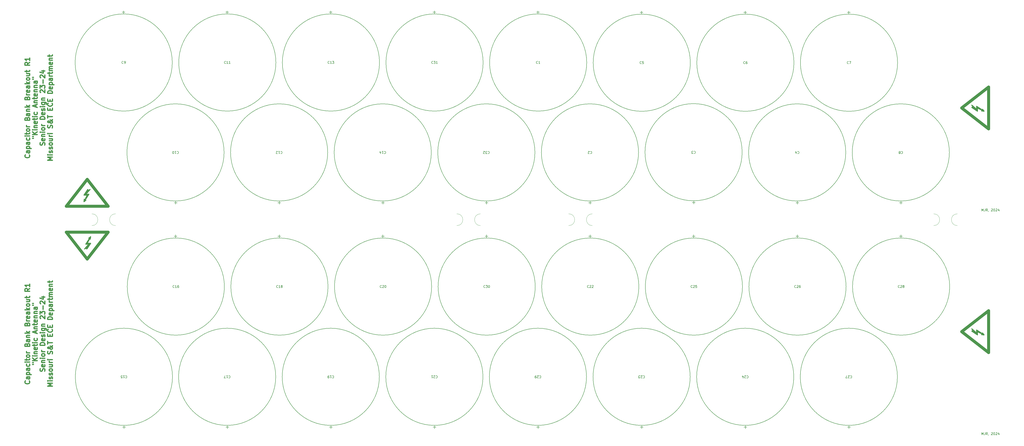
<source format=gto>
G04 #@! TF.GenerationSoftware,KiCad,Pcbnew,7.0.7*
G04 #@! TF.CreationDate,2024-02-27T11:45:06-06:00*
G04 #@! TF.ProjectId,CapBankBreakout,43617042-616e-46b4-9272-65616b6f7574,rev?*
G04 #@! TF.SameCoordinates,Original*
G04 #@! TF.FileFunction,Legend,Top*
G04 #@! TF.FilePolarity,Positive*
%FSLAX46Y46*%
G04 Gerber Fmt 4.6, Leading zero omitted, Abs format (unit mm)*
G04 Created by KiCad (PCBNEW 7.0.7) date 2024-02-27 11:45:06*
%MOMM*%
%LPD*%
G01*
G04 APERTURE LIST*
%ADD10C,0.500000*%
%ADD11C,0.150000*%
%ADD12C,0.100000*%
%ADD13C,1.270000*%
%ADD14C,0.381000*%
%ADD15C,0.152400*%
%ADD16R,18.288000X18.288000*%
%ADD17C,0.500000*%
%ADD18R,2.082800X2.082800*%
%ADD19C,2.082800*%
G04 APERTURE END LIST*
D10*
X110878761Y-169952382D02*
X110974000Y-170047620D01*
X110974000Y-170047620D02*
X111069238Y-170333334D01*
X111069238Y-170333334D02*
X111069238Y-170523810D01*
X111069238Y-170523810D02*
X110974000Y-170809525D01*
X110974000Y-170809525D02*
X110783523Y-171000001D01*
X110783523Y-171000001D02*
X110593047Y-171095239D01*
X110593047Y-171095239D02*
X110212095Y-171190477D01*
X110212095Y-171190477D02*
X109926380Y-171190477D01*
X109926380Y-171190477D02*
X109545428Y-171095239D01*
X109545428Y-171095239D02*
X109354952Y-171000001D01*
X109354952Y-171000001D02*
X109164476Y-170809525D01*
X109164476Y-170809525D02*
X109069238Y-170523810D01*
X109069238Y-170523810D02*
X109069238Y-170333334D01*
X109069238Y-170333334D02*
X109164476Y-170047620D01*
X109164476Y-170047620D02*
X109259714Y-169952382D01*
X111069238Y-168238096D02*
X110021619Y-168238096D01*
X110021619Y-168238096D02*
X109831142Y-168333334D01*
X109831142Y-168333334D02*
X109735904Y-168523810D01*
X109735904Y-168523810D02*
X109735904Y-168904763D01*
X109735904Y-168904763D02*
X109831142Y-169095239D01*
X110974000Y-168238096D02*
X111069238Y-168428572D01*
X111069238Y-168428572D02*
X111069238Y-168904763D01*
X111069238Y-168904763D02*
X110974000Y-169095239D01*
X110974000Y-169095239D02*
X110783523Y-169190477D01*
X110783523Y-169190477D02*
X110593047Y-169190477D01*
X110593047Y-169190477D02*
X110402571Y-169095239D01*
X110402571Y-169095239D02*
X110307333Y-168904763D01*
X110307333Y-168904763D02*
X110307333Y-168428572D01*
X110307333Y-168428572D02*
X110212095Y-168238096D01*
X109735904Y-167285715D02*
X111735904Y-167285715D01*
X109831142Y-167285715D02*
X109735904Y-167095239D01*
X109735904Y-167095239D02*
X109735904Y-166714286D01*
X109735904Y-166714286D02*
X109831142Y-166523810D01*
X109831142Y-166523810D02*
X109926380Y-166428572D01*
X109926380Y-166428572D02*
X110116857Y-166333334D01*
X110116857Y-166333334D02*
X110688285Y-166333334D01*
X110688285Y-166333334D02*
X110878761Y-166428572D01*
X110878761Y-166428572D02*
X110974000Y-166523810D01*
X110974000Y-166523810D02*
X111069238Y-166714286D01*
X111069238Y-166714286D02*
X111069238Y-167095239D01*
X111069238Y-167095239D02*
X110974000Y-167285715D01*
X111069238Y-164619048D02*
X110021619Y-164619048D01*
X110021619Y-164619048D02*
X109831142Y-164714286D01*
X109831142Y-164714286D02*
X109735904Y-164904762D01*
X109735904Y-164904762D02*
X109735904Y-165285715D01*
X109735904Y-165285715D02*
X109831142Y-165476191D01*
X110974000Y-164619048D02*
X111069238Y-164809524D01*
X111069238Y-164809524D02*
X111069238Y-165285715D01*
X111069238Y-165285715D02*
X110974000Y-165476191D01*
X110974000Y-165476191D02*
X110783523Y-165571429D01*
X110783523Y-165571429D02*
X110593047Y-165571429D01*
X110593047Y-165571429D02*
X110402571Y-165476191D01*
X110402571Y-165476191D02*
X110307333Y-165285715D01*
X110307333Y-165285715D02*
X110307333Y-164809524D01*
X110307333Y-164809524D02*
X110212095Y-164619048D01*
X110974000Y-162809524D02*
X111069238Y-163000000D01*
X111069238Y-163000000D02*
X111069238Y-163380953D01*
X111069238Y-163380953D02*
X110974000Y-163571429D01*
X110974000Y-163571429D02*
X110878761Y-163666667D01*
X110878761Y-163666667D02*
X110688285Y-163761905D01*
X110688285Y-163761905D02*
X110116857Y-163761905D01*
X110116857Y-163761905D02*
X109926380Y-163666667D01*
X109926380Y-163666667D02*
X109831142Y-163571429D01*
X109831142Y-163571429D02*
X109735904Y-163380953D01*
X109735904Y-163380953D02*
X109735904Y-163000000D01*
X109735904Y-163000000D02*
X109831142Y-162809524D01*
X111069238Y-161952381D02*
X109735904Y-161952381D01*
X109069238Y-161952381D02*
X109164476Y-162047619D01*
X109164476Y-162047619D02*
X109259714Y-161952381D01*
X109259714Y-161952381D02*
X109164476Y-161857143D01*
X109164476Y-161857143D02*
X109069238Y-161952381D01*
X109069238Y-161952381D02*
X109259714Y-161952381D01*
X109735904Y-161285714D02*
X109735904Y-160523810D01*
X109069238Y-161000000D02*
X110783523Y-161000000D01*
X110783523Y-161000000D02*
X110974000Y-160904762D01*
X110974000Y-160904762D02*
X111069238Y-160714286D01*
X111069238Y-160714286D02*
X111069238Y-160523810D01*
X111069238Y-159571429D02*
X110974000Y-159761905D01*
X110974000Y-159761905D02*
X110878761Y-159857143D01*
X110878761Y-159857143D02*
X110688285Y-159952381D01*
X110688285Y-159952381D02*
X110116857Y-159952381D01*
X110116857Y-159952381D02*
X109926380Y-159857143D01*
X109926380Y-159857143D02*
X109831142Y-159761905D01*
X109831142Y-159761905D02*
X109735904Y-159571429D01*
X109735904Y-159571429D02*
X109735904Y-159285714D01*
X109735904Y-159285714D02*
X109831142Y-159095238D01*
X109831142Y-159095238D02*
X109926380Y-159000000D01*
X109926380Y-159000000D02*
X110116857Y-158904762D01*
X110116857Y-158904762D02*
X110688285Y-158904762D01*
X110688285Y-158904762D02*
X110878761Y-159000000D01*
X110878761Y-159000000D02*
X110974000Y-159095238D01*
X110974000Y-159095238D02*
X111069238Y-159285714D01*
X111069238Y-159285714D02*
X111069238Y-159571429D01*
X111069238Y-158047619D02*
X109735904Y-158047619D01*
X110116857Y-158047619D02*
X109926380Y-157952381D01*
X109926380Y-157952381D02*
X109831142Y-157857143D01*
X109831142Y-157857143D02*
X109735904Y-157666667D01*
X109735904Y-157666667D02*
X109735904Y-157476190D01*
X110021619Y-154619047D02*
X110116857Y-154333333D01*
X110116857Y-154333333D02*
X110212095Y-154238095D01*
X110212095Y-154238095D02*
X110402571Y-154142857D01*
X110402571Y-154142857D02*
X110688285Y-154142857D01*
X110688285Y-154142857D02*
X110878761Y-154238095D01*
X110878761Y-154238095D02*
X110974000Y-154333333D01*
X110974000Y-154333333D02*
X111069238Y-154523809D01*
X111069238Y-154523809D02*
X111069238Y-155285714D01*
X111069238Y-155285714D02*
X109069238Y-155285714D01*
X109069238Y-155285714D02*
X109069238Y-154619047D01*
X109069238Y-154619047D02*
X109164476Y-154428571D01*
X109164476Y-154428571D02*
X109259714Y-154333333D01*
X109259714Y-154333333D02*
X109450190Y-154238095D01*
X109450190Y-154238095D02*
X109640666Y-154238095D01*
X109640666Y-154238095D02*
X109831142Y-154333333D01*
X109831142Y-154333333D02*
X109926380Y-154428571D01*
X109926380Y-154428571D02*
X110021619Y-154619047D01*
X110021619Y-154619047D02*
X110021619Y-155285714D01*
X111069238Y-152428571D02*
X110021619Y-152428571D01*
X110021619Y-152428571D02*
X109831142Y-152523809D01*
X109831142Y-152523809D02*
X109735904Y-152714285D01*
X109735904Y-152714285D02*
X109735904Y-153095238D01*
X109735904Y-153095238D02*
X109831142Y-153285714D01*
X110974000Y-152428571D02*
X111069238Y-152619047D01*
X111069238Y-152619047D02*
X111069238Y-153095238D01*
X111069238Y-153095238D02*
X110974000Y-153285714D01*
X110974000Y-153285714D02*
X110783523Y-153380952D01*
X110783523Y-153380952D02*
X110593047Y-153380952D01*
X110593047Y-153380952D02*
X110402571Y-153285714D01*
X110402571Y-153285714D02*
X110307333Y-153095238D01*
X110307333Y-153095238D02*
X110307333Y-152619047D01*
X110307333Y-152619047D02*
X110212095Y-152428571D01*
X109735904Y-151476190D02*
X111069238Y-151476190D01*
X109926380Y-151476190D02*
X109831142Y-151380952D01*
X109831142Y-151380952D02*
X109735904Y-151190476D01*
X109735904Y-151190476D02*
X109735904Y-150904761D01*
X109735904Y-150904761D02*
X109831142Y-150714285D01*
X109831142Y-150714285D02*
X110021619Y-150619047D01*
X110021619Y-150619047D02*
X111069238Y-150619047D01*
X111069238Y-149666666D02*
X109069238Y-149666666D01*
X110307333Y-149476190D02*
X111069238Y-148904761D01*
X109735904Y-148904761D02*
X110497809Y-149666666D01*
X110021619Y-145857141D02*
X110116857Y-145571427D01*
X110116857Y-145571427D02*
X110212095Y-145476189D01*
X110212095Y-145476189D02*
X110402571Y-145380951D01*
X110402571Y-145380951D02*
X110688285Y-145380951D01*
X110688285Y-145380951D02*
X110878761Y-145476189D01*
X110878761Y-145476189D02*
X110974000Y-145571427D01*
X110974000Y-145571427D02*
X111069238Y-145761903D01*
X111069238Y-145761903D02*
X111069238Y-146523808D01*
X111069238Y-146523808D02*
X109069238Y-146523808D01*
X109069238Y-146523808D02*
X109069238Y-145857141D01*
X109069238Y-145857141D02*
X109164476Y-145666665D01*
X109164476Y-145666665D02*
X109259714Y-145571427D01*
X109259714Y-145571427D02*
X109450190Y-145476189D01*
X109450190Y-145476189D02*
X109640666Y-145476189D01*
X109640666Y-145476189D02*
X109831142Y-145571427D01*
X109831142Y-145571427D02*
X109926380Y-145666665D01*
X109926380Y-145666665D02*
X110021619Y-145857141D01*
X110021619Y-145857141D02*
X110021619Y-146523808D01*
X111069238Y-144523808D02*
X109735904Y-144523808D01*
X110116857Y-144523808D02*
X109926380Y-144428570D01*
X109926380Y-144428570D02*
X109831142Y-144333332D01*
X109831142Y-144333332D02*
X109735904Y-144142856D01*
X109735904Y-144142856D02*
X109735904Y-143952379D01*
X110974000Y-142523808D02*
X111069238Y-142714284D01*
X111069238Y-142714284D02*
X111069238Y-143095237D01*
X111069238Y-143095237D02*
X110974000Y-143285713D01*
X110974000Y-143285713D02*
X110783523Y-143380951D01*
X110783523Y-143380951D02*
X110021619Y-143380951D01*
X110021619Y-143380951D02*
X109831142Y-143285713D01*
X109831142Y-143285713D02*
X109735904Y-143095237D01*
X109735904Y-143095237D02*
X109735904Y-142714284D01*
X109735904Y-142714284D02*
X109831142Y-142523808D01*
X109831142Y-142523808D02*
X110021619Y-142428570D01*
X110021619Y-142428570D02*
X110212095Y-142428570D01*
X110212095Y-142428570D02*
X110402571Y-143380951D01*
X111069238Y-140714284D02*
X110021619Y-140714284D01*
X110021619Y-140714284D02*
X109831142Y-140809522D01*
X109831142Y-140809522D02*
X109735904Y-140999998D01*
X109735904Y-140999998D02*
X109735904Y-141380951D01*
X109735904Y-141380951D02*
X109831142Y-141571427D01*
X110974000Y-140714284D02*
X111069238Y-140904760D01*
X111069238Y-140904760D02*
X111069238Y-141380951D01*
X111069238Y-141380951D02*
X110974000Y-141571427D01*
X110974000Y-141571427D02*
X110783523Y-141666665D01*
X110783523Y-141666665D02*
X110593047Y-141666665D01*
X110593047Y-141666665D02*
X110402571Y-141571427D01*
X110402571Y-141571427D02*
X110307333Y-141380951D01*
X110307333Y-141380951D02*
X110307333Y-140904760D01*
X110307333Y-140904760D02*
X110212095Y-140714284D01*
X111069238Y-139761903D02*
X109069238Y-139761903D01*
X110307333Y-139571427D02*
X111069238Y-138999998D01*
X109735904Y-138999998D02*
X110497809Y-139761903D01*
X111069238Y-137857141D02*
X110974000Y-138047617D01*
X110974000Y-138047617D02*
X110878761Y-138142855D01*
X110878761Y-138142855D02*
X110688285Y-138238093D01*
X110688285Y-138238093D02*
X110116857Y-138238093D01*
X110116857Y-138238093D02*
X109926380Y-138142855D01*
X109926380Y-138142855D02*
X109831142Y-138047617D01*
X109831142Y-138047617D02*
X109735904Y-137857141D01*
X109735904Y-137857141D02*
X109735904Y-137571426D01*
X109735904Y-137571426D02*
X109831142Y-137380950D01*
X109831142Y-137380950D02*
X109926380Y-137285712D01*
X109926380Y-137285712D02*
X110116857Y-137190474D01*
X110116857Y-137190474D02*
X110688285Y-137190474D01*
X110688285Y-137190474D02*
X110878761Y-137285712D01*
X110878761Y-137285712D02*
X110974000Y-137380950D01*
X110974000Y-137380950D02*
X111069238Y-137571426D01*
X111069238Y-137571426D02*
X111069238Y-137857141D01*
X109735904Y-135476188D02*
X111069238Y-135476188D01*
X109735904Y-136333331D02*
X110783523Y-136333331D01*
X110783523Y-136333331D02*
X110974000Y-136238093D01*
X110974000Y-136238093D02*
X111069238Y-136047617D01*
X111069238Y-136047617D02*
X111069238Y-135761902D01*
X111069238Y-135761902D02*
X110974000Y-135571426D01*
X110974000Y-135571426D02*
X110878761Y-135476188D01*
X109735904Y-134809521D02*
X109735904Y-134047617D01*
X109069238Y-134523807D02*
X110783523Y-134523807D01*
X110783523Y-134523807D02*
X110974000Y-134428569D01*
X110974000Y-134428569D02*
X111069238Y-134238093D01*
X111069238Y-134238093D02*
X111069238Y-134047617D01*
X111069238Y-130714283D02*
X110116857Y-131380950D01*
X111069238Y-131857140D02*
X109069238Y-131857140D01*
X109069238Y-131857140D02*
X109069238Y-131095235D01*
X109069238Y-131095235D02*
X109164476Y-130904759D01*
X109164476Y-130904759D02*
X109259714Y-130809521D01*
X109259714Y-130809521D02*
X109450190Y-130714283D01*
X109450190Y-130714283D02*
X109735904Y-130714283D01*
X109735904Y-130714283D02*
X109926380Y-130809521D01*
X109926380Y-130809521D02*
X110021619Y-130904759D01*
X110021619Y-130904759D02*
X110116857Y-131095235D01*
X110116857Y-131095235D02*
X110116857Y-131857140D01*
X111069238Y-128809521D02*
X111069238Y-129952378D01*
X111069238Y-129380950D02*
X109069238Y-129380950D01*
X109069238Y-129380950D02*
X109354952Y-129571426D01*
X109354952Y-129571426D02*
X109545428Y-129761902D01*
X109545428Y-129761902D02*
X109640666Y-129952378D01*
X112289238Y-162952382D02*
X112670190Y-162952382D01*
X112289238Y-162190477D02*
X112670190Y-162190477D01*
X114289238Y-161333334D02*
X112289238Y-161333334D01*
X114289238Y-160190477D02*
X113146380Y-161047620D01*
X112289238Y-160190477D02*
X113432095Y-161333334D01*
X114289238Y-159333334D02*
X112955904Y-159333334D01*
X112289238Y-159333334D02*
X112384476Y-159428572D01*
X112384476Y-159428572D02*
X112479714Y-159333334D01*
X112479714Y-159333334D02*
X112384476Y-159238096D01*
X112384476Y-159238096D02*
X112289238Y-159333334D01*
X112289238Y-159333334D02*
X112479714Y-159333334D01*
X112955904Y-158380953D02*
X114289238Y-158380953D01*
X113146380Y-158380953D02*
X113051142Y-158285715D01*
X113051142Y-158285715D02*
X112955904Y-158095239D01*
X112955904Y-158095239D02*
X112955904Y-157809524D01*
X112955904Y-157809524D02*
X113051142Y-157619048D01*
X113051142Y-157619048D02*
X113241619Y-157523810D01*
X113241619Y-157523810D02*
X114289238Y-157523810D01*
X114194000Y-155809524D02*
X114289238Y-156000000D01*
X114289238Y-156000000D02*
X114289238Y-156380953D01*
X114289238Y-156380953D02*
X114194000Y-156571429D01*
X114194000Y-156571429D02*
X114003523Y-156666667D01*
X114003523Y-156666667D02*
X113241619Y-156666667D01*
X113241619Y-156666667D02*
X113051142Y-156571429D01*
X113051142Y-156571429D02*
X112955904Y-156380953D01*
X112955904Y-156380953D02*
X112955904Y-156000000D01*
X112955904Y-156000000D02*
X113051142Y-155809524D01*
X113051142Y-155809524D02*
X113241619Y-155714286D01*
X113241619Y-155714286D02*
X113432095Y-155714286D01*
X113432095Y-155714286D02*
X113622571Y-156666667D01*
X112955904Y-155142857D02*
X112955904Y-154380953D01*
X112289238Y-154857143D02*
X114003523Y-154857143D01*
X114003523Y-154857143D02*
X114194000Y-154761905D01*
X114194000Y-154761905D02*
X114289238Y-154571429D01*
X114289238Y-154571429D02*
X114289238Y-154380953D01*
X114289238Y-153714286D02*
X112955904Y-153714286D01*
X112289238Y-153714286D02*
X112384476Y-153809524D01*
X112384476Y-153809524D02*
X112479714Y-153714286D01*
X112479714Y-153714286D02*
X112384476Y-153619048D01*
X112384476Y-153619048D02*
X112289238Y-153714286D01*
X112289238Y-153714286D02*
X112479714Y-153714286D01*
X114194000Y-151904762D02*
X114289238Y-152095238D01*
X114289238Y-152095238D02*
X114289238Y-152476191D01*
X114289238Y-152476191D02*
X114194000Y-152666667D01*
X114194000Y-152666667D02*
X114098761Y-152761905D01*
X114098761Y-152761905D02*
X113908285Y-152857143D01*
X113908285Y-152857143D02*
X113336857Y-152857143D01*
X113336857Y-152857143D02*
X113146380Y-152761905D01*
X113146380Y-152761905D02*
X113051142Y-152666667D01*
X113051142Y-152666667D02*
X112955904Y-152476191D01*
X112955904Y-152476191D02*
X112955904Y-152095238D01*
X112955904Y-152095238D02*
X113051142Y-151904762D01*
X113717809Y-149619047D02*
X113717809Y-148666666D01*
X114289238Y-149809523D02*
X112289238Y-149142857D01*
X112289238Y-149142857D02*
X114289238Y-148476190D01*
X112955904Y-147809523D02*
X114289238Y-147809523D01*
X113146380Y-147809523D02*
X113051142Y-147714285D01*
X113051142Y-147714285D02*
X112955904Y-147523809D01*
X112955904Y-147523809D02*
X112955904Y-147238094D01*
X112955904Y-147238094D02*
X113051142Y-147047618D01*
X113051142Y-147047618D02*
X113241619Y-146952380D01*
X113241619Y-146952380D02*
X114289238Y-146952380D01*
X112955904Y-146285713D02*
X112955904Y-145523809D01*
X112289238Y-145999999D02*
X114003523Y-145999999D01*
X114003523Y-145999999D02*
X114194000Y-145904761D01*
X114194000Y-145904761D02*
X114289238Y-145714285D01*
X114289238Y-145714285D02*
X114289238Y-145523809D01*
X114194000Y-144095237D02*
X114289238Y-144285713D01*
X114289238Y-144285713D02*
X114289238Y-144666666D01*
X114289238Y-144666666D02*
X114194000Y-144857142D01*
X114194000Y-144857142D02*
X114003523Y-144952380D01*
X114003523Y-144952380D02*
X113241619Y-144952380D01*
X113241619Y-144952380D02*
X113051142Y-144857142D01*
X113051142Y-144857142D02*
X112955904Y-144666666D01*
X112955904Y-144666666D02*
X112955904Y-144285713D01*
X112955904Y-144285713D02*
X113051142Y-144095237D01*
X113051142Y-144095237D02*
X113241619Y-143999999D01*
X113241619Y-143999999D02*
X113432095Y-143999999D01*
X113432095Y-143999999D02*
X113622571Y-144952380D01*
X112955904Y-143142856D02*
X114289238Y-143142856D01*
X113146380Y-143142856D02*
X113051142Y-143047618D01*
X113051142Y-143047618D02*
X112955904Y-142857142D01*
X112955904Y-142857142D02*
X112955904Y-142571427D01*
X112955904Y-142571427D02*
X113051142Y-142380951D01*
X113051142Y-142380951D02*
X113241619Y-142285713D01*
X113241619Y-142285713D02*
X114289238Y-142285713D01*
X112955904Y-141333332D02*
X114289238Y-141333332D01*
X113146380Y-141333332D02*
X113051142Y-141238094D01*
X113051142Y-141238094D02*
X112955904Y-141047618D01*
X112955904Y-141047618D02*
X112955904Y-140761903D01*
X112955904Y-140761903D02*
X113051142Y-140571427D01*
X113051142Y-140571427D02*
X113241619Y-140476189D01*
X113241619Y-140476189D02*
X114289238Y-140476189D01*
X114289238Y-138666665D02*
X113241619Y-138666665D01*
X113241619Y-138666665D02*
X113051142Y-138761903D01*
X113051142Y-138761903D02*
X112955904Y-138952379D01*
X112955904Y-138952379D02*
X112955904Y-139333332D01*
X112955904Y-139333332D02*
X113051142Y-139523808D01*
X114194000Y-138666665D02*
X114289238Y-138857141D01*
X114289238Y-138857141D02*
X114289238Y-139333332D01*
X114289238Y-139333332D02*
X114194000Y-139523808D01*
X114194000Y-139523808D02*
X114003523Y-139619046D01*
X114003523Y-139619046D02*
X113813047Y-139619046D01*
X113813047Y-139619046D02*
X113622571Y-139523808D01*
X113622571Y-139523808D02*
X113527333Y-139333332D01*
X113527333Y-139333332D02*
X113527333Y-138857141D01*
X113527333Y-138857141D02*
X113432095Y-138666665D01*
X112289238Y-137809522D02*
X112670190Y-137809522D01*
X112289238Y-137047617D02*
X112670190Y-137047617D01*
X117414000Y-165857143D02*
X117509238Y-165571429D01*
X117509238Y-165571429D02*
X117509238Y-165095238D01*
X117509238Y-165095238D02*
X117414000Y-164904762D01*
X117414000Y-164904762D02*
X117318761Y-164809524D01*
X117318761Y-164809524D02*
X117128285Y-164714286D01*
X117128285Y-164714286D02*
X116937809Y-164714286D01*
X116937809Y-164714286D02*
X116747333Y-164809524D01*
X116747333Y-164809524D02*
X116652095Y-164904762D01*
X116652095Y-164904762D02*
X116556857Y-165095238D01*
X116556857Y-165095238D02*
X116461619Y-165476191D01*
X116461619Y-165476191D02*
X116366380Y-165666667D01*
X116366380Y-165666667D02*
X116271142Y-165761905D01*
X116271142Y-165761905D02*
X116080666Y-165857143D01*
X116080666Y-165857143D02*
X115890190Y-165857143D01*
X115890190Y-165857143D02*
X115699714Y-165761905D01*
X115699714Y-165761905D02*
X115604476Y-165666667D01*
X115604476Y-165666667D02*
X115509238Y-165476191D01*
X115509238Y-165476191D02*
X115509238Y-165000000D01*
X115509238Y-165000000D02*
X115604476Y-164714286D01*
X117414000Y-163095238D02*
X117509238Y-163285714D01*
X117509238Y-163285714D02*
X117509238Y-163666667D01*
X117509238Y-163666667D02*
X117414000Y-163857143D01*
X117414000Y-163857143D02*
X117223523Y-163952381D01*
X117223523Y-163952381D02*
X116461619Y-163952381D01*
X116461619Y-163952381D02*
X116271142Y-163857143D01*
X116271142Y-163857143D02*
X116175904Y-163666667D01*
X116175904Y-163666667D02*
X116175904Y-163285714D01*
X116175904Y-163285714D02*
X116271142Y-163095238D01*
X116271142Y-163095238D02*
X116461619Y-163000000D01*
X116461619Y-163000000D02*
X116652095Y-163000000D01*
X116652095Y-163000000D02*
X116842571Y-163952381D01*
X116175904Y-162142857D02*
X117509238Y-162142857D01*
X116366380Y-162142857D02*
X116271142Y-162047619D01*
X116271142Y-162047619D02*
X116175904Y-161857143D01*
X116175904Y-161857143D02*
X116175904Y-161571428D01*
X116175904Y-161571428D02*
X116271142Y-161380952D01*
X116271142Y-161380952D02*
X116461619Y-161285714D01*
X116461619Y-161285714D02*
X117509238Y-161285714D01*
X117509238Y-160333333D02*
X116175904Y-160333333D01*
X115509238Y-160333333D02*
X115604476Y-160428571D01*
X115604476Y-160428571D02*
X115699714Y-160333333D01*
X115699714Y-160333333D02*
X115604476Y-160238095D01*
X115604476Y-160238095D02*
X115509238Y-160333333D01*
X115509238Y-160333333D02*
X115699714Y-160333333D01*
X117509238Y-159095238D02*
X117414000Y-159285714D01*
X117414000Y-159285714D02*
X117318761Y-159380952D01*
X117318761Y-159380952D02*
X117128285Y-159476190D01*
X117128285Y-159476190D02*
X116556857Y-159476190D01*
X116556857Y-159476190D02*
X116366380Y-159380952D01*
X116366380Y-159380952D02*
X116271142Y-159285714D01*
X116271142Y-159285714D02*
X116175904Y-159095238D01*
X116175904Y-159095238D02*
X116175904Y-158809523D01*
X116175904Y-158809523D02*
X116271142Y-158619047D01*
X116271142Y-158619047D02*
X116366380Y-158523809D01*
X116366380Y-158523809D02*
X116556857Y-158428571D01*
X116556857Y-158428571D02*
X117128285Y-158428571D01*
X117128285Y-158428571D02*
X117318761Y-158523809D01*
X117318761Y-158523809D02*
X117414000Y-158619047D01*
X117414000Y-158619047D02*
X117509238Y-158809523D01*
X117509238Y-158809523D02*
X117509238Y-159095238D01*
X117509238Y-157571428D02*
X116175904Y-157571428D01*
X116556857Y-157571428D02*
X116366380Y-157476190D01*
X116366380Y-157476190D02*
X116271142Y-157380952D01*
X116271142Y-157380952D02*
X116175904Y-157190476D01*
X116175904Y-157190476D02*
X116175904Y-156999999D01*
X117509238Y-154809523D02*
X115509238Y-154809523D01*
X115509238Y-154809523D02*
X115509238Y-154333333D01*
X115509238Y-154333333D02*
X115604476Y-154047618D01*
X115604476Y-154047618D02*
X115794952Y-153857142D01*
X115794952Y-153857142D02*
X115985428Y-153761904D01*
X115985428Y-153761904D02*
X116366380Y-153666666D01*
X116366380Y-153666666D02*
X116652095Y-153666666D01*
X116652095Y-153666666D02*
X117033047Y-153761904D01*
X117033047Y-153761904D02*
X117223523Y-153857142D01*
X117223523Y-153857142D02*
X117414000Y-154047618D01*
X117414000Y-154047618D02*
X117509238Y-154333333D01*
X117509238Y-154333333D02*
X117509238Y-154809523D01*
X117414000Y-152047618D02*
X117509238Y-152238094D01*
X117509238Y-152238094D02*
X117509238Y-152619047D01*
X117509238Y-152619047D02*
X117414000Y-152809523D01*
X117414000Y-152809523D02*
X117223523Y-152904761D01*
X117223523Y-152904761D02*
X116461619Y-152904761D01*
X116461619Y-152904761D02*
X116271142Y-152809523D01*
X116271142Y-152809523D02*
X116175904Y-152619047D01*
X116175904Y-152619047D02*
X116175904Y-152238094D01*
X116175904Y-152238094D02*
X116271142Y-152047618D01*
X116271142Y-152047618D02*
X116461619Y-151952380D01*
X116461619Y-151952380D02*
X116652095Y-151952380D01*
X116652095Y-151952380D02*
X116842571Y-152904761D01*
X117414000Y-151190475D02*
X117509238Y-150999999D01*
X117509238Y-150999999D02*
X117509238Y-150619047D01*
X117509238Y-150619047D02*
X117414000Y-150428570D01*
X117414000Y-150428570D02*
X117223523Y-150333332D01*
X117223523Y-150333332D02*
X117128285Y-150333332D01*
X117128285Y-150333332D02*
X116937809Y-150428570D01*
X116937809Y-150428570D02*
X116842571Y-150619047D01*
X116842571Y-150619047D02*
X116842571Y-150904761D01*
X116842571Y-150904761D02*
X116747333Y-151095237D01*
X116747333Y-151095237D02*
X116556857Y-151190475D01*
X116556857Y-151190475D02*
X116461619Y-151190475D01*
X116461619Y-151190475D02*
X116271142Y-151095237D01*
X116271142Y-151095237D02*
X116175904Y-150904761D01*
X116175904Y-150904761D02*
X116175904Y-150619047D01*
X116175904Y-150619047D02*
X116271142Y-150428570D01*
X117509238Y-149476189D02*
X116175904Y-149476189D01*
X115509238Y-149476189D02*
X115604476Y-149571427D01*
X115604476Y-149571427D02*
X115699714Y-149476189D01*
X115699714Y-149476189D02*
X115604476Y-149380951D01*
X115604476Y-149380951D02*
X115509238Y-149476189D01*
X115509238Y-149476189D02*
X115699714Y-149476189D01*
X116175904Y-147666665D02*
X117794952Y-147666665D01*
X117794952Y-147666665D02*
X117985428Y-147761903D01*
X117985428Y-147761903D02*
X118080666Y-147857141D01*
X118080666Y-147857141D02*
X118175904Y-148047618D01*
X118175904Y-148047618D02*
X118175904Y-148333332D01*
X118175904Y-148333332D02*
X118080666Y-148523808D01*
X117414000Y-147666665D02*
X117509238Y-147857141D01*
X117509238Y-147857141D02*
X117509238Y-148238094D01*
X117509238Y-148238094D02*
X117414000Y-148428570D01*
X117414000Y-148428570D02*
X117318761Y-148523808D01*
X117318761Y-148523808D02*
X117128285Y-148619046D01*
X117128285Y-148619046D02*
X116556857Y-148619046D01*
X116556857Y-148619046D02*
X116366380Y-148523808D01*
X116366380Y-148523808D02*
X116271142Y-148428570D01*
X116271142Y-148428570D02*
X116175904Y-148238094D01*
X116175904Y-148238094D02*
X116175904Y-147857141D01*
X116175904Y-147857141D02*
X116271142Y-147666665D01*
X116175904Y-146714284D02*
X117509238Y-146714284D01*
X116366380Y-146714284D02*
X116271142Y-146619046D01*
X116271142Y-146619046D02*
X116175904Y-146428570D01*
X116175904Y-146428570D02*
X116175904Y-146142855D01*
X116175904Y-146142855D02*
X116271142Y-145952379D01*
X116271142Y-145952379D02*
X116461619Y-145857141D01*
X116461619Y-145857141D02*
X117509238Y-145857141D01*
X115699714Y-143476188D02*
X115604476Y-143380950D01*
X115604476Y-143380950D02*
X115509238Y-143190474D01*
X115509238Y-143190474D02*
X115509238Y-142714283D01*
X115509238Y-142714283D02*
X115604476Y-142523807D01*
X115604476Y-142523807D02*
X115699714Y-142428569D01*
X115699714Y-142428569D02*
X115890190Y-142333331D01*
X115890190Y-142333331D02*
X116080666Y-142333331D01*
X116080666Y-142333331D02*
X116366380Y-142428569D01*
X116366380Y-142428569D02*
X117509238Y-143571426D01*
X117509238Y-143571426D02*
X117509238Y-142333331D01*
X115509238Y-141666664D02*
X115509238Y-140428569D01*
X115509238Y-140428569D02*
X116271142Y-141095236D01*
X116271142Y-141095236D02*
X116271142Y-140809521D01*
X116271142Y-140809521D02*
X116366380Y-140619045D01*
X116366380Y-140619045D02*
X116461619Y-140523807D01*
X116461619Y-140523807D02*
X116652095Y-140428569D01*
X116652095Y-140428569D02*
X117128285Y-140428569D01*
X117128285Y-140428569D02*
X117318761Y-140523807D01*
X117318761Y-140523807D02*
X117414000Y-140619045D01*
X117414000Y-140619045D02*
X117509238Y-140809521D01*
X117509238Y-140809521D02*
X117509238Y-141380950D01*
X117509238Y-141380950D02*
X117414000Y-141571426D01*
X117414000Y-141571426D02*
X117318761Y-141666664D01*
X116747333Y-139571426D02*
X116747333Y-138047617D01*
X115699714Y-137190474D02*
X115604476Y-137095236D01*
X115604476Y-137095236D02*
X115509238Y-136904760D01*
X115509238Y-136904760D02*
X115509238Y-136428569D01*
X115509238Y-136428569D02*
X115604476Y-136238093D01*
X115604476Y-136238093D02*
X115699714Y-136142855D01*
X115699714Y-136142855D02*
X115890190Y-136047617D01*
X115890190Y-136047617D02*
X116080666Y-136047617D01*
X116080666Y-136047617D02*
X116366380Y-136142855D01*
X116366380Y-136142855D02*
X117509238Y-137285712D01*
X117509238Y-137285712D02*
X117509238Y-136047617D01*
X116175904Y-134333331D02*
X117509238Y-134333331D01*
X115414000Y-134809522D02*
X116842571Y-135285712D01*
X116842571Y-135285712D02*
X116842571Y-134047617D01*
X120729238Y-172238096D02*
X118729238Y-172238096D01*
X118729238Y-172238096D02*
X120157809Y-171571429D01*
X120157809Y-171571429D02*
X118729238Y-170904763D01*
X118729238Y-170904763D02*
X120729238Y-170904763D01*
X120729238Y-169952382D02*
X119395904Y-169952382D01*
X118729238Y-169952382D02*
X118824476Y-170047620D01*
X118824476Y-170047620D02*
X118919714Y-169952382D01*
X118919714Y-169952382D02*
X118824476Y-169857144D01*
X118824476Y-169857144D02*
X118729238Y-169952382D01*
X118729238Y-169952382D02*
X118919714Y-169952382D01*
X120634000Y-169095239D02*
X120729238Y-168904763D01*
X120729238Y-168904763D02*
X120729238Y-168523811D01*
X120729238Y-168523811D02*
X120634000Y-168333334D01*
X120634000Y-168333334D02*
X120443523Y-168238096D01*
X120443523Y-168238096D02*
X120348285Y-168238096D01*
X120348285Y-168238096D02*
X120157809Y-168333334D01*
X120157809Y-168333334D02*
X120062571Y-168523811D01*
X120062571Y-168523811D02*
X120062571Y-168809525D01*
X120062571Y-168809525D02*
X119967333Y-169000001D01*
X119967333Y-169000001D02*
X119776857Y-169095239D01*
X119776857Y-169095239D02*
X119681619Y-169095239D01*
X119681619Y-169095239D02*
X119491142Y-169000001D01*
X119491142Y-169000001D02*
X119395904Y-168809525D01*
X119395904Y-168809525D02*
X119395904Y-168523811D01*
X119395904Y-168523811D02*
X119491142Y-168333334D01*
X120634000Y-167476191D02*
X120729238Y-167285715D01*
X120729238Y-167285715D02*
X120729238Y-166904763D01*
X120729238Y-166904763D02*
X120634000Y-166714286D01*
X120634000Y-166714286D02*
X120443523Y-166619048D01*
X120443523Y-166619048D02*
X120348285Y-166619048D01*
X120348285Y-166619048D02*
X120157809Y-166714286D01*
X120157809Y-166714286D02*
X120062571Y-166904763D01*
X120062571Y-166904763D02*
X120062571Y-167190477D01*
X120062571Y-167190477D02*
X119967333Y-167380953D01*
X119967333Y-167380953D02*
X119776857Y-167476191D01*
X119776857Y-167476191D02*
X119681619Y-167476191D01*
X119681619Y-167476191D02*
X119491142Y-167380953D01*
X119491142Y-167380953D02*
X119395904Y-167190477D01*
X119395904Y-167190477D02*
X119395904Y-166904763D01*
X119395904Y-166904763D02*
X119491142Y-166714286D01*
X120729238Y-165476191D02*
X120634000Y-165666667D01*
X120634000Y-165666667D02*
X120538761Y-165761905D01*
X120538761Y-165761905D02*
X120348285Y-165857143D01*
X120348285Y-165857143D02*
X119776857Y-165857143D01*
X119776857Y-165857143D02*
X119586380Y-165761905D01*
X119586380Y-165761905D02*
X119491142Y-165666667D01*
X119491142Y-165666667D02*
X119395904Y-165476191D01*
X119395904Y-165476191D02*
X119395904Y-165190476D01*
X119395904Y-165190476D02*
X119491142Y-165000000D01*
X119491142Y-165000000D02*
X119586380Y-164904762D01*
X119586380Y-164904762D02*
X119776857Y-164809524D01*
X119776857Y-164809524D02*
X120348285Y-164809524D01*
X120348285Y-164809524D02*
X120538761Y-164904762D01*
X120538761Y-164904762D02*
X120634000Y-165000000D01*
X120634000Y-165000000D02*
X120729238Y-165190476D01*
X120729238Y-165190476D02*
X120729238Y-165476191D01*
X119395904Y-163095238D02*
X120729238Y-163095238D01*
X119395904Y-163952381D02*
X120443523Y-163952381D01*
X120443523Y-163952381D02*
X120634000Y-163857143D01*
X120634000Y-163857143D02*
X120729238Y-163666667D01*
X120729238Y-163666667D02*
X120729238Y-163380952D01*
X120729238Y-163380952D02*
X120634000Y-163190476D01*
X120634000Y-163190476D02*
X120538761Y-163095238D01*
X120729238Y-162142857D02*
X119395904Y-162142857D01*
X119776857Y-162142857D02*
X119586380Y-162047619D01*
X119586380Y-162047619D02*
X119491142Y-161952381D01*
X119491142Y-161952381D02*
X119395904Y-161761905D01*
X119395904Y-161761905D02*
X119395904Y-161571428D01*
X120729238Y-160904762D02*
X119395904Y-160904762D01*
X118729238Y-160904762D02*
X118824476Y-161000000D01*
X118824476Y-161000000D02*
X118919714Y-160904762D01*
X118919714Y-160904762D02*
X118824476Y-160809524D01*
X118824476Y-160809524D02*
X118729238Y-160904762D01*
X118729238Y-160904762D02*
X118919714Y-160904762D01*
X120634000Y-158523809D02*
X120729238Y-158238095D01*
X120729238Y-158238095D02*
X120729238Y-157761904D01*
X120729238Y-157761904D02*
X120634000Y-157571428D01*
X120634000Y-157571428D02*
X120538761Y-157476190D01*
X120538761Y-157476190D02*
X120348285Y-157380952D01*
X120348285Y-157380952D02*
X120157809Y-157380952D01*
X120157809Y-157380952D02*
X119967333Y-157476190D01*
X119967333Y-157476190D02*
X119872095Y-157571428D01*
X119872095Y-157571428D02*
X119776857Y-157761904D01*
X119776857Y-157761904D02*
X119681619Y-158142857D01*
X119681619Y-158142857D02*
X119586380Y-158333333D01*
X119586380Y-158333333D02*
X119491142Y-158428571D01*
X119491142Y-158428571D02*
X119300666Y-158523809D01*
X119300666Y-158523809D02*
X119110190Y-158523809D01*
X119110190Y-158523809D02*
X118919714Y-158428571D01*
X118919714Y-158428571D02*
X118824476Y-158333333D01*
X118824476Y-158333333D02*
X118729238Y-158142857D01*
X118729238Y-158142857D02*
X118729238Y-157666666D01*
X118729238Y-157666666D02*
X118824476Y-157380952D01*
X120729238Y-154904761D02*
X120729238Y-155000000D01*
X120729238Y-155000000D02*
X120634000Y-155190476D01*
X120634000Y-155190476D02*
X120348285Y-155476190D01*
X120348285Y-155476190D02*
X119776857Y-155952380D01*
X119776857Y-155952380D02*
X119491142Y-156142857D01*
X119491142Y-156142857D02*
X119205428Y-156238095D01*
X119205428Y-156238095D02*
X119014952Y-156238095D01*
X119014952Y-156238095D02*
X118824476Y-156142857D01*
X118824476Y-156142857D02*
X118729238Y-155952380D01*
X118729238Y-155952380D02*
X118729238Y-155857142D01*
X118729238Y-155857142D02*
X118824476Y-155666666D01*
X118824476Y-155666666D02*
X119014952Y-155571428D01*
X119014952Y-155571428D02*
X119110190Y-155571428D01*
X119110190Y-155571428D02*
X119300666Y-155666666D01*
X119300666Y-155666666D02*
X119395904Y-155761904D01*
X119395904Y-155761904D02*
X119776857Y-156333333D01*
X119776857Y-156333333D02*
X119872095Y-156428571D01*
X119872095Y-156428571D02*
X120062571Y-156523809D01*
X120062571Y-156523809D02*
X120348285Y-156523809D01*
X120348285Y-156523809D02*
X120538761Y-156428571D01*
X120538761Y-156428571D02*
X120634000Y-156333333D01*
X120634000Y-156333333D02*
X120729238Y-156142857D01*
X120729238Y-156142857D02*
X120729238Y-155857142D01*
X120729238Y-155857142D02*
X120634000Y-155666666D01*
X120634000Y-155666666D02*
X120538761Y-155571428D01*
X120538761Y-155571428D02*
X120157809Y-155285714D01*
X120157809Y-155285714D02*
X119872095Y-155190476D01*
X119872095Y-155190476D02*
X119681619Y-155190476D01*
X118729238Y-154333333D02*
X118729238Y-153190476D01*
X120729238Y-153761905D02*
X118729238Y-153761905D01*
X119681619Y-150999999D02*
X119681619Y-150333332D01*
X120729238Y-150047618D02*
X120729238Y-150999999D01*
X120729238Y-150999999D02*
X118729238Y-150999999D01*
X118729238Y-150999999D02*
X118729238Y-150047618D01*
X120538761Y-148047618D02*
X120634000Y-148142856D01*
X120634000Y-148142856D02*
X120729238Y-148428570D01*
X120729238Y-148428570D02*
X120729238Y-148619046D01*
X120729238Y-148619046D02*
X120634000Y-148904761D01*
X120634000Y-148904761D02*
X120443523Y-149095237D01*
X120443523Y-149095237D02*
X120253047Y-149190475D01*
X120253047Y-149190475D02*
X119872095Y-149285713D01*
X119872095Y-149285713D02*
X119586380Y-149285713D01*
X119586380Y-149285713D02*
X119205428Y-149190475D01*
X119205428Y-149190475D02*
X119014952Y-149095237D01*
X119014952Y-149095237D02*
X118824476Y-148904761D01*
X118824476Y-148904761D02*
X118729238Y-148619046D01*
X118729238Y-148619046D02*
X118729238Y-148428570D01*
X118729238Y-148428570D02*
X118824476Y-148142856D01*
X118824476Y-148142856D02*
X118919714Y-148047618D01*
X119681619Y-147190475D02*
X119681619Y-146523808D01*
X120729238Y-146238094D02*
X120729238Y-147190475D01*
X120729238Y-147190475D02*
X118729238Y-147190475D01*
X118729238Y-147190475D02*
X118729238Y-146238094D01*
X120729238Y-143857141D02*
X118729238Y-143857141D01*
X118729238Y-143857141D02*
X118729238Y-143380951D01*
X118729238Y-143380951D02*
X118824476Y-143095236D01*
X118824476Y-143095236D02*
X119014952Y-142904760D01*
X119014952Y-142904760D02*
X119205428Y-142809522D01*
X119205428Y-142809522D02*
X119586380Y-142714284D01*
X119586380Y-142714284D02*
X119872095Y-142714284D01*
X119872095Y-142714284D02*
X120253047Y-142809522D01*
X120253047Y-142809522D02*
X120443523Y-142904760D01*
X120443523Y-142904760D02*
X120634000Y-143095236D01*
X120634000Y-143095236D02*
X120729238Y-143380951D01*
X120729238Y-143380951D02*
X120729238Y-143857141D01*
X120634000Y-141095236D02*
X120729238Y-141285712D01*
X120729238Y-141285712D02*
X120729238Y-141666665D01*
X120729238Y-141666665D02*
X120634000Y-141857141D01*
X120634000Y-141857141D02*
X120443523Y-141952379D01*
X120443523Y-141952379D02*
X119681619Y-141952379D01*
X119681619Y-141952379D02*
X119491142Y-141857141D01*
X119491142Y-141857141D02*
X119395904Y-141666665D01*
X119395904Y-141666665D02*
X119395904Y-141285712D01*
X119395904Y-141285712D02*
X119491142Y-141095236D01*
X119491142Y-141095236D02*
X119681619Y-140999998D01*
X119681619Y-140999998D02*
X119872095Y-140999998D01*
X119872095Y-140999998D02*
X120062571Y-141952379D01*
X119395904Y-140142855D02*
X121395904Y-140142855D01*
X119491142Y-140142855D02*
X119395904Y-139952379D01*
X119395904Y-139952379D02*
X119395904Y-139571426D01*
X119395904Y-139571426D02*
X119491142Y-139380950D01*
X119491142Y-139380950D02*
X119586380Y-139285712D01*
X119586380Y-139285712D02*
X119776857Y-139190474D01*
X119776857Y-139190474D02*
X120348285Y-139190474D01*
X120348285Y-139190474D02*
X120538761Y-139285712D01*
X120538761Y-139285712D02*
X120634000Y-139380950D01*
X120634000Y-139380950D02*
X120729238Y-139571426D01*
X120729238Y-139571426D02*
X120729238Y-139952379D01*
X120729238Y-139952379D02*
X120634000Y-140142855D01*
X120729238Y-137476188D02*
X119681619Y-137476188D01*
X119681619Y-137476188D02*
X119491142Y-137571426D01*
X119491142Y-137571426D02*
X119395904Y-137761902D01*
X119395904Y-137761902D02*
X119395904Y-138142855D01*
X119395904Y-138142855D02*
X119491142Y-138333331D01*
X120634000Y-137476188D02*
X120729238Y-137666664D01*
X120729238Y-137666664D02*
X120729238Y-138142855D01*
X120729238Y-138142855D02*
X120634000Y-138333331D01*
X120634000Y-138333331D02*
X120443523Y-138428569D01*
X120443523Y-138428569D02*
X120253047Y-138428569D01*
X120253047Y-138428569D02*
X120062571Y-138333331D01*
X120062571Y-138333331D02*
X119967333Y-138142855D01*
X119967333Y-138142855D02*
X119967333Y-137666664D01*
X119967333Y-137666664D02*
X119872095Y-137476188D01*
X120729238Y-136523807D02*
X119395904Y-136523807D01*
X119776857Y-136523807D02*
X119586380Y-136428569D01*
X119586380Y-136428569D02*
X119491142Y-136333331D01*
X119491142Y-136333331D02*
X119395904Y-136142855D01*
X119395904Y-136142855D02*
X119395904Y-135952378D01*
X119395904Y-135571426D02*
X119395904Y-134809522D01*
X118729238Y-135285712D02*
X120443523Y-135285712D01*
X120443523Y-135285712D02*
X120634000Y-135190474D01*
X120634000Y-135190474D02*
X120729238Y-134999998D01*
X120729238Y-134999998D02*
X120729238Y-134809522D01*
X120729238Y-134142855D02*
X119395904Y-134142855D01*
X119586380Y-134142855D02*
X119491142Y-134047617D01*
X119491142Y-134047617D02*
X119395904Y-133857141D01*
X119395904Y-133857141D02*
X119395904Y-133571426D01*
X119395904Y-133571426D02*
X119491142Y-133380950D01*
X119491142Y-133380950D02*
X119681619Y-133285712D01*
X119681619Y-133285712D02*
X120729238Y-133285712D01*
X119681619Y-133285712D02*
X119491142Y-133190474D01*
X119491142Y-133190474D02*
X119395904Y-132999998D01*
X119395904Y-132999998D02*
X119395904Y-132714284D01*
X119395904Y-132714284D02*
X119491142Y-132523807D01*
X119491142Y-132523807D02*
X119681619Y-132428569D01*
X119681619Y-132428569D02*
X120729238Y-132428569D01*
X120634000Y-130714283D02*
X120729238Y-130904759D01*
X120729238Y-130904759D02*
X120729238Y-131285712D01*
X120729238Y-131285712D02*
X120634000Y-131476188D01*
X120634000Y-131476188D02*
X120443523Y-131571426D01*
X120443523Y-131571426D02*
X119681619Y-131571426D01*
X119681619Y-131571426D02*
X119491142Y-131476188D01*
X119491142Y-131476188D02*
X119395904Y-131285712D01*
X119395904Y-131285712D02*
X119395904Y-130904759D01*
X119395904Y-130904759D02*
X119491142Y-130714283D01*
X119491142Y-130714283D02*
X119681619Y-130619045D01*
X119681619Y-130619045D02*
X119872095Y-130619045D01*
X119872095Y-130619045D02*
X120062571Y-131571426D01*
X119395904Y-129761902D02*
X120729238Y-129761902D01*
X119586380Y-129761902D02*
X119491142Y-129666664D01*
X119491142Y-129666664D02*
X119395904Y-129476188D01*
X119395904Y-129476188D02*
X119395904Y-129190473D01*
X119395904Y-129190473D02*
X119491142Y-128999997D01*
X119491142Y-128999997D02*
X119681619Y-128904759D01*
X119681619Y-128904759D02*
X120729238Y-128904759D01*
X119395904Y-128238092D02*
X119395904Y-127476188D01*
X118729238Y-127952378D02*
X120443523Y-127952378D01*
X120443523Y-127952378D02*
X120634000Y-127857140D01*
X120634000Y-127857140D02*
X120729238Y-127666664D01*
X120729238Y-127666664D02*
X120729238Y-127476188D01*
D11*
X515336779Y-193869819D02*
X515336779Y-192869819D01*
X515336779Y-192869819D02*
X515670112Y-193584104D01*
X515670112Y-193584104D02*
X516003445Y-192869819D01*
X516003445Y-192869819D02*
X516003445Y-193869819D01*
X516765350Y-192869819D02*
X516765350Y-193584104D01*
X516765350Y-193584104D02*
X516717731Y-193726961D01*
X516717731Y-193726961D02*
X516622493Y-193822200D01*
X516622493Y-193822200D02*
X516479636Y-193869819D01*
X516479636Y-193869819D02*
X516384398Y-193869819D01*
X517812969Y-193869819D02*
X517479636Y-193393628D01*
X517241541Y-193869819D02*
X517241541Y-192869819D01*
X517241541Y-192869819D02*
X517622493Y-192869819D01*
X517622493Y-192869819D02*
X517717731Y-192917438D01*
X517717731Y-192917438D02*
X517765350Y-192965057D01*
X517765350Y-192965057D02*
X517812969Y-193060295D01*
X517812969Y-193060295D02*
X517812969Y-193203152D01*
X517812969Y-193203152D02*
X517765350Y-193298390D01*
X517765350Y-193298390D02*
X517717731Y-193346009D01*
X517717731Y-193346009D02*
X517622493Y-193393628D01*
X517622493Y-193393628D02*
X517241541Y-193393628D01*
X518289160Y-193822200D02*
X518289160Y-193869819D01*
X518289160Y-193869819D02*
X518241541Y-193965057D01*
X518241541Y-193965057D02*
X518193922Y-194012676D01*
X519432017Y-192965057D02*
X519479636Y-192917438D01*
X519479636Y-192917438D02*
X519574874Y-192869819D01*
X519574874Y-192869819D02*
X519812969Y-192869819D01*
X519812969Y-192869819D02*
X519908207Y-192917438D01*
X519908207Y-192917438D02*
X519955826Y-192965057D01*
X519955826Y-192965057D02*
X520003445Y-193060295D01*
X520003445Y-193060295D02*
X520003445Y-193155533D01*
X520003445Y-193155533D02*
X519955826Y-193298390D01*
X519955826Y-193298390D02*
X519384398Y-193869819D01*
X519384398Y-193869819D02*
X520003445Y-193869819D01*
X520622493Y-192869819D02*
X520717731Y-192869819D01*
X520717731Y-192869819D02*
X520812969Y-192917438D01*
X520812969Y-192917438D02*
X520860588Y-192965057D01*
X520860588Y-192965057D02*
X520908207Y-193060295D01*
X520908207Y-193060295D02*
X520955826Y-193250771D01*
X520955826Y-193250771D02*
X520955826Y-193488866D01*
X520955826Y-193488866D02*
X520908207Y-193679342D01*
X520908207Y-193679342D02*
X520860588Y-193774580D01*
X520860588Y-193774580D02*
X520812969Y-193822200D01*
X520812969Y-193822200D02*
X520717731Y-193869819D01*
X520717731Y-193869819D02*
X520622493Y-193869819D01*
X520622493Y-193869819D02*
X520527255Y-193822200D01*
X520527255Y-193822200D02*
X520479636Y-193774580D01*
X520479636Y-193774580D02*
X520432017Y-193679342D01*
X520432017Y-193679342D02*
X520384398Y-193488866D01*
X520384398Y-193488866D02*
X520384398Y-193250771D01*
X520384398Y-193250771D02*
X520432017Y-193060295D01*
X520432017Y-193060295D02*
X520479636Y-192965057D01*
X520479636Y-192965057D02*
X520527255Y-192917438D01*
X520527255Y-192917438D02*
X520622493Y-192869819D01*
X521336779Y-192965057D02*
X521384398Y-192917438D01*
X521384398Y-192917438D02*
X521479636Y-192869819D01*
X521479636Y-192869819D02*
X521717731Y-192869819D01*
X521717731Y-192869819D02*
X521812969Y-192917438D01*
X521812969Y-192917438D02*
X521860588Y-192965057D01*
X521860588Y-192965057D02*
X521908207Y-193060295D01*
X521908207Y-193060295D02*
X521908207Y-193155533D01*
X521908207Y-193155533D02*
X521860588Y-193298390D01*
X521860588Y-193298390D02*
X521289160Y-193869819D01*
X521289160Y-193869819D02*
X521908207Y-193869819D01*
X522765350Y-193203152D02*
X522765350Y-193869819D01*
X522527255Y-192822200D02*
X522289160Y-193536485D01*
X522289160Y-193536485D02*
X522908207Y-193536485D01*
X515336779Y-288869819D02*
X515336779Y-287869819D01*
X515336779Y-287869819D02*
X515670112Y-288584104D01*
X515670112Y-288584104D02*
X516003445Y-287869819D01*
X516003445Y-287869819D02*
X516003445Y-288869819D01*
X516765350Y-287869819D02*
X516765350Y-288584104D01*
X516765350Y-288584104D02*
X516717731Y-288726961D01*
X516717731Y-288726961D02*
X516622493Y-288822200D01*
X516622493Y-288822200D02*
X516479636Y-288869819D01*
X516479636Y-288869819D02*
X516384398Y-288869819D01*
X517812969Y-288869819D02*
X517479636Y-288393628D01*
X517241541Y-288869819D02*
X517241541Y-287869819D01*
X517241541Y-287869819D02*
X517622493Y-287869819D01*
X517622493Y-287869819D02*
X517717731Y-287917438D01*
X517717731Y-287917438D02*
X517765350Y-287965057D01*
X517765350Y-287965057D02*
X517812969Y-288060295D01*
X517812969Y-288060295D02*
X517812969Y-288203152D01*
X517812969Y-288203152D02*
X517765350Y-288298390D01*
X517765350Y-288298390D02*
X517717731Y-288346009D01*
X517717731Y-288346009D02*
X517622493Y-288393628D01*
X517622493Y-288393628D02*
X517241541Y-288393628D01*
X518289160Y-288822200D02*
X518289160Y-288869819D01*
X518289160Y-288869819D02*
X518241541Y-288965057D01*
X518241541Y-288965057D02*
X518193922Y-289012676D01*
X519432017Y-287965057D02*
X519479636Y-287917438D01*
X519479636Y-287917438D02*
X519574874Y-287869819D01*
X519574874Y-287869819D02*
X519812969Y-287869819D01*
X519812969Y-287869819D02*
X519908207Y-287917438D01*
X519908207Y-287917438D02*
X519955826Y-287965057D01*
X519955826Y-287965057D02*
X520003445Y-288060295D01*
X520003445Y-288060295D02*
X520003445Y-288155533D01*
X520003445Y-288155533D02*
X519955826Y-288298390D01*
X519955826Y-288298390D02*
X519384398Y-288869819D01*
X519384398Y-288869819D02*
X520003445Y-288869819D01*
X520622493Y-287869819D02*
X520717731Y-287869819D01*
X520717731Y-287869819D02*
X520812969Y-287917438D01*
X520812969Y-287917438D02*
X520860588Y-287965057D01*
X520860588Y-287965057D02*
X520908207Y-288060295D01*
X520908207Y-288060295D02*
X520955826Y-288250771D01*
X520955826Y-288250771D02*
X520955826Y-288488866D01*
X520955826Y-288488866D02*
X520908207Y-288679342D01*
X520908207Y-288679342D02*
X520860588Y-288774580D01*
X520860588Y-288774580D02*
X520812969Y-288822200D01*
X520812969Y-288822200D02*
X520717731Y-288869819D01*
X520717731Y-288869819D02*
X520622493Y-288869819D01*
X520622493Y-288869819D02*
X520527255Y-288822200D01*
X520527255Y-288822200D02*
X520479636Y-288774580D01*
X520479636Y-288774580D02*
X520432017Y-288679342D01*
X520432017Y-288679342D02*
X520384398Y-288488866D01*
X520384398Y-288488866D02*
X520384398Y-288250771D01*
X520384398Y-288250771D02*
X520432017Y-288060295D01*
X520432017Y-288060295D02*
X520479636Y-287965057D01*
X520479636Y-287965057D02*
X520527255Y-287917438D01*
X520527255Y-287917438D02*
X520622493Y-287869819D01*
X521336779Y-287965057D02*
X521384398Y-287917438D01*
X521384398Y-287917438D02*
X521479636Y-287869819D01*
X521479636Y-287869819D02*
X521717731Y-287869819D01*
X521717731Y-287869819D02*
X521812969Y-287917438D01*
X521812969Y-287917438D02*
X521860588Y-287965057D01*
X521860588Y-287965057D02*
X521908207Y-288060295D01*
X521908207Y-288060295D02*
X521908207Y-288155533D01*
X521908207Y-288155533D02*
X521860588Y-288298390D01*
X521860588Y-288298390D02*
X521289160Y-288869819D01*
X521289160Y-288869819D02*
X521908207Y-288869819D01*
X522765350Y-288203152D02*
X522765350Y-288869819D01*
X522527255Y-287822200D02*
X522289160Y-288536485D01*
X522289160Y-288536485D02*
X522908207Y-288536485D01*
D10*
X110878761Y-265952382D02*
X110974000Y-266047620D01*
X110974000Y-266047620D02*
X111069238Y-266333334D01*
X111069238Y-266333334D02*
X111069238Y-266523810D01*
X111069238Y-266523810D02*
X110974000Y-266809525D01*
X110974000Y-266809525D02*
X110783523Y-267000001D01*
X110783523Y-267000001D02*
X110593047Y-267095239D01*
X110593047Y-267095239D02*
X110212095Y-267190477D01*
X110212095Y-267190477D02*
X109926380Y-267190477D01*
X109926380Y-267190477D02*
X109545428Y-267095239D01*
X109545428Y-267095239D02*
X109354952Y-267000001D01*
X109354952Y-267000001D02*
X109164476Y-266809525D01*
X109164476Y-266809525D02*
X109069238Y-266523810D01*
X109069238Y-266523810D02*
X109069238Y-266333334D01*
X109069238Y-266333334D02*
X109164476Y-266047620D01*
X109164476Y-266047620D02*
X109259714Y-265952382D01*
X111069238Y-264238096D02*
X110021619Y-264238096D01*
X110021619Y-264238096D02*
X109831142Y-264333334D01*
X109831142Y-264333334D02*
X109735904Y-264523810D01*
X109735904Y-264523810D02*
X109735904Y-264904763D01*
X109735904Y-264904763D02*
X109831142Y-265095239D01*
X110974000Y-264238096D02*
X111069238Y-264428572D01*
X111069238Y-264428572D02*
X111069238Y-264904763D01*
X111069238Y-264904763D02*
X110974000Y-265095239D01*
X110974000Y-265095239D02*
X110783523Y-265190477D01*
X110783523Y-265190477D02*
X110593047Y-265190477D01*
X110593047Y-265190477D02*
X110402571Y-265095239D01*
X110402571Y-265095239D02*
X110307333Y-264904763D01*
X110307333Y-264904763D02*
X110307333Y-264428572D01*
X110307333Y-264428572D02*
X110212095Y-264238096D01*
X109735904Y-263285715D02*
X111735904Y-263285715D01*
X109831142Y-263285715D02*
X109735904Y-263095239D01*
X109735904Y-263095239D02*
X109735904Y-262714286D01*
X109735904Y-262714286D02*
X109831142Y-262523810D01*
X109831142Y-262523810D02*
X109926380Y-262428572D01*
X109926380Y-262428572D02*
X110116857Y-262333334D01*
X110116857Y-262333334D02*
X110688285Y-262333334D01*
X110688285Y-262333334D02*
X110878761Y-262428572D01*
X110878761Y-262428572D02*
X110974000Y-262523810D01*
X110974000Y-262523810D02*
X111069238Y-262714286D01*
X111069238Y-262714286D02*
X111069238Y-263095239D01*
X111069238Y-263095239D02*
X110974000Y-263285715D01*
X111069238Y-260619048D02*
X110021619Y-260619048D01*
X110021619Y-260619048D02*
X109831142Y-260714286D01*
X109831142Y-260714286D02*
X109735904Y-260904762D01*
X109735904Y-260904762D02*
X109735904Y-261285715D01*
X109735904Y-261285715D02*
X109831142Y-261476191D01*
X110974000Y-260619048D02*
X111069238Y-260809524D01*
X111069238Y-260809524D02*
X111069238Y-261285715D01*
X111069238Y-261285715D02*
X110974000Y-261476191D01*
X110974000Y-261476191D02*
X110783523Y-261571429D01*
X110783523Y-261571429D02*
X110593047Y-261571429D01*
X110593047Y-261571429D02*
X110402571Y-261476191D01*
X110402571Y-261476191D02*
X110307333Y-261285715D01*
X110307333Y-261285715D02*
X110307333Y-260809524D01*
X110307333Y-260809524D02*
X110212095Y-260619048D01*
X110974000Y-258809524D02*
X111069238Y-259000000D01*
X111069238Y-259000000D02*
X111069238Y-259380953D01*
X111069238Y-259380953D02*
X110974000Y-259571429D01*
X110974000Y-259571429D02*
X110878761Y-259666667D01*
X110878761Y-259666667D02*
X110688285Y-259761905D01*
X110688285Y-259761905D02*
X110116857Y-259761905D01*
X110116857Y-259761905D02*
X109926380Y-259666667D01*
X109926380Y-259666667D02*
X109831142Y-259571429D01*
X109831142Y-259571429D02*
X109735904Y-259380953D01*
X109735904Y-259380953D02*
X109735904Y-259000000D01*
X109735904Y-259000000D02*
X109831142Y-258809524D01*
X111069238Y-257952381D02*
X109735904Y-257952381D01*
X109069238Y-257952381D02*
X109164476Y-258047619D01*
X109164476Y-258047619D02*
X109259714Y-257952381D01*
X109259714Y-257952381D02*
X109164476Y-257857143D01*
X109164476Y-257857143D02*
X109069238Y-257952381D01*
X109069238Y-257952381D02*
X109259714Y-257952381D01*
X109735904Y-257285714D02*
X109735904Y-256523810D01*
X109069238Y-257000000D02*
X110783523Y-257000000D01*
X110783523Y-257000000D02*
X110974000Y-256904762D01*
X110974000Y-256904762D02*
X111069238Y-256714286D01*
X111069238Y-256714286D02*
X111069238Y-256523810D01*
X111069238Y-255571429D02*
X110974000Y-255761905D01*
X110974000Y-255761905D02*
X110878761Y-255857143D01*
X110878761Y-255857143D02*
X110688285Y-255952381D01*
X110688285Y-255952381D02*
X110116857Y-255952381D01*
X110116857Y-255952381D02*
X109926380Y-255857143D01*
X109926380Y-255857143D02*
X109831142Y-255761905D01*
X109831142Y-255761905D02*
X109735904Y-255571429D01*
X109735904Y-255571429D02*
X109735904Y-255285714D01*
X109735904Y-255285714D02*
X109831142Y-255095238D01*
X109831142Y-255095238D02*
X109926380Y-255000000D01*
X109926380Y-255000000D02*
X110116857Y-254904762D01*
X110116857Y-254904762D02*
X110688285Y-254904762D01*
X110688285Y-254904762D02*
X110878761Y-255000000D01*
X110878761Y-255000000D02*
X110974000Y-255095238D01*
X110974000Y-255095238D02*
X111069238Y-255285714D01*
X111069238Y-255285714D02*
X111069238Y-255571429D01*
X111069238Y-254047619D02*
X109735904Y-254047619D01*
X110116857Y-254047619D02*
X109926380Y-253952381D01*
X109926380Y-253952381D02*
X109831142Y-253857143D01*
X109831142Y-253857143D02*
X109735904Y-253666667D01*
X109735904Y-253666667D02*
X109735904Y-253476190D01*
X110021619Y-250619047D02*
X110116857Y-250333333D01*
X110116857Y-250333333D02*
X110212095Y-250238095D01*
X110212095Y-250238095D02*
X110402571Y-250142857D01*
X110402571Y-250142857D02*
X110688285Y-250142857D01*
X110688285Y-250142857D02*
X110878761Y-250238095D01*
X110878761Y-250238095D02*
X110974000Y-250333333D01*
X110974000Y-250333333D02*
X111069238Y-250523809D01*
X111069238Y-250523809D02*
X111069238Y-251285714D01*
X111069238Y-251285714D02*
X109069238Y-251285714D01*
X109069238Y-251285714D02*
X109069238Y-250619047D01*
X109069238Y-250619047D02*
X109164476Y-250428571D01*
X109164476Y-250428571D02*
X109259714Y-250333333D01*
X109259714Y-250333333D02*
X109450190Y-250238095D01*
X109450190Y-250238095D02*
X109640666Y-250238095D01*
X109640666Y-250238095D02*
X109831142Y-250333333D01*
X109831142Y-250333333D02*
X109926380Y-250428571D01*
X109926380Y-250428571D02*
X110021619Y-250619047D01*
X110021619Y-250619047D02*
X110021619Y-251285714D01*
X111069238Y-248428571D02*
X110021619Y-248428571D01*
X110021619Y-248428571D02*
X109831142Y-248523809D01*
X109831142Y-248523809D02*
X109735904Y-248714285D01*
X109735904Y-248714285D02*
X109735904Y-249095238D01*
X109735904Y-249095238D02*
X109831142Y-249285714D01*
X110974000Y-248428571D02*
X111069238Y-248619047D01*
X111069238Y-248619047D02*
X111069238Y-249095238D01*
X111069238Y-249095238D02*
X110974000Y-249285714D01*
X110974000Y-249285714D02*
X110783523Y-249380952D01*
X110783523Y-249380952D02*
X110593047Y-249380952D01*
X110593047Y-249380952D02*
X110402571Y-249285714D01*
X110402571Y-249285714D02*
X110307333Y-249095238D01*
X110307333Y-249095238D02*
X110307333Y-248619047D01*
X110307333Y-248619047D02*
X110212095Y-248428571D01*
X109735904Y-247476190D02*
X111069238Y-247476190D01*
X109926380Y-247476190D02*
X109831142Y-247380952D01*
X109831142Y-247380952D02*
X109735904Y-247190476D01*
X109735904Y-247190476D02*
X109735904Y-246904761D01*
X109735904Y-246904761D02*
X109831142Y-246714285D01*
X109831142Y-246714285D02*
X110021619Y-246619047D01*
X110021619Y-246619047D02*
X111069238Y-246619047D01*
X111069238Y-245666666D02*
X109069238Y-245666666D01*
X110307333Y-245476190D02*
X111069238Y-244904761D01*
X109735904Y-244904761D02*
X110497809Y-245666666D01*
X110021619Y-241857141D02*
X110116857Y-241571427D01*
X110116857Y-241571427D02*
X110212095Y-241476189D01*
X110212095Y-241476189D02*
X110402571Y-241380951D01*
X110402571Y-241380951D02*
X110688285Y-241380951D01*
X110688285Y-241380951D02*
X110878761Y-241476189D01*
X110878761Y-241476189D02*
X110974000Y-241571427D01*
X110974000Y-241571427D02*
X111069238Y-241761903D01*
X111069238Y-241761903D02*
X111069238Y-242523808D01*
X111069238Y-242523808D02*
X109069238Y-242523808D01*
X109069238Y-242523808D02*
X109069238Y-241857141D01*
X109069238Y-241857141D02*
X109164476Y-241666665D01*
X109164476Y-241666665D02*
X109259714Y-241571427D01*
X109259714Y-241571427D02*
X109450190Y-241476189D01*
X109450190Y-241476189D02*
X109640666Y-241476189D01*
X109640666Y-241476189D02*
X109831142Y-241571427D01*
X109831142Y-241571427D02*
X109926380Y-241666665D01*
X109926380Y-241666665D02*
X110021619Y-241857141D01*
X110021619Y-241857141D02*
X110021619Y-242523808D01*
X111069238Y-240523808D02*
X109735904Y-240523808D01*
X110116857Y-240523808D02*
X109926380Y-240428570D01*
X109926380Y-240428570D02*
X109831142Y-240333332D01*
X109831142Y-240333332D02*
X109735904Y-240142856D01*
X109735904Y-240142856D02*
X109735904Y-239952379D01*
X110974000Y-238523808D02*
X111069238Y-238714284D01*
X111069238Y-238714284D02*
X111069238Y-239095237D01*
X111069238Y-239095237D02*
X110974000Y-239285713D01*
X110974000Y-239285713D02*
X110783523Y-239380951D01*
X110783523Y-239380951D02*
X110021619Y-239380951D01*
X110021619Y-239380951D02*
X109831142Y-239285713D01*
X109831142Y-239285713D02*
X109735904Y-239095237D01*
X109735904Y-239095237D02*
X109735904Y-238714284D01*
X109735904Y-238714284D02*
X109831142Y-238523808D01*
X109831142Y-238523808D02*
X110021619Y-238428570D01*
X110021619Y-238428570D02*
X110212095Y-238428570D01*
X110212095Y-238428570D02*
X110402571Y-239380951D01*
X111069238Y-236714284D02*
X110021619Y-236714284D01*
X110021619Y-236714284D02*
X109831142Y-236809522D01*
X109831142Y-236809522D02*
X109735904Y-236999998D01*
X109735904Y-236999998D02*
X109735904Y-237380951D01*
X109735904Y-237380951D02*
X109831142Y-237571427D01*
X110974000Y-236714284D02*
X111069238Y-236904760D01*
X111069238Y-236904760D02*
X111069238Y-237380951D01*
X111069238Y-237380951D02*
X110974000Y-237571427D01*
X110974000Y-237571427D02*
X110783523Y-237666665D01*
X110783523Y-237666665D02*
X110593047Y-237666665D01*
X110593047Y-237666665D02*
X110402571Y-237571427D01*
X110402571Y-237571427D02*
X110307333Y-237380951D01*
X110307333Y-237380951D02*
X110307333Y-236904760D01*
X110307333Y-236904760D02*
X110212095Y-236714284D01*
X111069238Y-235761903D02*
X109069238Y-235761903D01*
X110307333Y-235571427D02*
X111069238Y-234999998D01*
X109735904Y-234999998D02*
X110497809Y-235761903D01*
X111069238Y-233857141D02*
X110974000Y-234047617D01*
X110974000Y-234047617D02*
X110878761Y-234142855D01*
X110878761Y-234142855D02*
X110688285Y-234238093D01*
X110688285Y-234238093D02*
X110116857Y-234238093D01*
X110116857Y-234238093D02*
X109926380Y-234142855D01*
X109926380Y-234142855D02*
X109831142Y-234047617D01*
X109831142Y-234047617D02*
X109735904Y-233857141D01*
X109735904Y-233857141D02*
X109735904Y-233571426D01*
X109735904Y-233571426D02*
X109831142Y-233380950D01*
X109831142Y-233380950D02*
X109926380Y-233285712D01*
X109926380Y-233285712D02*
X110116857Y-233190474D01*
X110116857Y-233190474D02*
X110688285Y-233190474D01*
X110688285Y-233190474D02*
X110878761Y-233285712D01*
X110878761Y-233285712D02*
X110974000Y-233380950D01*
X110974000Y-233380950D02*
X111069238Y-233571426D01*
X111069238Y-233571426D02*
X111069238Y-233857141D01*
X109735904Y-231476188D02*
X111069238Y-231476188D01*
X109735904Y-232333331D02*
X110783523Y-232333331D01*
X110783523Y-232333331D02*
X110974000Y-232238093D01*
X110974000Y-232238093D02*
X111069238Y-232047617D01*
X111069238Y-232047617D02*
X111069238Y-231761902D01*
X111069238Y-231761902D02*
X110974000Y-231571426D01*
X110974000Y-231571426D02*
X110878761Y-231476188D01*
X109735904Y-230809521D02*
X109735904Y-230047617D01*
X109069238Y-230523807D02*
X110783523Y-230523807D01*
X110783523Y-230523807D02*
X110974000Y-230428569D01*
X110974000Y-230428569D02*
X111069238Y-230238093D01*
X111069238Y-230238093D02*
X111069238Y-230047617D01*
X111069238Y-226714283D02*
X110116857Y-227380950D01*
X111069238Y-227857140D02*
X109069238Y-227857140D01*
X109069238Y-227857140D02*
X109069238Y-227095235D01*
X109069238Y-227095235D02*
X109164476Y-226904759D01*
X109164476Y-226904759D02*
X109259714Y-226809521D01*
X109259714Y-226809521D02*
X109450190Y-226714283D01*
X109450190Y-226714283D02*
X109735904Y-226714283D01*
X109735904Y-226714283D02*
X109926380Y-226809521D01*
X109926380Y-226809521D02*
X110021619Y-226904759D01*
X110021619Y-226904759D02*
X110116857Y-227095235D01*
X110116857Y-227095235D02*
X110116857Y-227857140D01*
X111069238Y-224809521D02*
X111069238Y-225952378D01*
X111069238Y-225380950D02*
X109069238Y-225380950D01*
X109069238Y-225380950D02*
X109354952Y-225571426D01*
X109354952Y-225571426D02*
X109545428Y-225761902D01*
X109545428Y-225761902D02*
X109640666Y-225952378D01*
X112289238Y-258952382D02*
X112670190Y-258952382D01*
X112289238Y-258190477D02*
X112670190Y-258190477D01*
X114289238Y-257333334D02*
X112289238Y-257333334D01*
X114289238Y-256190477D02*
X113146380Y-257047620D01*
X112289238Y-256190477D02*
X113432095Y-257333334D01*
X114289238Y-255333334D02*
X112955904Y-255333334D01*
X112289238Y-255333334D02*
X112384476Y-255428572D01*
X112384476Y-255428572D02*
X112479714Y-255333334D01*
X112479714Y-255333334D02*
X112384476Y-255238096D01*
X112384476Y-255238096D02*
X112289238Y-255333334D01*
X112289238Y-255333334D02*
X112479714Y-255333334D01*
X112955904Y-254380953D02*
X114289238Y-254380953D01*
X113146380Y-254380953D02*
X113051142Y-254285715D01*
X113051142Y-254285715D02*
X112955904Y-254095239D01*
X112955904Y-254095239D02*
X112955904Y-253809524D01*
X112955904Y-253809524D02*
X113051142Y-253619048D01*
X113051142Y-253619048D02*
X113241619Y-253523810D01*
X113241619Y-253523810D02*
X114289238Y-253523810D01*
X114194000Y-251809524D02*
X114289238Y-252000000D01*
X114289238Y-252000000D02*
X114289238Y-252380953D01*
X114289238Y-252380953D02*
X114194000Y-252571429D01*
X114194000Y-252571429D02*
X114003523Y-252666667D01*
X114003523Y-252666667D02*
X113241619Y-252666667D01*
X113241619Y-252666667D02*
X113051142Y-252571429D01*
X113051142Y-252571429D02*
X112955904Y-252380953D01*
X112955904Y-252380953D02*
X112955904Y-252000000D01*
X112955904Y-252000000D02*
X113051142Y-251809524D01*
X113051142Y-251809524D02*
X113241619Y-251714286D01*
X113241619Y-251714286D02*
X113432095Y-251714286D01*
X113432095Y-251714286D02*
X113622571Y-252666667D01*
X112955904Y-251142857D02*
X112955904Y-250380953D01*
X112289238Y-250857143D02*
X114003523Y-250857143D01*
X114003523Y-250857143D02*
X114194000Y-250761905D01*
X114194000Y-250761905D02*
X114289238Y-250571429D01*
X114289238Y-250571429D02*
X114289238Y-250380953D01*
X114289238Y-249714286D02*
X112955904Y-249714286D01*
X112289238Y-249714286D02*
X112384476Y-249809524D01*
X112384476Y-249809524D02*
X112479714Y-249714286D01*
X112479714Y-249714286D02*
X112384476Y-249619048D01*
X112384476Y-249619048D02*
X112289238Y-249714286D01*
X112289238Y-249714286D02*
X112479714Y-249714286D01*
X114194000Y-247904762D02*
X114289238Y-248095238D01*
X114289238Y-248095238D02*
X114289238Y-248476191D01*
X114289238Y-248476191D02*
X114194000Y-248666667D01*
X114194000Y-248666667D02*
X114098761Y-248761905D01*
X114098761Y-248761905D02*
X113908285Y-248857143D01*
X113908285Y-248857143D02*
X113336857Y-248857143D01*
X113336857Y-248857143D02*
X113146380Y-248761905D01*
X113146380Y-248761905D02*
X113051142Y-248666667D01*
X113051142Y-248666667D02*
X112955904Y-248476191D01*
X112955904Y-248476191D02*
X112955904Y-248095238D01*
X112955904Y-248095238D02*
X113051142Y-247904762D01*
X113717809Y-245619047D02*
X113717809Y-244666666D01*
X114289238Y-245809523D02*
X112289238Y-245142857D01*
X112289238Y-245142857D02*
X114289238Y-244476190D01*
X112955904Y-243809523D02*
X114289238Y-243809523D01*
X113146380Y-243809523D02*
X113051142Y-243714285D01*
X113051142Y-243714285D02*
X112955904Y-243523809D01*
X112955904Y-243523809D02*
X112955904Y-243238094D01*
X112955904Y-243238094D02*
X113051142Y-243047618D01*
X113051142Y-243047618D02*
X113241619Y-242952380D01*
X113241619Y-242952380D02*
X114289238Y-242952380D01*
X112955904Y-242285713D02*
X112955904Y-241523809D01*
X112289238Y-241999999D02*
X114003523Y-241999999D01*
X114003523Y-241999999D02*
X114194000Y-241904761D01*
X114194000Y-241904761D02*
X114289238Y-241714285D01*
X114289238Y-241714285D02*
X114289238Y-241523809D01*
X114194000Y-240095237D02*
X114289238Y-240285713D01*
X114289238Y-240285713D02*
X114289238Y-240666666D01*
X114289238Y-240666666D02*
X114194000Y-240857142D01*
X114194000Y-240857142D02*
X114003523Y-240952380D01*
X114003523Y-240952380D02*
X113241619Y-240952380D01*
X113241619Y-240952380D02*
X113051142Y-240857142D01*
X113051142Y-240857142D02*
X112955904Y-240666666D01*
X112955904Y-240666666D02*
X112955904Y-240285713D01*
X112955904Y-240285713D02*
X113051142Y-240095237D01*
X113051142Y-240095237D02*
X113241619Y-239999999D01*
X113241619Y-239999999D02*
X113432095Y-239999999D01*
X113432095Y-239999999D02*
X113622571Y-240952380D01*
X112955904Y-239142856D02*
X114289238Y-239142856D01*
X113146380Y-239142856D02*
X113051142Y-239047618D01*
X113051142Y-239047618D02*
X112955904Y-238857142D01*
X112955904Y-238857142D02*
X112955904Y-238571427D01*
X112955904Y-238571427D02*
X113051142Y-238380951D01*
X113051142Y-238380951D02*
X113241619Y-238285713D01*
X113241619Y-238285713D02*
X114289238Y-238285713D01*
X112955904Y-237333332D02*
X114289238Y-237333332D01*
X113146380Y-237333332D02*
X113051142Y-237238094D01*
X113051142Y-237238094D02*
X112955904Y-237047618D01*
X112955904Y-237047618D02*
X112955904Y-236761903D01*
X112955904Y-236761903D02*
X113051142Y-236571427D01*
X113051142Y-236571427D02*
X113241619Y-236476189D01*
X113241619Y-236476189D02*
X114289238Y-236476189D01*
X114289238Y-234666665D02*
X113241619Y-234666665D01*
X113241619Y-234666665D02*
X113051142Y-234761903D01*
X113051142Y-234761903D02*
X112955904Y-234952379D01*
X112955904Y-234952379D02*
X112955904Y-235333332D01*
X112955904Y-235333332D02*
X113051142Y-235523808D01*
X114194000Y-234666665D02*
X114289238Y-234857141D01*
X114289238Y-234857141D02*
X114289238Y-235333332D01*
X114289238Y-235333332D02*
X114194000Y-235523808D01*
X114194000Y-235523808D02*
X114003523Y-235619046D01*
X114003523Y-235619046D02*
X113813047Y-235619046D01*
X113813047Y-235619046D02*
X113622571Y-235523808D01*
X113622571Y-235523808D02*
X113527333Y-235333332D01*
X113527333Y-235333332D02*
X113527333Y-234857141D01*
X113527333Y-234857141D02*
X113432095Y-234666665D01*
X112289238Y-233809522D02*
X112670190Y-233809522D01*
X112289238Y-233047617D02*
X112670190Y-233047617D01*
X117414000Y-261857143D02*
X117509238Y-261571429D01*
X117509238Y-261571429D02*
X117509238Y-261095238D01*
X117509238Y-261095238D02*
X117414000Y-260904762D01*
X117414000Y-260904762D02*
X117318761Y-260809524D01*
X117318761Y-260809524D02*
X117128285Y-260714286D01*
X117128285Y-260714286D02*
X116937809Y-260714286D01*
X116937809Y-260714286D02*
X116747333Y-260809524D01*
X116747333Y-260809524D02*
X116652095Y-260904762D01*
X116652095Y-260904762D02*
X116556857Y-261095238D01*
X116556857Y-261095238D02*
X116461619Y-261476191D01*
X116461619Y-261476191D02*
X116366380Y-261666667D01*
X116366380Y-261666667D02*
X116271142Y-261761905D01*
X116271142Y-261761905D02*
X116080666Y-261857143D01*
X116080666Y-261857143D02*
X115890190Y-261857143D01*
X115890190Y-261857143D02*
X115699714Y-261761905D01*
X115699714Y-261761905D02*
X115604476Y-261666667D01*
X115604476Y-261666667D02*
X115509238Y-261476191D01*
X115509238Y-261476191D02*
X115509238Y-261000000D01*
X115509238Y-261000000D02*
X115604476Y-260714286D01*
X117414000Y-259095238D02*
X117509238Y-259285714D01*
X117509238Y-259285714D02*
X117509238Y-259666667D01*
X117509238Y-259666667D02*
X117414000Y-259857143D01*
X117414000Y-259857143D02*
X117223523Y-259952381D01*
X117223523Y-259952381D02*
X116461619Y-259952381D01*
X116461619Y-259952381D02*
X116271142Y-259857143D01*
X116271142Y-259857143D02*
X116175904Y-259666667D01*
X116175904Y-259666667D02*
X116175904Y-259285714D01*
X116175904Y-259285714D02*
X116271142Y-259095238D01*
X116271142Y-259095238D02*
X116461619Y-259000000D01*
X116461619Y-259000000D02*
X116652095Y-259000000D01*
X116652095Y-259000000D02*
X116842571Y-259952381D01*
X116175904Y-258142857D02*
X117509238Y-258142857D01*
X116366380Y-258142857D02*
X116271142Y-258047619D01*
X116271142Y-258047619D02*
X116175904Y-257857143D01*
X116175904Y-257857143D02*
X116175904Y-257571428D01*
X116175904Y-257571428D02*
X116271142Y-257380952D01*
X116271142Y-257380952D02*
X116461619Y-257285714D01*
X116461619Y-257285714D02*
X117509238Y-257285714D01*
X117509238Y-256333333D02*
X116175904Y-256333333D01*
X115509238Y-256333333D02*
X115604476Y-256428571D01*
X115604476Y-256428571D02*
X115699714Y-256333333D01*
X115699714Y-256333333D02*
X115604476Y-256238095D01*
X115604476Y-256238095D02*
X115509238Y-256333333D01*
X115509238Y-256333333D02*
X115699714Y-256333333D01*
X117509238Y-255095238D02*
X117414000Y-255285714D01*
X117414000Y-255285714D02*
X117318761Y-255380952D01*
X117318761Y-255380952D02*
X117128285Y-255476190D01*
X117128285Y-255476190D02*
X116556857Y-255476190D01*
X116556857Y-255476190D02*
X116366380Y-255380952D01*
X116366380Y-255380952D02*
X116271142Y-255285714D01*
X116271142Y-255285714D02*
X116175904Y-255095238D01*
X116175904Y-255095238D02*
X116175904Y-254809523D01*
X116175904Y-254809523D02*
X116271142Y-254619047D01*
X116271142Y-254619047D02*
X116366380Y-254523809D01*
X116366380Y-254523809D02*
X116556857Y-254428571D01*
X116556857Y-254428571D02*
X117128285Y-254428571D01*
X117128285Y-254428571D02*
X117318761Y-254523809D01*
X117318761Y-254523809D02*
X117414000Y-254619047D01*
X117414000Y-254619047D02*
X117509238Y-254809523D01*
X117509238Y-254809523D02*
X117509238Y-255095238D01*
X117509238Y-253571428D02*
X116175904Y-253571428D01*
X116556857Y-253571428D02*
X116366380Y-253476190D01*
X116366380Y-253476190D02*
X116271142Y-253380952D01*
X116271142Y-253380952D02*
X116175904Y-253190476D01*
X116175904Y-253190476D02*
X116175904Y-252999999D01*
X117509238Y-250809523D02*
X115509238Y-250809523D01*
X115509238Y-250809523D02*
X115509238Y-250333333D01*
X115509238Y-250333333D02*
X115604476Y-250047618D01*
X115604476Y-250047618D02*
X115794952Y-249857142D01*
X115794952Y-249857142D02*
X115985428Y-249761904D01*
X115985428Y-249761904D02*
X116366380Y-249666666D01*
X116366380Y-249666666D02*
X116652095Y-249666666D01*
X116652095Y-249666666D02*
X117033047Y-249761904D01*
X117033047Y-249761904D02*
X117223523Y-249857142D01*
X117223523Y-249857142D02*
X117414000Y-250047618D01*
X117414000Y-250047618D02*
X117509238Y-250333333D01*
X117509238Y-250333333D02*
X117509238Y-250809523D01*
X117414000Y-248047618D02*
X117509238Y-248238094D01*
X117509238Y-248238094D02*
X117509238Y-248619047D01*
X117509238Y-248619047D02*
X117414000Y-248809523D01*
X117414000Y-248809523D02*
X117223523Y-248904761D01*
X117223523Y-248904761D02*
X116461619Y-248904761D01*
X116461619Y-248904761D02*
X116271142Y-248809523D01*
X116271142Y-248809523D02*
X116175904Y-248619047D01*
X116175904Y-248619047D02*
X116175904Y-248238094D01*
X116175904Y-248238094D02*
X116271142Y-248047618D01*
X116271142Y-248047618D02*
X116461619Y-247952380D01*
X116461619Y-247952380D02*
X116652095Y-247952380D01*
X116652095Y-247952380D02*
X116842571Y-248904761D01*
X117414000Y-247190475D02*
X117509238Y-246999999D01*
X117509238Y-246999999D02*
X117509238Y-246619047D01*
X117509238Y-246619047D02*
X117414000Y-246428570D01*
X117414000Y-246428570D02*
X117223523Y-246333332D01*
X117223523Y-246333332D02*
X117128285Y-246333332D01*
X117128285Y-246333332D02*
X116937809Y-246428570D01*
X116937809Y-246428570D02*
X116842571Y-246619047D01*
X116842571Y-246619047D02*
X116842571Y-246904761D01*
X116842571Y-246904761D02*
X116747333Y-247095237D01*
X116747333Y-247095237D02*
X116556857Y-247190475D01*
X116556857Y-247190475D02*
X116461619Y-247190475D01*
X116461619Y-247190475D02*
X116271142Y-247095237D01*
X116271142Y-247095237D02*
X116175904Y-246904761D01*
X116175904Y-246904761D02*
X116175904Y-246619047D01*
X116175904Y-246619047D02*
X116271142Y-246428570D01*
X117509238Y-245476189D02*
X116175904Y-245476189D01*
X115509238Y-245476189D02*
X115604476Y-245571427D01*
X115604476Y-245571427D02*
X115699714Y-245476189D01*
X115699714Y-245476189D02*
X115604476Y-245380951D01*
X115604476Y-245380951D02*
X115509238Y-245476189D01*
X115509238Y-245476189D02*
X115699714Y-245476189D01*
X116175904Y-243666665D02*
X117794952Y-243666665D01*
X117794952Y-243666665D02*
X117985428Y-243761903D01*
X117985428Y-243761903D02*
X118080666Y-243857141D01*
X118080666Y-243857141D02*
X118175904Y-244047618D01*
X118175904Y-244047618D02*
X118175904Y-244333332D01*
X118175904Y-244333332D02*
X118080666Y-244523808D01*
X117414000Y-243666665D02*
X117509238Y-243857141D01*
X117509238Y-243857141D02*
X117509238Y-244238094D01*
X117509238Y-244238094D02*
X117414000Y-244428570D01*
X117414000Y-244428570D02*
X117318761Y-244523808D01*
X117318761Y-244523808D02*
X117128285Y-244619046D01*
X117128285Y-244619046D02*
X116556857Y-244619046D01*
X116556857Y-244619046D02*
X116366380Y-244523808D01*
X116366380Y-244523808D02*
X116271142Y-244428570D01*
X116271142Y-244428570D02*
X116175904Y-244238094D01*
X116175904Y-244238094D02*
X116175904Y-243857141D01*
X116175904Y-243857141D02*
X116271142Y-243666665D01*
X116175904Y-242714284D02*
X117509238Y-242714284D01*
X116366380Y-242714284D02*
X116271142Y-242619046D01*
X116271142Y-242619046D02*
X116175904Y-242428570D01*
X116175904Y-242428570D02*
X116175904Y-242142855D01*
X116175904Y-242142855D02*
X116271142Y-241952379D01*
X116271142Y-241952379D02*
X116461619Y-241857141D01*
X116461619Y-241857141D02*
X117509238Y-241857141D01*
X115699714Y-239476188D02*
X115604476Y-239380950D01*
X115604476Y-239380950D02*
X115509238Y-239190474D01*
X115509238Y-239190474D02*
X115509238Y-238714283D01*
X115509238Y-238714283D02*
X115604476Y-238523807D01*
X115604476Y-238523807D02*
X115699714Y-238428569D01*
X115699714Y-238428569D02*
X115890190Y-238333331D01*
X115890190Y-238333331D02*
X116080666Y-238333331D01*
X116080666Y-238333331D02*
X116366380Y-238428569D01*
X116366380Y-238428569D02*
X117509238Y-239571426D01*
X117509238Y-239571426D02*
X117509238Y-238333331D01*
X115509238Y-237666664D02*
X115509238Y-236428569D01*
X115509238Y-236428569D02*
X116271142Y-237095236D01*
X116271142Y-237095236D02*
X116271142Y-236809521D01*
X116271142Y-236809521D02*
X116366380Y-236619045D01*
X116366380Y-236619045D02*
X116461619Y-236523807D01*
X116461619Y-236523807D02*
X116652095Y-236428569D01*
X116652095Y-236428569D02*
X117128285Y-236428569D01*
X117128285Y-236428569D02*
X117318761Y-236523807D01*
X117318761Y-236523807D02*
X117414000Y-236619045D01*
X117414000Y-236619045D02*
X117509238Y-236809521D01*
X117509238Y-236809521D02*
X117509238Y-237380950D01*
X117509238Y-237380950D02*
X117414000Y-237571426D01*
X117414000Y-237571426D02*
X117318761Y-237666664D01*
X116747333Y-235571426D02*
X116747333Y-234047617D01*
X115699714Y-233190474D02*
X115604476Y-233095236D01*
X115604476Y-233095236D02*
X115509238Y-232904760D01*
X115509238Y-232904760D02*
X115509238Y-232428569D01*
X115509238Y-232428569D02*
X115604476Y-232238093D01*
X115604476Y-232238093D02*
X115699714Y-232142855D01*
X115699714Y-232142855D02*
X115890190Y-232047617D01*
X115890190Y-232047617D02*
X116080666Y-232047617D01*
X116080666Y-232047617D02*
X116366380Y-232142855D01*
X116366380Y-232142855D02*
X117509238Y-233285712D01*
X117509238Y-233285712D02*
X117509238Y-232047617D01*
X116175904Y-230333331D02*
X117509238Y-230333331D01*
X115414000Y-230809522D02*
X116842571Y-231285712D01*
X116842571Y-231285712D02*
X116842571Y-230047617D01*
X120729238Y-268238096D02*
X118729238Y-268238096D01*
X118729238Y-268238096D02*
X120157809Y-267571429D01*
X120157809Y-267571429D02*
X118729238Y-266904763D01*
X118729238Y-266904763D02*
X120729238Y-266904763D01*
X120729238Y-265952382D02*
X119395904Y-265952382D01*
X118729238Y-265952382D02*
X118824476Y-266047620D01*
X118824476Y-266047620D02*
X118919714Y-265952382D01*
X118919714Y-265952382D02*
X118824476Y-265857144D01*
X118824476Y-265857144D02*
X118729238Y-265952382D01*
X118729238Y-265952382D02*
X118919714Y-265952382D01*
X120634000Y-265095239D02*
X120729238Y-264904763D01*
X120729238Y-264904763D02*
X120729238Y-264523811D01*
X120729238Y-264523811D02*
X120634000Y-264333334D01*
X120634000Y-264333334D02*
X120443523Y-264238096D01*
X120443523Y-264238096D02*
X120348285Y-264238096D01*
X120348285Y-264238096D02*
X120157809Y-264333334D01*
X120157809Y-264333334D02*
X120062571Y-264523811D01*
X120062571Y-264523811D02*
X120062571Y-264809525D01*
X120062571Y-264809525D02*
X119967333Y-265000001D01*
X119967333Y-265000001D02*
X119776857Y-265095239D01*
X119776857Y-265095239D02*
X119681619Y-265095239D01*
X119681619Y-265095239D02*
X119491142Y-265000001D01*
X119491142Y-265000001D02*
X119395904Y-264809525D01*
X119395904Y-264809525D02*
X119395904Y-264523811D01*
X119395904Y-264523811D02*
X119491142Y-264333334D01*
X120634000Y-263476191D02*
X120729238Y-263285715D01*
X120729238Y-263285715D02*
X120729238Y-262904763D01*
X120729238Y-262904763D02*
X120634000Y-262714286D01*
X120634000Y-262714286D02*
X120443523Y-262619048D01*
X120443523Y-262619048D02*
X120348285Y-262619048D01*
X120348285Y-262619048D02*
X120157809Y-262714286D01*
X120157809Y-262714286D02*
X120062571Y-262904763D01*
X120062571Y-262904763D02*
X120062571Y-263190477D01*
X120062571Y-263190477D02*
X119967333Y-263380953D01*
X119967333Y-263380953D02*
X119776857Y-263476191D01*
X119776857Y-263476191D02*
X119681619Y-263476191D01*
X119681619Y-263476191D02*
X119491142Y-263380953D01*
X119491142Y-263380953D02*
X119395904Y-263190477D01*
X119395904Y-263190477D02*
X119395904Y-262904763D01*
X119395904Y-262904763D02*
X119491142Y-262714286D01*
X120729238Y-261476191D02*
X120634000Y-261666667D01*
X120634000Y-261666667D02*
X120538761Y-261761905D01*
X120538761Y-261761905D02*
X120348285Y-261857143D01*
X120348285Y-261857143D02*
X119776857Y-261857143D01*
X119776857Y-261857143D02*
X119586380Y-261761905D01*
X119586380Y-261761905D02*
X119491142Y-261666667D01*
X119491142Y-261666667D02*
X119395904Y-261476191D01*
X119395904Y-261476191D02*
X119395904Y-261190476D01*
X119395904Y-261190476D02*
X119491142Y-261000000D01*
X119491142Y-261000000D02*
X119586380Y-260904762D01*
X119586380Y-260904762D02*
X119776857Y-260809524D01*
X119776857Y-260809524D02*
X120348285Y-260809524D01*
X120348285Y-260809524D02*
X120538761Y-260904762D01*
X120538761Y-260904762D02*
X120634000Y-261000000D01*
X120634000Y-261000000D02*
X120729238Y-261190476D01*
X120729238Y-261190476D02*
X120729238Y-261476191D01*
X119395904Y-259095238D02*
X120729238Y-259095238D01*
X119395904Y-259952381D02*
X120443523Y-259952381D01*
X120443523Y-259952381D02*
X120634000Y-259857143D01*
X120634000Y-259857143D02*
X120729238Y-259666667D01*
X120729238Y-259666667D02*
X120729238Y-259380952D01*
X120729238Y-259380952D02*
X120634000Y-259190476D01*
X120634000Y-259190476D02*
X120538761Y-259095238D01*
X120729238Y-258142857D02*
X119395904Y-258142857D01*
X119776857Y-258142857D02*
X119586380Y-258047619D01*
X119586380Y-258047619D02*
X119491142Y-257952381D01*
X119491142Y-257952381D02*
X119395904Y-257761905D01*
X119395904Y-257761905D02*
X119395904Y-257571428D01*
X120729238Y-256904762D02*
X119395904Y-256904762D01*
X118729238Y-256904762D02*
X118824476Y-257000000D01*
X118824476Y-257000000D02*
X118919714Y-256904762D01*
X118919714Y-256904762D02*
X118824476Y-256809524D01*
X118824476Y-256809524D02*
X118729238Y-256904762D01*
X118729238Y-256904762D02*
X118919714Y-256904762D01*
X120634000Y-254523809D02*
X120729238Y-254238095D01*
X120729238Y-254238095D02*
X120729238Y-253761904D01*
X120729238Y-253761904D02*
X120634000Y-253571428D01*
X120634000Y-253571428D02*
X120538761Y-253476190D01*
X120538761Y-253476190D02*
X120348285Y-253380952D01*
X120348285Y-253380952D02*
X120157809Y-253380952D01*
X120157809Y-253380952D02*
X119967333Y-253476190D01*
X119967333Y-253476190D02*
X119872095Y-253571428D01*
X119872095Y-253571428D02*
X119776857Y-253761904D01*
X119776857Y-253761904D02*
X119681619Y-254142857D01*
X119681619Y-254142857D02*
X119586380Y-254333333D01*
X119586380Y-254333333D02*
X119491142Y-254428571D01*
X119491142Y-254428571D02*
X119300666Y-254523809D01*
X119300666Y-254523809D02*
X119110190Y-254523809D01*
X119110190Y-254523809D02*
X118919714Y-254428571D01*
X118919714Y-254428571D02*
X118824476Y-254333333D01*
X118824476Y-254333333D02*
X118729238Y-254142857D01*
X118729238Y-254142857D02*
X118729238Y-253666666D01*
X118729238Y-253666666D02*
X118824476Y-253380952D01*
X120729238Y-250904761D02*
X120729238Y-251000000D01*
X120729238Y-251000000D02*
X120634000Y-251190476D01*
X120634000Y-251190476D02*
X120348285Y-251476190D01*
X120348285Y-251476190D02*
X119776857Y-251952380D01*
X119776857Y-251952380D02*
X119491142Y-252142857D01*
X119491142Y-252142857D02*
X119205428Y-252238095D01*
X119205428Y-252238095D02*
X119014952Y-252238095D01*
X119014952Y-252238095D02*
X118824476Y-252142857D01*
X118824476Y-252142857D02*
X118729238Y-251952380D01*
X118729238Y-251952380D02*
X118729238Y-251857142D01*
X118729238Y-251857142D02*
X118824476Y-251666666D01*
X118824476Y-251666666D02*
X119014952Y-251571428D01*
X119014952Y-251571428D02*
X119110190Y-251571428D01*
X119110190Y-251571428D02*
X119300666Y-251666666D01*
X119300666Y-251666666D02*
X119395904Y-251761904D01*
X119395904Y-251761904D02*
X119776857Y-252333333D01*
X119776857Y-252333333D02*
X119872095Y-252428571D01*
X119872095Y-252428571D02*
X120062571Y-252523809D01*
X120062571Y-252523809D02*
X120348285Y-252523809D01*
X120348285Y-252523809D02*
X120538761Y-252428571D01*
X120538761Y-252428571D02*
X120634000Y-252333333D01*
X120634000Y-252333333D02*
X120729238Y-252142857D01*
X120729238Y-252142857D02*
X120729238Y-251857142D01*
X120729238Y-251857142D02*
X120634000Y-251666666D01*
X120634000Y-251666666D02*
X120538761Y-251571428D01*
X120538761Y-251571428D02*
X120157809Y-251285714D01*
X120157809Y-251285714D02*
X119872095Y-251190476D01*
X119872095Y-251190476D02*
X119681619Y-251190476D01*
X118729238Y-250333333D02*
X118729238Y-249190476D01*
X120729238Y-249761905D02*
X118729238Y-249761905D01*
X119681619Y-246999999D02*
X119681619Y-246333332D01*
X120729238Y-246047618D02*
X120729238Y-246999999D01*
X120729238Y-246999999D02*
X118729238Y-246999999D01*
X118729238Y-246999999D02*
X118729238Y-246047618D01*
X120538761Y-244047618D02*
X120634000Y-244142856D01*
X120634000Y-244142856D02*
X120729238Y-244428570D01*
X120729238Y-244428570D02*
X120729238Y-244619046D01*
X120729238Y-244619046D02*
X120634000Y-244904761D01*
X120634000Y-244904761D02*
X120443523Y-245095237D01*
X120443523Y-245095237D02*
X120253047Y-245190475D01*
X120253047Y-245190475D02*
X119872095Y-245285713D01*
X119872095Y-245285713D02*
X119586380Y-245285713D01*
X119586380Y-245285713D02*
X119205428Y-245190475D01*
X119205428Y-245190475D02*
X119014952Y-245095237D01*
X119014952Y-245095237D02*
X118824476Y-244904761D01*
X118824476Y-244904761D02*
X118729238Y-244619046D01*
X118729238Y-244619046D02*
X118729238Y-244428570D01*
X118729238Y-244428570D02*
X118824476Y-244142856D01*
X118824476Y-244142856D02*
X118919714Y-244047618D01*
X119681619Y-243190475D02*
X119681619Y-242523808D01*
X120729238Y-242238094D02*
X120729238Y-243190475D01*
X120729238Y-243190475D02*
X118729238Y-243190475D01*
X118729238Y-243190475D02*
X118729238Y-242238094D01*
X120729238Y-239857141D02*
X118729238Y-239857141D01*
X118729238Y-239857141D02*
X118729238Y-239380951D01*
X118729238Y-239380951D02*
X118824476Y-239095236D01*
X118824476Y-239095236D02*
X119014952Y-238904760D01*
X119014952Y-238904760D02*
X119205428Y-238809522D01*
X119205428Y-238809522D02*
X119586380Y-238714284D01*
X119586380Y-238714284D02*
X119872095Y-238714284D01*
X119872095Y-238714284D02*
X120253047Y-238809522D01*
X120253047Y-238809522D02*
X120443523Y-238904760D01*
X120443523Y-238904760D02*
X120634000Y-239095236D01*
X120634000Y-239095236D02*
X120729238Y-239380951D01*
X120729238Y-239380951D02*
X120729238Y-239857141D01*
X120634000Y-237095236D02*
X120729238Y-237285712D01*
X120729238Y-237285712D02*
X120729238Y-237666665D01*
X120729238Y-237666665D02*
X120634000Y-237857141D01*
X120634000Y-237857141D02*
X120443523Y-237952379D01*
X120443523Y-237952379D02*
X119681619Y-237952379D01*
X119681619Y-237952379D02*
X119491142Y-237857141D01*
X119491142Y-237857141D02*
X119395904Y-237666665D01*
X119395904Y-237666665D02*
X119395904Y-237285712D01*
X119395904Y-237285712D02*
X119491142Y-237095236D01*
X119491142Y-237095236D02*
X119681619Y-236999998D01*
X119681619Y-236999998D02*
X119872095Y-236999998D01*
X119872095Y-236999998D02*
X120062571Y-237952379D01*
X119395904Y-236142855D02*
X121395904Y-236142855D01*
X119491142Y-236142855D02*
X119395904Y-235952379D01*
X119395904Y-235952379D02*
X119395904Y-235571426D01*
X119395904Y-235571426D02*
X119491142Y-235380950D01*
X119491142Y-235380950D02*
X119586380Y-235285712D01*
X119586380Y-235285712D02*
X119776857Y-235190474D01*
X119776857Y-235190474D02*
X120348285Y-235190474D01*
X120348285Y-235190474D02*
X120538761Y-235285712D01*
X120538761Y-235285712D02*
X120634000Y-235380950D01*
X120634000Y-235380950D02*
X120729238Y-235571426D01*
X120729238Y-235571426D02*
X120729238Y-235952379D01*
X120729238Y-235952379D02*
X120634000Y-236142855D01*
X120729238Y-233476188D02*
X119681619Y-233476188D01*
X119681619Y-233476188D02*
X119491142Y-233571426D01*
X119491142Y-233571426D02*
X119395904Y-233761902D01*
X119395904Y-233761902D02*
X119395904Y-234142855D01*
X119395904Y-234142855D02*
X119491142Y-234333331D01*
X120634000Y-233476188D02*
X120729238Y-233666664D01*
X120729238Y-233666664D02*
X120729238Y-234142855D01*
X120729238Y-234142855D02*
X120634000Y-234333331D01*
X120634000Y-234333331D02*
X120443523Y-234428569D01*
X120443523Y-234428569D02*
X120253047Y-234428569D01*
X120253047Y-234428569D02*
X120062571Y-234333331D01*
X120062571Y-234333331D02*
X119967333Y-234142855D01*
X119967333Y-234142855D02*
X119967333Y-233666664D01*
X119967333Y-233666664D02*
X119872095Y-233476188D01*
X120729238Y-232523807D02*
X119395904Y-232523807D01*
X119776857Y-232523807D02*
X119586380Y-232428569D01*
X119586380Y-232428569D02*
X119491142Y-232333331D01*
X119491142Y-232333331D02*
X119395904Y-232142855D01*
X119395904Y-232142855D02*
X119395904Y-231952378D01*
X119395904Y-231571426D02*
X119395904Y-230809522D01*
X118729238Y-231285712D02*
X120443523Y-231285712D01*
X120443523Y-231285712D02*
X120634000Y-231190474D01*
X120634000Y-231190474D02*
X120729238Y-230999998D01*
X120729238Y-230999998D02*
X120729238Y-230809522D01*
X120729238Y-230142855D02*
X119395904Y-230142855D01*
X119586380Y-230142855D02*
X119491142Y-230047617D01*
X119491142Y-230047617D02*
X119395904Y-229857141D01*
X119395904Y-229857141D02*
X119395904Y-229571426D01*
X119395904Y-229571426D02*
X119491142Y-229380950D01*
X119491142Y-229380950D02*
X119681619Y-229285712D01*
X119681619Y-229285712D02*
X120729238Y-229285712D01*
X119681619Y-229285712D02*
X119491142Y-229190474D01*
X119491142Y-229190474D02*
X119395904Y-228999998D01*
X119395904Y-228999998D02*
X119395904Y-228714284D01*
X119395904Y-228714284D02*
X119491142Y-228523807D01*
X119491142Y-228523807D02*
X119681619Y-228428569D01*
X119681619Y-228428569D02*
X120729238Y-228428569D01*
X120634000Y-226714283D02*
X120729238Y-226904759D01*
X120729238Y-226904759D02*
X120729238Y-227285712D01*
X120729238Y-227285712D02*
X120634000Y-227476188D01*
X120634000Y-227476188D02*
X120443523Y-227571426D01*
X120443523Y-227571426D02*
X119681619Y-227571426D01*
X119681619Y-227571426D02*
X119491142Y-227476188D01*
X119491142Y-227476188D02*
X119395904Y-227285712D01*
X119395904Y-227285712D02*
X119395904Y-226904759D01*
X119395904Y-226904759D02*
X119491142Y-226714283D01*
X119491142Y-226714283D02*
X119681619Y-226619045D01*
X119681619Y-226619045D02*
X119872095Y-226619045D01*
X119872095Y-226619045D02*
X120062571Y-227571426D01*
X119395904Y-225761902D02*
X120729238Y-225761902D01*
X119586380Y-225761902D02*
X119491142Y-225666664D01*
X119491142Y-225666664D02*
X119395904Y-225476188D01*
X119395904Y-225476188D02*
X119395904Y-225190473D01*
X119395904Y-225190473D02*
X119491142Y-224999997D01*
X119491142Y-224999997D02*
X119681619Y-224904759D01*
X119681619Y-224904759D02*
X120729238Y-224904759D01*
X119395904Y-224238092D02*
X119395904Y-223476188D01*
X118729238Y-223952378D02*
X120443523Y-223952378D01*
X120443523Y-223952378D02*
X120634000Y-223857140D01*
X120634000Y-223857140D02*
X120729238Y-223666664D01*
X120729238Y-223666664D02*
X120729238Y-223476188D01*
D12*
X134166666Y-192172419D02*
X133833333Y-191696228D01*
X133595238Y-192172419D02*
X133595238Y-191172419D01*
X133595238Y-191172419D02*
X133976190Y-191172419D01*
X133976190Y-191172419D02*
X134071428Y-191220038D01*
X134071428Y-191220038D02*
X134119047Y-191267657D01*
X134119047Y-191267657D02*
X134166666Y-191362895D01*
X134166666Y-191362895D02*
X134166666Y-191505752D01*
X134166666Y-191505752D02*
X134119047Y-191600990D01*
X134119047Y-191600990D02*
X134071428Y-191648609D01*
X134071428Y-191648609D02*
X133976190Y-191696228D01*
X133976190Y-191696228D02*
X133595238Y-191696228D01*
X134595238Y-191648609D02*
X134928571Y-191648609D01*
X135071428Y-192172419D02*
X134595238Y-192172419D01*
X134595238Y-192172419D02*
X134595238Y-191172419D01*
X134595238Y-191172419D02*
X135071428Y-191172419D01*
X135833333Y-191648609D02*
X135500000Y-191648609D01*
X135500000Y-192172419D02*
X135500000Y-191172419D01*
X135500000Y-191172419D02*
X135976190Y-191172419D01*
X136500000Y-191172419D02*
X136500000Y-191410514D01*
X136261905Y-191315276D02*
X136500000Y-191410514D01*
X136500000Y-191410514D02*
X136738095Y-191315276D01*
X136357143Y-191600990D02*
X136500000Y-191410514D01*
X136500000Y-191410514D02*
X136642857Y-191600990D01*
X137261905Y-191172419D02*
X137261905Y-191410514D01*
X137023810Y-191315276D02*
X137261905Y-191410514D01*
X137261905Y-191410514D02*
X137500000Y-191315276D01*
X137119048Y-191600990D02*
X137261905Y-191410514D01*
X137261905Y-191410514D02*
X137404762Y-191600990D01*
D11*
X217637855Y-168566128D02*
X217685474Y-168518509D01*
X217685474Y-168518509D02*
X217828331Y-168470889D01*
X217828331Y-168470889D02*
X217923569Y-168470889D01*
X217923569Y-168470889D02*
X218066426Y-168518509D01*
X218066426Y-168518509D02*
X218161664Y-168613747D01*
X218161664Y-168613747D02*
X218209283Y-168708985D01*
X218209283Y-168708985D02*
X218256902Y-168899461D01*
X218256902Y-168899461D02*
X218256902Y-169042318D01*
X218256902Y-169042318D02*
X218209283Y-169232794D01*
X218209283Y-169232794D02*
X218161664Y-169328032D01*
X218161664Y-169328032D02*
X218066426Y-169423270D01*
X218066426Y-169423270D02*
X217923569Y-169470889D01*
X217923569Y-169470889D02*
X217828331Y-169470889D01*
X217828331Y-169470889D02*
X217685474Y-169423270D01*
X217685474Y-169423270D02*
X217637855Y-169375651D01*
X216685474Y-168470889D02*
X217256902Y-168470889D01*
X216971188Y-168470889D02*
X216971188Y-169470889D01*
X216971188Y-169470889D02*
X217066426Y-169328032D01*
X217066426Y-169328032D02*
X217161664Y-169232794D01*
X217161664Y-169232794D02*
X217256902Y-169185175D01*
X216304521Y-169375651D02*
X216256902Y-169423270D01*
X216256902Y-169423270D02*
X216161664Y-169470889D01*
X216161664Y-169470889D02*
X215923569Y-169470889D01*
X215923569Y-169470889D02*
X215828331Y-169423270D01*
X215828331Y-169423270D02*
X215780712Y-169375651D01*
X215780712Y-169375651D02*
X215733093Y-169280413D01*
X215733093Y-169280413D02*
X215733093Y-169185175D01*
X215733093Y-169185175D02*
X215780712Y-169042318D01*
X215780712Y-169042318D02*
X216352140Y-168470889D01*
X216352140Y-168470889D02*
X215733093Y-168470889D01*
X415569857Y-263847978D02*
X415617476Y-263800359D01*
X415617476Y-263800359D02*
X415760333Y-263752739D01*
X415760333Y-263752739D02*
X415855571Y-263752739D01*
X415855571Y-263752739D02*
X415998428Y-263800359D01*
X415998428Y-263800359D02*
X416093666Y-263895597D01*
X416093666Y-263895597D02*
X416141285Y-263990835D01*
X416141285Y-263990835D02*
X416188904Y-264181311D01*
X416188904Y-264181311D02*
X416188904Y-264324168D01*
X416188904Y-264324168D02*
X416141285Y-264514644D01*
X416141285Y-264514644D02*
X416093666Y-264609882D01*
X416093666Y-264609882D02*
X415998428Y-264705120D01*
X415998428Y-264705120D02*
X415855571Y-264752739D01*
X415855571Y-264752739D02*
X415760333Y-264752739D01*
X415760333Y-264752739D02*
X415617476Y-264705120D01*
X415617476Y-264705120D02*
X415569857Y-264657501D01*
X415188904Y-264657501D02*
X415141285Y-264705120D01*
X415141285Y-264705120D02*
X415046047Y-264752739D01*
X415046047Y-264752739D02*
X414807952Y-264752739D01*
X414807952Y-264752739D02*
X414712714Y-264705120D01*
X414712714Y-264705120D02*
X414665095Y-264657501D01*
X414665095Y-264657501D02*
X414617476Y-264562263D01*
X414617476Y-264562263D02*
X414617476Y-264467025D01*
X414617476Y-264467025D02*
X414665095Y-264324168D01*
X414665095Y-264324168D02*
X415236523Y-263752739D01*
X415236523Y-263752739D02*
X414617476Y-263752739D01*
X413760333Y-264419406D02*
X413760333Y-263752739D01*
X413998428Y-264800359D02*
X414236523Y-264086073D01*
X414236523Y-264086073D02*
X413617476Y-264086073D01*
X283569857Y-263847978D02*
X283617476Y-263800359D01*
X283617476Y-263800359D02*
X283760333Y-263752739D01*
X283760333Y-263752739D02*
X283855571Y-263752739D01*
X283855571Y-263752739D02*
X283998428Y-263800359D01*
X283998428Y-263800359D02*
X284093666Y-263895597D01*
X284093666Y-263895597D02*
X284141285Y-263990835D01*
X284141285Y-263990835D02*
X284188904Y-264181311D01*
X284188904Y-264181311D02*
X284188904Y-264324168D01*
X284188904Y-264324168D02*
X284141285Y-264514644D01*
X284141285Y-264514644D02*
X284093666Y-264609882D01*
X284093666Y-264609882D02*
X283998428Y-264705120D01*
X283998428Y-264705120D02*
X283855571Y-264752739D01*
X283855571Y-264752739D02*
X283760333Y-264752739D01*
X283760333Y-264752739D02*
X283617476Y-264705120D01*
X283617476Y-264705120D02*
X283569857Y-264657501D01*
X283188904Y-264657501D02*
X283141285Y-264705120D01*
X283141285Y-264705120D02*
X283046047Y-264752739D01*
X283046047Y-264752739D02*
X282807952Y-264752739D01*
X282807952Y-264752739D02*
X282712714Y-264705120D01*
X282712714Y-264705120D02*
X282665095Y-264657501D01*
X282665095Y-264657501D02*
X282617476Y-264562263D01*
X282617476Y-264562263D02*
X282617476Y-264467025D01*
X282617476Y-264467025D02*
X282665095Y-264324168D01*
X282665095Y-264324168D02*
X283236523Y-263752739D01*
X283236523Y-263752739D02*
X282617476Y-263752739D01*
X281665095Y-263752739D02*
X282236523Y-263752739D01*
X281950809Y-263752739D02*
X281950809Y-264752739D01*
X281950809Y-264752739D02*
X282046047Y-264609882D01*
X282046047Y-264609882D02*
X282141285Y-264514644D01*
X282141285Y-264514644D02*
X282236523Y-264467025D01*
X348487142Y-226259548D02*
X348439523Y-226307168D01*
X348439523Y-226307168D02*
X348296666Y-226354787D01*
X348296666Y-226354787D02*
X348201428Y-226354787D01*
X348201428Y-226354787D02*
X348058571Y-226307168D01*
X348058571Y-226307168D02*
X347963333Y-226211929D01*
X347963333Y-226211929D02*
X347915714Y-226116691D01*
X347915714Y-226116691D02*
X347868095Y-225926215D01*
X347868095Y-225926215D02*
X347868095Y-225783358D01*
X347868095Y-225783358D02*
X347915714Y-225592882D01*
X347915714Y-225592882D02*
X347963333Y-225497644D01*
X347963333Y-225497644D02*
X348058571Y-225402406D01*
X348058571Y-225402406D02*
X348201428Y-225354787D01*
X348201428Y-225354787D02*
X348296666Y-225354787D01*
X348296666Y-225354787D02*
X348439523Y-225402406D01*
X348439523Y-225402406D02*
X348487142Y-225450025D01*
X348868095Y-225450025D02*
X348915714Y-225402406D01*
X348915714Y-225402406D02*
X349010952Y-225354787D01*
X349010952Y-225354787D02*
X349249047Y-225354787D01*
X349249047Y-225354787D02*
X349344285Y-225402406D01*
X349344285Y-225402406D02*
X349391904Y-225450025D01*
X349391904Y-225450025D02*
X349439523Y-225545263D01*
X349439523Y-225545263D02*
X349439523Y-225640501D01*
X349439523Y-225640501D02*
X349391904Y-225783358D01*
X349391904Y-225783358D02*
X348820476Y-226354787D01*
X348820476Y-226354787D02*
X349439523Y-226354787D01*
X349820476Y-225450025D02*
X349868095Y-225402406D01*
X349868095Y-225402406D02*
X349963333Y-225354787D01*
X349963333Y-225354787D02*
X350201428Y-225354787D01*
X350201428Y-225354787D02*
X350296666Y-225402406D01*
X350296666Y-225402406D02*
X350344285Y-225450025D01*
X350344285Y-225450025D02*
X350391904Y-225545263D01*
X350391904Y-225545263D02*
X350391904Y-225640501D01*
X350391904Y-225640501D02*
X350344285Y-225783358D01*
X350344285Y-225783358D02*
X349772857Y-226354787D01*
X349772857Y-226354787D02*
X350391904Y-226354787D01*
X282352140Y-131104989D02*
X282304521Y-131152609D01*
X282304521Y-131152609D02*
X282161664Y-131200228D01*
X282161664Y-131200228D02*
X282066426Y-131200228D01*
X282066426Y-131200228D02*
X281923569Y-131152609D01*
X281923569Y-131152609D02*
X281828331Y-131057370D01*
X281828331Y-131057370D02*
X281780712Y-130962132D01*
X281780712Y-130962132D02*
X281733093Y-130771656D01*
X281733093Y-130771656D02*
X281733093Y-130628799D01*
X281733093Y-130628799D02*
X281780712Y-130438323D01*
X281780712Y-130438323D02*
X281828331Y-130343085D01*
X281828331Y-130343085D02*
X281923569Y-130247847D01*
X281923569Y-130247847D02*
X282066426Y-130200228D01*
X282066426Y-130200228D02*
X282161664Y-130200228D01*
X282161664Y-130200228D02*
X282304521Y-130247847D01*
X282304521Y-130247847D02*
X282352140Y-130295466D01*
X282685474Y-130200228D02*
X283304521Y-130200228D01*
X283304521Y-130200228D02*
X282971188Y-130581180D01*
X282971188Y-130581180D02*
X283114045Y-130581180D01*
X283114045Y-130581180D02*
X283209283Y-130628799D01*
X283209283Y-130628799D02*
X283256902Y-130676418D01*
X283256902Y-130676418D02*
X283304521Y-130771656D01*
X283304521Y-130771656D02*
X283304521Y-131009751D01*
X283304521Y-131009751D02*
X283256902Y-131104989D01*
X283256902Y-131104989D02*
X283209283Y-131152609D01*
X283209283Y-131152609D02*
X283114045Y-131200228D01*
X283114045Y-131200228D02*
X282828331Y-131200228D01*
X282828331Y-131200228D02*
X282733093Y-131152609D01*
X282733093Y-131152609D02*
X282685474Y-131104989D01*
X284256902Y-131200228D02*
X283685474Y-131200228D01*
X283971188Y-131200228D02*
X283971188Y-130200228D01*
X283971188Y-130200228D02*
X283875950Y-130343085D01*
X283875950Y-130343085D02*
X283780712Y-130438323D01*
X283780712Y-130438323D02*
X283685474Y-130485942D01*
X436487142Y-226259548D02*
X436439523Y-226307168D01*
X436439523Y-226307168D02*
X436296666Y-226354787D01*
X436296666Y-226354787D02*
X436201428Y-226354787D01*
X436201428Y-226354787D02*
X436058571Y-226307168D01*
X436058571Y-226307168D02*
X435963333Y-226211929D01*
X435963333Y-226211929D02*
X435915714Y-226116691D01*
X435915714Y-226116691D02*
X435868095Y-225926215D01*
X435868095Y-225926215D02*
X435868095Y-225783358D01*
X435868095Y-225783358D02*
X435915714Y-225592882D01*
X435915714Y-225592882D02*
X435963333Y-225497644D01*
X435963333Y-225497644D02*
X436058571Y-225402406D01*
X436058571Y-225402406D02*
X436201428Y-225354787D01*
X436201428Y-225354787D02*
X436296666Y-225354787D01*
X436296666Y-225354787D02*
X436439523Y-225402406D01*
X436439523Y-225402406D02*
X436487142Y-225450025D01*
X436868095Y-225450025D02*
X436915714Y-225402406D01*
X436915714Y-225402406D02*
X437010952Y-225354787D01*
X437010952Y-225354787D02*
X437249047Y-225354787D01*
X437249047Y-225354787D02*
X437344285Y-225402406D01*
X437344285Y-225402406D02*
X437391904Y-225450025D01*
X437391904Y-225450025D02*
X437439523Y-225545263D01*
X437439523Y-225545263D02*
X437439523Y-225640501D01*
X437439523Y-225640501D02*
X437391904Y-225783358D01*
X437391904Y-225783358D02*
X436820476Y-226354787D01*
X436820476Y-226354787D02*
X437439523Y-226354787D01*
X438296666Y-225354787D02*
X438106190Y-225354787D01*
X438106190Y-225354787D02*
X438010952Y-225402406D01*
X438010952Y-225402406D02*
X437963333Y-225450025D01*
X437963333Y-225450025D02*
X437868095Y-225592882D01*
X437868095Y-225592882D02*
X437820476Y-225783358D01*
X437820476Y-225783358D02*
X437820476Y-226164310D01*
X437820476Y-226164310D02*
X437868095Y-226259548D01*
X437868095Y-226259548D02*
X437915714Y-226307168D01*
X437915714Y-226307168D02*
X438010952Y-226354787D01*
X438010952Y-226354787D02*
X438201428Y-226354787D01*
X438201428Y-226354787D02*
X438296666Y-226307168D01*
X438296666Y-226307168D02*
X438344285Y-226259548D01*
X438344285Y-226259548D02*
X438391904Y-226164310D01*
X438391904Y-226164310D02*
X438391904Y-225926215D01*
X438391904Y-225926215D02*
X438344285Y-225830977D01*
X438344285Y-225830977D02*
X438296666Y-225783358D01*
X438296666Y-225783358D02*
X438201428Y-225735739D01*
X438201428Y-225735739D02*
X438010952Y-225735739D01*
X438010952Y-225735739D02*
X437915714Y-225783358D01*
X437915714Y-225783358D02*
X437868095Y-225830977D01*
X437868095Y-225830977D02*
X437820476Y-225926215D01*
X480487142Y-226259548D02*
X480439523Y-226307168D01*
X480439523Y-226307168D02*
X480296666Y-226354787D01*
X480296666Y-226354787D02*
X480201428Y-226354787D01*
X480201428Y-226354787D02*
X480058571Y-226307168D01*
X480058571Y-226307168D02*
X479963333Y-226211929D01*
X479963333Y-226211929D02*
X479915714Y-226116691D01*
X479915714Y-226116691D02*
X479868095Y-225926215D01*
X479868095Y-225926215D02*
X479868095Y-225783358D01*
X479868095Y-225783358D02*
X479915714Y-225592882D01*
X479915714Y-225592882D02*
X479963333Y-225497644D01*
X479963333Y-225497644D02*
X480058571Y-225402406D01*
X480058571Y-225402406D02*
X480201428Y-225354787D01*
X480201428Y-225354787D02*
X480296666Y-225354787D01*
X480296666Y-225354787D02*
X480439523Y-225402406D01*
X480439523Y-225402406D02*
X480487142Y-225450025D01*
X480868095Y-225450025D02*
X480915714Y-225402406D01*
X480915714Y-225402406D02*
X481010952Y-225354787D01*
X481010952Y-225354787D02*
X481249047Y-225354787D01*
X481249047Y-225354787D02*
X481344285Y-225402406D01*
X481344285Y-225402406D02*
X481391904Y-225450025D01*
X481391904Y-225450025D02*
X481439523Y-225545263D01*
X481439523Y-225545263D02*
X481439523Y-225640501D01*
X481439523Y-225640501D02*
X481391904Y-225783358D01*
X481391904Y-225783358D02*
X480820476Y-226354787D01*
X480820476Y-226354787D02*
X481439523Y-226354787D01*
X482010952Y-225783358D02*
X481915714Y-225735739D01*
X481915714Y-225735739D02*
X481868095Y-225688120D01*
X481868095Y-225688120D02*
X481820476Y-225592882D01*
X481820476Y-225592882D02*
X481820476Y-225545263D01*
X481820476Y-225545263D02*
X481868095Y-225450025D01*
X481868095Y-225450025D02*
X481915714Y-225402406D01*
X481915714Y-225402406D02*
X482010952Y-225354787D01*
X482010952Y-225354787D02*
X482201428Y-225354787D01*
X482201428Y-225354787D02*
X482296666Y-225402406D01*
X482296666Y-225402406D02*
X482344285Y-225450025D01*
X482344285Y-225450025D02*
X482391904Y-225545263D01*
X482391904Y-225545263D02*
X482391904Y-225592882D01*
X482391904Y-225592882D02*
X482344285Y-225688120D01*
X482344285Y-225688120D02*
X482296666Y-225735739D01*
X482296666Y-225735739D02*
X482201428Y-225783358D01*
X482201428Y-225783358D02*
X482010952Y-225783358D01*
X482010952Y-225783358D02*
X481915714Y-225830977D01*
X481915714Y-225830977D02*
X481868095Y-225878596D01*
X481868095Y-225878596D02*
X481820476Y-225973834D01*
X481820476Y-225973834D02*
X481820476Y-226164310D01*
X481820476Y-226164310D02*
X481868095Y-226259548D01*
X481868095Y-226259548D02*
X481915714Y-226307168D01*
X481915714Y-226307168D02*
X482010952Y-226354787D01*
X482010952Y-226354787D02*
X482201428Y-226354787D01*
X482201428Y-226354787D02*
X482296666Y-226307168D01*
X482296666Y-226307168D02*
X482344285Y-226259548D01*
X482344285Y-226259548D02*
X482391904Y-226164310D01*
X482391904Y-226164310D02*
X482391904Y-225973834D01*
X482391904Y-225973834D02*
X482344285Y-225878596D01*
X482344285Y-225878596D02*
X482296666Y-225830977D01*
X482296666Y-225830977D02*
X482201428Y-225783358D01*
X327540857Y-263847978D02*
X327588476Y-263800359D01*
X327588476Y-263800359D02*
X327731333Y-263752739D01*
X327731333Y-263752739D02*
X327826571Y-263752739D01*
X327826571Y-263752739D02*
X327969428Y-263800359D01*
X327969428Y-263800359D02*
X328064666Y-263895597D01*
X328064666Y-263895597D02*
X328112285Y-263990835D01*
X328112285Y-263990835D02*
X328159904Y-264181311D01*
X328159904Y-264181311D02*
X328159904Y-264324168D01*
X328159904Y-264324168D02*
X328112285Y-264514644D01*
X328112285Y-264514644D02*
X328064666Y-264609882D01*
X328064666Y-264609882D02*
X327969428Y-264705120D01*
X327969428Y-264705120D02*
X327826571Y-264752739D01*
X327826571Y-264752739D02*
X327731333Y-264752739D01*
X327731333Y-264752739D02*
X327588476Y-264705120D01*
X327588476Y-264705120D02*
X327540857Y-264657501D01*
X327159904Y-264657501D02*
X327112285Y-264705120D01*
X327112285Y-264705120D02*
X327017047Y-264752739D01*
X327017047Y-264752739D02*
X326778952Y-264752739D01*
X326778952Y-264752739D02*
X326683714Y-264705120D01*
X326683714Y-264705120D02*
X326636095Y-264657501D01*
X326636095Y-264657501D02*
X326588476Y-264562263D01*
X326588476Y-264562263D02*
X326588476Y-264467025D01*
X326588476Y-264467025D02*
X326636095Y-264324168D01*
X326636095Y-264324168D02*
X327207523Y-263752739D01*
X327207523Y-263752739D02*
X326588476Y-263752739D01*
X326112285Y-263752739D02*
X325921809Y-263752739D01*
X325921809Y-263752739D02*
X325826571Y-263800359D01*
X325826571Y-263800359D02*
X325778952Y-263847978D01*
X325778952Y-263847978D02*
X325683714Y-263990835D01*
X325683714Y-263990835D02*
X325636095Y-264181311D01*
X325636095Y-264181311D02*
X325636095Y-264562263D01*
X325636095Y-264562263D02*
X325683714Y-264657501D01*
X325683714Y-264657501D02*
X325731333Y-264705120D01*
X325731333Y-264705120D02*
X325826571Y-264752739D01*
X325826571Y-264752739D02*
X326017047Y-264752739D01*
X326017047Y-264752739D02*
X326112285Y-264705120D01*
X326112285Y-264705120D02*
X326159904Y-264657501D01*
X326159904Y-264657501D02*
X326207523Y-264562263D01*
X326207523Y-264562263D02*
X326207523Y-264324168D01*
X326207523Y-264324168D02*
X326159904Y-264228930D01*
X326159904Y-264228930D02*
X326112285Y-264181311D01*
X326112285Y-264181311D02*
X326017047Y-264133692D01*
X326017047Y-264133692D02*
X325826571Y-264133692D01*
X325826571Y-264133692D02*
X325731333Y-264181311D01*
X325731333Y-264181311D02*
X325683714Y-264228930D01*
X325683714Y-264228930D02*
X325636095Y-264324168D01*
X173637855Y-168566128D02*
X173685474Y-168518509D01*
X173685474Y-168518509D02*
X173828331Y-168470889D01*
X173828331Y-168470889D02*
X173923569Y-168470889D01*
X173923569Y-168470889D02*
X174066426Y-168518509D01*
X174066426Y-168518509D02*
X174161664Y-168613747D01*
X174161664Y-168613747D02*
X174209283Y-168708985D01*
X174209283Y-168708985D02*
X174256902Y-168899461D01*
X174256902Y-168899461D02*
X174256902Y-169042318D01*
X174256902Y-169042318D02*
X174209283Y-169232794D01*
X174209283Y-169232794D02*
X174161664Y-169328032D01*
X174161664Y-169328032D02*
X174066426Y-169423270D01*
X174066426Y-169423270D02*
X173923569Y-169470889D01*
X173923569Y-169470889D02*
X173828331Y-169470889D01*
X173828331Y-169470889D02*
X173685474Y-169423270D01*
X173685474Y-169423270D02*
X173637855Y-169375651D01*
X172685474Y-168470889D02*
X173256902Y-168470889D01*
X172971188Y-168470889D02*
X172971188Y-169470889D01*
X172971188Y-169470889D02*
X173066426Y-169328032D01*
X173066426Y-169328032D02*
X173161664Y-169232794D01*
X173161664Y-169232794D02*
X173256902Y-169185175D01*
X172066426Y-169470889D02*
X171971188Y-169470889D01*
X171971188Y-169470889D02*
X171875950Y-169423270D01*
X171875950Y-169423270D02*
X171828331Y-169375651D01*
X171828331Y-169375651D02*
X171780712Y-169280413D01*
X171780712Y-169280413D02*
X171733093Y-169089937D01*
X171733093Y-169089937D02*
X171733093Y-168851842D01*
X171733093Y-168851842D02*
X171780712Y-168661366D01*
X171780712Y-168661366D02*
X171828331Y-168566128D01*
X171828331Y-168566128D02*
X171875950Y-168518509D01*
X171875950Y-168518509D02*
X171971188Y-168470889D01*
X171971188Y-168470889D02*
X172066426Y-168470889D01*
X172066426Y-168470889D02*
X172161664Y-168518509D01*
X172161664Y-168518509D02*
X172209283Y-168566128D01*
X172209283Y-168566128D02*
X172256902Y-168661366D01*
X172256902Y-168661366D02*
X172304521Y-168851842D01*
X172304521Y-168851842D02*
X172304521Y-169089937D01*
X172304521Y-169089937D02*
X172256902Y-169280413D01*
X172256902Y-169280413D02*
X172209283Y-169375651D01*
X172209283Y-169375651D02*
X172161664Y-169423270D01*
X172161664Y-169423270D02*
X172066426Y-169470889D01*
D12*
X136833333Y-202327580D02*
X137166666Y-202803771D01*
X137404761Y-202327580D02*
X137404761Y-203327580D01*
X137404761Y-203327580D02*
X137023809Y-203327580D01*
X137023809Y-203327580D02*
X136928571Y-203279961D01*
X136928571Y-203279961D02*
X136880952Y-203232342D01*
X136880952Y-203232342D02*
X136833333Y-203137104D01*
X136833333Y-203137104D02*
X136833333Y-202994247D01*
X136833333Y-202994247D02*
X136880952Y-202899009D01*
X136880952Y-202899009D02*
X136928571Y-202851390D01*
X136928571Y-202851390D02*
X137023809Y-202803771D01*
X137023809Y-202803771D02*
X137404761Y-202803771D01*
X136404761Y-202851390D02*
X136071428Y-202851390D01*
X135928571Y-202327580D02*
X136404761Y-202327580D01*
X136404761Y-202327580D02*
X136404761Y-203327580D01*
X136404761Y-203327580D02*
X135928571Y-203327580D01*
X135166666Y-202851390D02*
X135499999Y-202851390D01*
X135499999Y-202327580D02*
X135499999Y-203327580D01*
X135499999Y-203327580D02*
X135023809Y-203327580D01*
X134499999Y-203327580D02*
X134499999Y-203089485D01*
X134738094Y-203184723D02*
X134499999Y-203089485D01*
X134499999Y-203089485D02*
X134261904Y-203184723D01*
X134642856Y-202899009D02*
X134499999Y-203089485D01*
X134499999Y-203089485D02*
X134357142Y-202899009D01*
X133738094Y-203327580D02*
X133738094Y-203089485D01*
X133976189Y-203184723D02*
X133738094Y-203089485D01*
X133738094Y-203089485D02*
X133499999Y-203184723D01*
X133880951Y-202899009D02*
X133738094Y-203089485D01*
X133738094Y-203089485D02*
X133595237Y-202899009D01*
D11*
X437161664Y-168566128D02*
X437209283Y-168518509D01*
X437209283Y-168518509D02*
X437352140Y-168470889D01*
X437352140Y-168470889D02*
X437447378Y-168470889D01*
X437447378Y-168470889D02*
X437590235Y-168518509D01*
X437590235Y-168518509D02*
X437685473Y-168613747D01*
X437685473Y-168613747D02*
X437733092Y-168708985D01*
X437733092Y-168708985D02*
X437780711Y-168899461D01*
X437780711Y-168899461D02*
X437780711Y-169042318D01*
X437780711Y-169042318D02*
X437733092Y-169232794D01*
X437733092Y-169232794D02*
X437685473Y-169328032D01*
X437685473Y-169328032D02*
X437590235Y-169423270D01*
X437590235Y-169423270D02*
X437447378Y-169470889D01*
X437447378Y-169470889D02*
X437352140Y-169470889D01*
X437352140Y-169470889D02*
X437209283Y-169423270D01*
X437209283Y-169423270D02*
X437161664Y-169375651D01*
X436304521Y-169137556D02*
X436304521Y-168470889D01*
X436542616Y-169518509D02*
X436780711Y-168804223D01*
X436780711Y-168804223D02*
X436161664Y-168804223D01*
X458828331Y-131195139D02*
X458780712Y-131242759D01*
X458780712Y-131242759D02*
X458637855Y-131290378D01*
X458637855Y-131290378D02*
X458542617Y-131290378D01*
X458542617Y-131290378D02*
X458399760Y-131242759D01*
X458399760Y-131242759D02*
X458304522Y-131147520D01*
X458304522Y-131147520D02*
X458256903Y-131052282D01*
X458256903Y-131052282D02*
X458209284Y-130861806D01*
X458209284Y-130861806D02*
X458209284Y-130718949D01*
X458209284Y-130718949D02*
X458256903Y-130528473D01*
X458256903Y-130528473D02*
X458304522Y-130433235D01*
X458304522Y-130433235D02*
X458399760Y-130337997D01*
X458399760Y-130337997D02*
X458542617Y-130290378D01*
X458542617Y-130290378D02*
X458637855Y-130290378D01*
X458637855Y-130290378D02*
X458780712Y-130337997D01*
X458780712Y-130337997D02*
X458828331Y-130385616D01*
X459161665Y-130290378D02*
X459828331Y-130290378D01*
X459828331Y-130290378D02*
X459399760Y-131290378D01*
D12*
X518672419Y-151333333D02*
X518196228Y-151666666D01*
X518672419Y-151904761D02*
X517672419Y-151904761D01*
X517672419Y-151904761D02*
X517672419Y-151523809D01*
X517672419Y-151523809D02*
X517720038Y-151428571D01*
X517720038Y-151428571D02*
X517767657Y-151380952D01*
X517767657Y-151380952D02*
X517862895Y-151333333D01*
X517862895Y-151333333D02*
X518005752Y-151333333D01*
X518005752Y-151333333D02*
X518100990Y-151380952D01*
X518100990Y-151380952D02*
X518148609Y-151428571D01*
X518148609Y-151428571D02*
X518196228Y-151523809D01*
X518196228Y-151523809D02*
X518196228Y-151904761D01*
X518148609Y-150904761D02*
X518148609Y-150571428D01*
X518672419Y-150428571D02*
X518672419Y-150904761D01*
X518672419Y-150904761D02*
X517672419Y-150904761D01*
X517672419Y-150904761D02*
X517672419Y-150428571D01*
X518148609Y-149666666D02*
X518148609Y-149999999D01*
X518672419Y-149999999D02*
X517672419Y-149999999D01*
X517672419Y-149999999D02*
X517672419Y-149523809D01*
X517672419Y-148999999D02*
X517910514Y-148999999D01*
X517815276Y-149238094D02*
X517910514Y-148999999D01*
X517910514Y-148999999D02*
X517815276Y-148761904D01*
X518100990Y-149142856D02*
X517910514Y-148999999D01*
X517910514Y-148999999D02*
X518100990Y-148857142D01*
X517672419Y-148238094D02*
X517910514Y-148238094D01*
X517815276Y-148476189D02*
X517910514Y-148238094D01*
X517910514Y-148238094D02*
X517815276Y-147999999D01*
X518100990Y-148380951D02*
X517910514Y-148238094D01*
X517910514Y-148238094D02*
X518100990Y-148095237D01*
D11*
X216487142Y-226259548D02*
X216439523Y-226307168D01*
X216439523Y-226307168D02*
X216296666Y-226354787D01*
X216296666Y-226354787D02*
X216201428Y-226354787D01*
X216201428Y-226354787D02*
X216058571Y-226307168D01*
X216058571Y-226307168D02*
X215963333Y-226211929D01*
X215963333Y-226211929D02*
X215915714Y-226116691D01*
X215915714Y-226116691D02*
X215868095Y-225926215D01*
X215868095Y-225926215D02*
X215868095Y-225783358D01*
X215868095Y-225783358D02*
X215915714Y-225592882D01*
X215915714Y-225592882D02*
X215963333Y-225497644D01*
X215963333Y-225497644D02*
X216058571Y-225402406D01*
X216058571Y-225402406D02*
X216201428Y-225354787D01*
X216201428Y-225354787D02*
X216296666Y-225354787D01*
X216296666Y-225354787D02*
X216439523Y-225402406D01*
X216439523Y-225402406D02*
X216487142Y-225450025D01*
X217439523Y-226354787D02*
X216868095Y-226354787D01*
X217153809Y-226354787D02*
X217153809Y-225354787D01*
X217153809Y-225354787D02*
X217058571Y-225497644D01*
X217058571Y-225497644D02*
X216963333Y-225592882D01*
X216963333Y-225592882D02*
X216868095Y-225640501D01*
X218010952Y-225783358D02*
X217915714Y-225735739D01*
X217915714Y-225735739D02*
X217868095Y-225688120D01*
X217868095Y-225688120D02*
X217820476Y-225592882D01*
X217820476Y-225592882D02*
X217820476Y-225545263D01*
X217820476Y-225545263D02*
X217868095Y-225450025D01*
X217868095Y-225450025D02*
X217915714Y-225402406D01*
X217915714Y-225402406D02*
X218010952Y-225354787D01*
X218010952Y-225354787D02*
X218201428Y-225354787D01*
X218201428Y-225354787D02*
X218296666Y-225402406D01*
X218296666Y-225402406D02*
X218344285Y-225450025D01*
X218344285Y-225450025D02*
X218391904Y-225545263D01*
X218391904Y-225545263D02*
X218391904Y-225592882D01*
X218391904Y-225592882D02*
X218344285Y-225688120D01*
X218344285Y-225688120D02*
X218296666Y-225735739D01*
X218296666Y-225735739D02*
X218201428Y-225783358D01*
X218201428Y-225783358D02*
X218010952Y-225783358D01*
X218010952Y-225783358D02*
X217915714Y-225830977D01*
X217915714Y-225830977D02*
X217868095Y-225878596D01*
X217868095Y-225878596D02*
X217820476Y-225973834D01*
X217820476Y-225973834D02*
X217820476Y-226164310D01*
X217820476Y-226164310D02*
X217868095Y-226259548D01*
X217868095Y-226259548D02*
X217915714Y-226307168D01*
X217915714Y-226307168D02*
X218010952Y-226354787D01*
X218010952Y-226354787D02*
X218201428Y-226354787D01*
X218201428Y-226354787D02*
X218296666Y-226307168D01*
X218296666Y-226307168D02*
X218344285Y-226259548D01*
X218344285Y-226259548D02*
X218391904Y-226164310D01*
X218391904Y-226164310D02*
X218391904Y-225973834D01*
X218391904Y-225973834D02*
X218344285Y-225878596D01*
X218344285Y-225878596D02*
X218296666Y-225830977D01*
X218296666Y-225830977D02*
X218201428Y-225783358D01*
X150828331Y-131104989D02*
X150780712Y-131152609D01*
X150780712Y-131152609D02*
X150637855Y-131200228D01*
X150637855Y-131200228D02*
X150542617Y-131200228D01*
X150542617Y-131200228D02*
X150399760Y-131152609D01*
X150399760Y-131152609D02*
X150304522Y-131057370D01*
X150304522Y-131057370D02*
X150256903Y-130962132D01*
X150256903Y-130962132D02*
X150209284Y-130771656D01*
X150209284Y-130771656D02*
X150209284Y-130628799D01*
X150209284Y-130628799D02*
X150256903Y-130438323D01*
X150256903Y-130438323D02*
X150304522Y-130343085D01*
X150304522Y-130343085D02*
X150399760Y-130247847D01*
X150399760Y-130247847D02*
X150542617Y-130200228D01*
X150542617Y-130200228D02*
X150637855Y-130200228D01*
X150637855Y-130200228D02*
X150780712Y-130247847D01*
X150780712Y-130247847D02*
X150828331Y-130295466D01*
X151304522Y-131200228D02*
X151494998Y-131200228D01*
X151494998Y-131200228D02*
X151590236Y-131152609D01*
X151590236Y-131152609D02*
X151637855Y-131104989D01*
X151637855Y-131104989D02*
X151733093Y-130962132D01*
X151733093Y-130962132D02*
X151780712Y-130771656D01*
X151780712Y-130771656D02*
X151780712Y-130390704D01*
X151780712Y-130390704D02*
X151733093Y-130295466D01*
X151733093Y-130295466D02*
X151685474Y-130247847D01*
X151685474Y-130247847D02*
X151590236Y-130200228D01*
X151590236Y-130200228D02*
X151399760Y-130200228D01*
X151399760Y-130200228D02*
X151304522Y-130247847D01*
X151304522Y-130247847D02*
X151256903Y-130295466D01*
X151256903Y-130295466D02*
X151209284Y-130390704D01*
X151209284Y-130390704D02*
X151209284Y-130628799D01*
X151209284Y-130628799D02*
X151256903Y-130724037D01*
X151256903Y-130724037D02*
X151304522Y-130771656D01*
X151304522Y-130771656D02*
X151399760Y-130819275D01*
X151399760Y-130819275D02*
X151590236Y-130819275D01*
X151590236Y-130819275D02*
X151685474Y-130771656D01*
X151685474Y-130771656D02*
X151733093Y-130724037D01*
X151733093Y-130724037D02*
X151780712Y-130628799D01*
X326828331Y-131104989D02*
X326780712Y-131152609D01*
X326780712Y-131152609D02*
X326637855Y-131200228D01*
X326637855Y-131200228D02*
X326542617Y-131200228D01*
X326542617Y-131200228D02*
X326399760Y-131152609D01*
X326399760Y-131152609D02*
X326304522Y-131057370D01*
X326304522Y-131057370D02*
X326256903Y-130962132D01*
X326256903Y-130962132D02*
X326209284Y-130771656D01*
X326209284Y-130771656D02*
X326209284Y-130628799D01*
X326209284Y-130628799D02*
X326256903Y-130438323D01*
X326256903Y-130438323D02*
X326304522Y-130343085D01*
X326304522Y-130343085D02*
X326399760Y-130247847D01*
X326399760Y-130247847D02*
X326542617Y-130200228D01*
X326542617Y-130200228D02*
X326637855Y-130200228D01*
X326637855Y-130200228D02*
X326780712Y-130247847D01*
X326780712Y-130247847D02*
X326828331Y-130295466D01*
X327780712Y-131200228D02*
X327209284Y-131200228D01*
X327494998Y-131200228D02*
X327494998Y-130200228D01*
X327494998Y-130200228D02*
X327399760Y-130343085D01*
X327399760Y-130343085D02*
X327304522Y-130438323D01*
X327304522Y-130438323D02*
X327209284Y-130485942D01*
X393161664Y-168475978D02*
X393209283Y-168428359D01*
X393209283Y-168428359D02*
X393352140Y-168380739D01*
X393352140Y-168380739D02*
X393447378Y-168380739D01*
X393447378Y-168380739D02*
X393590235Y-168428359D01*
X393590235Y-168428359D02*
X393685473Y-168523597D01*
X393685473Y-168523597D02*
X393733092Y-168618835D01*
X393733092Y-168618835D02*
X393780711Y-168809311D01*
X393780711Y-168809311D02*
X393780711Y-168952168D01*
X393780711Y-168952168D02*
X393733092Y-169142644D01*
X393733092Y-169142644D02*
X393685473Y-169237882D01*
X393685473Y-169237882D02*
X393590235Y-169333120D01*
X393590235Y-169333120D02*
X393447378Y-169380739D01*
X393447378Y-169380739D02*
X393352140Y-169380739D01*
X393352140Y-169380739D02*
X393209283Y-169333120D01*
X393209283Y-169333120D02*
X393161664Y-169285501D01*
X392828330Y-169380739D02*
X392209283Y-169380739D01*
X392209283Y-169380739D02*
X392542616Y-168999787D01*
X392542616Y-168999787D02*
X392399759Y-168999787D01*
X392399759Y-168999787D02*
X392304521Y-168952168D01*
X392304521Y-168952168D02*
X392256902Y-168904549D01*
X392256902Y-168904549D02*
X392209283Y-168809311D01*
X392209283Y-168809311D02*
X392209283Y-168571216D01*
X392209283Y-168571216D02*
X392256902Y-168475978D01*
X392256902Y-168475978D02*
X392304521Y-168428359D01*
X392304521Y-168428359D02*
X392399759Y-168380739D01*
X392399759Y-168380739D02*
X392685473Y-168380739D01*
X392685473Y-168380739D02*
X392780711Y-168428359D01*
X392780711Y-168428359D02*
X392828330Y-168475978D01*
X370828331Y-131195139D02*
X370780712Y-131242759D01*
X370780712Y-131242759D02*
X370637855Y-131290378D01*
X370637855Y-131290378D02*
X370542617Y-131290378D01*
X370542617Y-131290378D02*
X370399760Y-131242759D01*
X370399760Y-131242759D02*
X370304522Y-131147520D01*
X370304522Y-131147520D02*
X370256903Y-131052282D01*
X370256903Y-131052282D02*
X370209284Y-130861806D01*
X370209284Y-130861806D02*
X370209284Y-130718949D01*
X370209284Y-130718949D02*
X370256903Y-130528473D01*
X370256903Y-130528473D02*
X370304522Y-130433235D01*
X370304522Y-130433235D02*
X370399760Y-130337997D01*
X370399760Y-130337997D02*
X370542617Y-130290378D01*
X370542617Y-130290378D02*
X370637855Y-130290378D01*
X370637855Y-130290378D02*
X370780712Y-130337997D01*
X370780712Y-130337997D02*
X370828331Y-130385616D01*
X371733093Y-130290378D02*
X371256903Y-130290378D01*
X371256903Y-130290378D02*
X371209284Y-130766568D01*
X371209284Y-130766568D02*
X371256903Y-130718949D01*
X371256903Y-130718949D02*
X371352141Y-130671330D01*
X371352141Y-130671330D02*
X371590236Y-130671330D01*
X371590236Y-130671330D02*
X371685474Y-130718949D01*
X371685474Y-130718949D02*
X371733093Y-130766568D01*
X371733093Y-130766568D02*
X371780712Y-130861806D01*
X371780712Y-130861806D02*
X371780712Y-131099901D01*
X371780712Y-131099901D02*
X371733093Y-131195139D01*
X371733093Y-131195139D02*
X371685474Y-131242759D01*
X371685474Y-131242759D02*
X371590236Y-131290378D01*
X371590236Y-131290378D02*
X371352141Y-131290378D01*
X371352141Y-131290378D02*
X371256903Y-131242759D01*
X371256903Y-131242759D02*
X371209284Y-131195139D01*
X238352140Y-131104989D02*
X238304521Y-131152609D01*
X238304521Y-131152609D02*
X238161664Y-131200228D01*
X238161664Y-131200228D02*
X238066426Y-131200228D01*
X238066426Y-131200228D02*
X237923569Y-131152609D01*
X237923569Y-131152609D02*
X237828331Y-131057370D01*
X237828331Y-131057370D02*
X237780712Y-130962132D01*
X237780712Y-130962132D02*
X237733093Y-130771656D01*
X237733093Y-130771656D02*
X237733093Y-130628799D01*
X237733093Y-130628799D02*
X237780712Y-130438323D01*
X237780712Y-130438323D02*
X237828331Y-130343085D01*
X237828331Y-130343085D02*
X237923569Y-130247847D01*
X237923569Y-130247847D02*
X238066426Y-130200228D01*
X238066426Y-130200228D02*
X238161664Y-130200228D01*
X238161664Y-130200228D02*
X238304521Y-130247847D01*
X238304521Y-130247847D02*
X238352140Y-130295466D01*
X239304521Y-131200228D02*
X238733093Y-131200228D01*
X239018807Y-131200228D02*
X239018807Y-130200228D01*
X239018807Y-130200228D02*
X238923569Y-130343085D01*
X238923569Y-130343085D02*
X238828331Y-130438323D01*
X238828331Y-130438323D02*
X238733093Y-130485942D01*
X239637855Y-130200228D02*
X240256902Y-130200228D01*
X240256902Y-130200228D02*
X239923569Y-130581180D01*
X239923569Y-130581180D02*
X240066426Y-130581180D01*
X240066426Y-130581180D02*
X240161664Y-130628799D01*
X240161664Y-130628799D02*
X240209283Y-130676418D01*
X240209283Y-130676418D02*
X240256902Y-130771656D01*
X240256902Y-130771656D02*
X240256902Y-131009751D01*
X240256902Y-131009751D02*
X240209283Y-131104989D01*
X240209283Y-131104989D02*
X240161664Y-131152609D01*
X240161664Y-131152609D02*
X240066426Y-131200228D01*
X240066426Y-131200228D02*
X239780712Y-131200228D01*
X239780712Y-131200228D02*
X239685474Y-131152609D01*
X239685474Y-131152609D02*
X239637855Y-131104989D01*
D12*
X518672419Y-246333333D02*
X518196228Y-246666666D01*
X518672419Y-246904761D02*
X517672419Y-246904761D01*
X517672419Y-246904761D02*
X517672419Y-246523809D01*
X517672419Y-246523809D02*
X517720038Y-246428571D01*
X517720038Y-246428571D02*
X517767657Y-246380952D01*
X517767657Y-246380952D02*
X517862895Y-246333333D01*
X517862895Y-246333333D02*
X518005752Y-246333333D01*
X518005752Y-246333333D02*
X518100990Y-246380952D01*
X518100990Y-246380952D02*
X518148609Y-246428571D01*
X518148609Y-246428571D02*
X518196228Y-246523809D01*
X518196228Y-246523809D02*
X518196228Y-246904761D01*
X518148609Y-245904761D02*
X518148609Y-245571428D01*
X518672419Y-245428571D02*
X518672419Y-245904761D01*
X518672419Y-245904761D02*
X517672419Y-245904761D01*
X517672419Y-245904761D02*
X517672419Y-245428571D01*
X518148609Y-244666666D02*
X518148609Y-244999999D01*
X518672419Y-244999999D02*
X517672419Y-244999999D01*
X517672419Y-244999999D02*
X517672419Y-244523809D01*
X517672419Y-243999999D02*
X517910514Y-243999999D01*
X517815276Y-244238094D02*
X517910514Y-243999999D01*
X517910514Y-243999999D02*
X517815276Y-243761904D01*
X518100990Y-244142856D02*
X517910514Y-243999999D01*
X517910514Y-243999999D02*
X518100990Y-243857142D01*
X517672419Y-243238094D02*
X517910514Y-243238094D01*
X517815276Y-243476189D02*
X517910514Y-243238094D01*
X517910514Y-243238094D02*
X517815276Y-242999999D01*
X518100990Y-243380951D02*
X517910514Y-243238094D01*
X517910514Y-243238094D02*
X518100990Y-243095237D01*
D11*
X481161664Y-168566128D02*
X481209283Y-168518509D01*
X481209283Y-168518509D02*
X481352140Y-168470889D01*
X481352140Y-168470889D02*
X481447378Y-168470889D01*
X481447378Y-168470889D02*
X481590235Y-168518509D01*
X481590235Y-168518509D02*
X481685473Y-168613747D01*
X481685473Y-168613747D02*
X481733092Y-168708985D01*
X481733092Y-168708985D02*
X481780711Y-168899461D01*
X481780711Y-168899461D02*
X481780711Y-169042318D01*
X481780711Y-169042318D02*
X481733092Y-169232794D01*
X481733092Y-169232794D02*
X481685473Y-169328032D01*
X481685473Y-169328032D02*
X481590235Y-169423270D01*
X481590235Y-169423270D02*
X481447378Y-169470889D01*
X481447378Y-169470889D02*
X481352140Y-169470889D01*
X481352140Y-169470889D02*
X481209283Y-169423270D01*
X481209283Y-169423270D02*
X481161664Y-169375651D01*
X480590235Y-169042318D02*
X480685473Y-169089937D01*
X480685473Y-169089937D02*
X480733092Y-169137556D01*
X480733092Y-169137556D02*
X480780711Y-169232794D01*
X480780711Y-169232794D02*
X480780711Y-169280413D01*
X480780711Y-169280413D02*
X480733092Y-169375651D01*
X480733092Y-169375651D02*
X480685473Y-169423270D01*
X480685473Y-169423270D02*
X480590235Y-169470889D01*
X480590235Y-169470889D02*
X480399759Y-169470889D01*
X480399759Y-169470889D02*
X480304521Y-169423270D01*
X480304521Y-169423270D02*
X480256902Y-169375651D01*
X480256902Y-169375651D02*
X480209283Y-169280413D01*
X480209283Y-169280413D02*
X480209283Y-169232794D01*
X480209283Y-169232794D02*
X480256902Y-169137556D01*
X480256902Y-169137556D02*
X480304521Y-169089937D01*
X480304521Y-169089937D02*
X480399759Y-169042318D01*
X480399759Y-169042318D02*
X480590235Y-169042318D01*
X480590235Y-169042318D02*
X480685473Y-168994699D01*
X480685473Y-168994699D02*
X480733092Y-168947080D01*
X480733092Y-168947080D02*
X480780711Y-168851842D01*
X480780711Y-168851842D02*
X480780711Y-168661366D01*
X480780711Y-168661366D02*
X480733092Y-168566128D01*
X480733092Y-168566128D02*
X480685473Y-168518509D01*
X480685473Y-168518509D02*
X480590235Y-168470889D01*
X480590235Y-168470889D02*
X480399759Y-168470889D01*
X480399759Y-168470889D02*
X480304521Y-168518509D01*
X480304521Y-168518509D02*
X480256902Y-168566128D01*
X480256902Y-168566128D02*
X480209283Y-168661366D01*
X480209283Y-168661366D02*
X480209283Y-168851842D01*
X480209283Y-168851842D02*
X480256902Y-168947080D01*
X480256902Y-168947080D02*
X480304521Y-168994699D01*
X480304521Y-168994699D02*
X480399759Y-169042318D01*
X459569857Y-263847978D02*
X459617476Y-263800359D01*
X459617476Y-263800359D02*
X459760333Y-263752739D01*
X459760333Y-263752739D02*
X459855571Y-263752739D01*
X459855571Y-263752739D02*
X459998428Y-263800359D01*
X459998428Y-263800359D02*
X460093666Y-263895597D01*
X460093666Y-263895597D02*
X460141285Y-263990835D01*
X460141285Y-263990835D02*
X460188904Y-264181311D01*
X460188904Y-264181311D02*
X460188904Y-264324168D01*
X460188904Y-264324168D02*
X460141285Y-264514644D01*
X460141285Y-264514644D02*
X460093666Y-264609882D01*
X460093666Y-264609882D02*
X459998428Y-264705120D01*
X459998428Y-264705120D02*
X459855571Y-264752739D01*
X459855571Y-264752739D02*
X459760333Y-264752739D01*
X459760333Y-264752739D02*
X459617476Y-264705120D01*
X459617476Y-264705120D02*
X459569857Y-264657501D01*
X459188904Y-264657501D02*
X459141285Y-264705120D01*
X459141285Y-264705120D02*
X459046047Y-264752739D01*
X459046047Y-264752739D02*
X458807952Y-264752739D01*
X458807952Y-264752739D02*
X458712714Y-264705120D01*
X458712714Y-264705120D02*
X458665095Y-264657501D01*
X458665095Y-264657501D02*
X458617476Y-264562263D01*
X458617476Y-264562263D02*
X458617476Y-264467025D01*
X458617476Y-264467025D02*
X458665095Y-264324168D01*
X458665095Y-264324168D02*
X459236523Y-263752739D01*
X459236523Y-263752739D02*
X458617476Y-263752739D01*
X458284142Y-264752739D02*
X457617476Y-264752739D01*
X457617476Y-264752739D02*
X458046047Y-263752739D01*
X305637855Y-168566128D02*
X305685474Y-168518509D01*
X305685474Y-168518509D02*
X305828331Y-168470889D01*
X305828331Y-168470889D02*
X305923569Y-168470889D01*
X305923569Y-168470889D02*
X306066426Y-168518509D01*
X306066426Y-168518509D02*
X306161664Y-168613747D01*
X306161664Y-168613747D02*
X306209283Y-168708985D01*
X306209283Y-168708985D02*
X306256902Y-168899461D01*
X306256902Y-168899461D02*
X306256902Y-169042318D01*
X306256902Y-169042318D02*
X306209283Y-169232794D01*
X306209283Y-169232794D02*
X306161664Y-169328032D01*
X306161664Y-169328032D02*
X306066426Y-169423270D01*
X306066426Y-169423270D02*
X305923569Y-169470889D01*
X305923569Y-169470889D02*
X305828331Y-169470889D01*
X305828331Y-169470889D02*
X305685474Y-169423270D01*
X305685474Y-169423270D02*
X305637855Y-169375651D01*
X305304521Y-169470889D02*
X304685474Y-169470889D01*
X304685474Y-169470889D02*
X305018807Y-169089937D01*
X305018807Y-169089937D02*
X304875950Y-169089937D01*
X304875950Y-169089937D02*
X304780712Y-169042318D01*
X304780712Y-169042318D02*
X304733093Y-168994699D01*
X304733093Y-168994699D02*
X304685474Y-168899461D01*
X304685474Y-168899461D02*
X304685474Y-168661366D01*
X304685474Y-168661366D02*
X304733093Y-168566128D01*
X304733093Y-168566128D02*
X304780712Y-168518509D01*
X304780712Y-168518509D02*
X304875950Y-168470889D01*
X304875950Y-168470889D02*
X305161664Y-168470889D01*
X305161664Y-168470889D02*
X305256902Y-168518509D01*
X305256902Y-168518509D02*
X305304521Y-168566128D01*
X304304521Y-169375651D02*
X304256902Y-169423270D01*
X304256902Y-169423270D02*
X304161664Y-169470889D01*
X304161664Y-169470889D02*
X303923569Y-169470889D01*
X303923569Y-169470889D02*
X303828331Y-169423270D01*
X303828331Y-169423270D02*
X303780712Y-169375651D01*
X303780712Y-169375651D02*
X303733093Y-169280413D01*
X303733093Y-169280413D02*
X303733093Y-169185175D01*
X303733093Y-169185175D02*
X303780712Y-169042318D01*
X303780712Y-169042318D02*
X304352140Y-168470889D01*
X304352140Y-168470889D02*
X303733093Y-168470889D01*
X392487142Y-226259548D02*
X392439523Y-226307168D01*
X392439523Y-226307168D02*
X392296666Y-226354787D01*
X392296666Y-226354787D02*
X392201428Y-226354787D01*
X392201428Y-226354787D02*
X392058571Y-226307168D01*
X392058571Y-226307168D02*
X391963333Y-226211929D01*
X391963333Y-226211929D02*
X391915714Y-226116691D01*
X391915714Y-226116691D02*
X391868095Y-225926215D01*
X391868095Y-225926215D02*
X391868095Y-225783358D01*
X391868095Y-225783358D02*
X391915714Y-225592882D01*
X391915714Y-225592882D02*
X391963333Y-225497644D01*
X391963333Y-225497644D02*
X392058571Y-225402406D01*
X392058571Y-225402406D02*
X392201428Y-225354787D01*
X392201428Y-225354787D02*
X392296666Y-225354787D01*
X392296666Y-225354787D02*
X392439523Y-225402406D01*
X392439523Y-225402406D02*
X392487142Y-225450025D01*
X392868095Y-225450025D02*
X392915714Y-225402406D01*
X392915714Y-225402406D02*
X393010952Y-225354787D01*
X393010952Y-225354787D02*
X393249047Y-225354787D01*
X393249047Y-225354787D02*
X393344285Y-225402406D01*
X393344285Y-225402406D02*
X393391904Y-225450025D01*
X393391904Y-225450025D02*
X393439523Y-225545263D01*
X393439523Y-225545263D02*
X393439523Y-225640501D01*
X393439523Y-225640501D02*
X393391904Y-225783358D01*
X393391904Y-225783358D02*
X392820476Y-226354787D01*
X392820476Y-226354787D02*
X393439523Y-226354787D01*
X394344285Y-225354787D02*
X393868095Y-225354787D01*
X393868095Y-225354787D02*
X393820476Y-225830977D01*
X393820476Y-225830977D02*
X393868095Y-225783358D01*
X393868095Y-225783358D02*
X393963333Y-225735739D01*
X393963333Y-225735739D02*
X394201428Y-225735739D01*
X394201428Y-225735739D02*
X394296666Y-225783358D01*
X394296666Y-225783358D02*
X394344285Y-225830977D01*
X394344285Y-225830977D02*
X394391904Y-225926215D01*
X394391904Y-225926215D02*
X394391904Y-226164310D01*
X394391904Y-226164310D02*
X394344285Y-226259548D01*
X394344285Y-226259548D02*
X394296666Y-226307168D01*
X394296666Y-226307168D02*
X394201428Y-226354787D01*
X394201428Y-226354787D02*
X393963333Y-226354787D01*
X393963333Y-226354787D02*
X393868095Y-226307168D01*
X393868095Y-226307168D02*
X393820476Y-226259548D01*
X261637855Y-168566128D02*
X261685474Y-168518509D01*
X261685474Y-168518509D02*
X261828331Y-168470889D01*
X261828331Y-168470889D02*
X261923569Y-168470889D01*
X261923569Y-168470889D02*
X262066426Y-168518509D01*
X262066426Y-168518509D02*
X262161664Y-168613747D01*
X262161664Y-168613747D02*
X262209283Y-168708985D01*
X262209283Y-168708985D02*
X262256902Y-168899461D01*
X262256902Y-168899461D02*
X262256902Y-169042318D01*
X262256902Y-169042318D02*
X262209283Y-169232794D01*
X262209283Y-169232794D02*
X262161664Y-169328032D01*
X262161664Y-169328032D02*
X262066426Y-169423270D01*
X262066426Y-169423270D02*
X261923569Y-169470889D01*
X261923569Y-169470889D02*
X261828331Y-169470889D01*
X261828331Y-169470889D02*
X261685474Y-169423270D01*
X261685474Y-169423270D02*
X261637855Y-169375651D01*
X260685474Y-168470889D02*
X261256902Y-168470889D01*
X260971188Y-168470889D02*
X260971188Y-169470889D01*
X260971188Y-169470889D02*
X261066426Y-169328032D01*
X261066426Y-169328032D02*
X261161664Y-169232794D01*
X261161664Y-169232794D02*
X261256902Y-169185175D01*
X259828331Y-169137556D02*
X259828331Y-168470889D01*
X260066426Y-169518509D02*
X260304521Y-168804223D01*
X260304521Y-168804223D02*
X259685474Y-168804223D01*
X371569857Y-263847978D02*
X371617476Y-263800359D01*
X371617476Y-263800359D02*
X371760333Y-263752739D01*
X371760333Y-263752739D02*
X371855571Y-263752739D01*
X371855571Y-263752739D02*
X371998428Y-263800359D01*
X371998428Y-263800359D02*
X372093666Y-263895597D01*
X372093666Y-263895597D02*
X372141285Y-263990835D01*
X372141285Y-263990835D02*
X372188904Y-264181311D01*
X372188904Y-264181311D02*
X372188904Y-264324168D01*
X372188904Y-264324168D02*
X372141285Y-264514644D01*
X372141285Y-264514644D02*
X372093666Y-264609882D01*
X372093666Y-264609882D02*
X371998428Y-264705120D01*
X371998428Y-264705120D02*
X371855571Y-264752739D01*
X371855571Y-264752739D02*
X371760333Y-264752739D01*
X371760333Y-264752739D02*
X371617476Y-264705120D01*
X371617476Y-264705120D02*
X371569857Y-264657501D01*
X371188904Y-264657501D02*
X371141285Y-264705120D01*
X371141285Y-264705120D02*
X371046047Y-264752739D01*
X371046047Y-264752739D02*
X370807952Y-264752739D01*
X370807952Y-264752739D02*
X370712714Y-264705120D01*
X370712714Y-264705120D02*
X370665095Y-264657501D01*
X370665095Y-264657501D02*
X370617476Y-264562263D01*
X370617476Y-264562263D02*
X370617476Y-264467025D01*
X370617476Y-264467025D02*
X370665095Y-264324168D01*
X370665095Y-264324168D02*
X371236523Y-263752739D01*
X371236523Y-263752739D02*
X370617476Y-263752739D01*
X370284142Y-264752739D02*
X369665095Y-264752739D01*
X369665095Y-264752739D02*
X369998428Y-264371787D01*
X369998428Y-264371787D02*
X369855571Y-264371787D01*
X369855571Y-264371787D02*
X369760333Y-264324168D01*
X369760333Y-264324168D02*
X369712714Y-264276549D01*
X369712714Y-264276549D02*
X369665095Y-264181311D01*
X369665095Y-264181311D02*
X369665095Y-263943216D01*
X369665095Y-263943216D02*
X369712714Y-263847978D01*
X369712714Y-263847978D02*
X369760333Y-263800359D01*
X369760333Y-263800359D02*
X369855571Y-263752739D01*
X369855571Y-263752739D02*
X370141285Y-263752739D01*
X370141285Y-263752739D02*
X370236523Y-263800359D01*
X370236523Y-263800359D02*
X370284142Y-263847978D01*
X195569857Y-263847978D02*
X195617476Y-263800359D01*
X195617476Y-263800359D02*
X195760333Y-263752739D01*
X195760333Y-263752739D02*
X195855571Y-263752739D01*
X195855571Y-263752739D02*
X195998428Y-263800359D01*
X195998428Y-263800359D02*
X196093666Y-263895597D01*
X196093666Y-263895597D02*
X196141285Y-263990835D01*
X196141285Y-263990835D02*
X196188904Y-264181311D01*
X196188904Y-264181311D02*
X196188904Y-264324168D01*
X196188904Y-264324168D02*
X196141285Y-264514644D01*
X196141285Y-264514644D02*
X196093666Y-264609882D01*
X196093666Y-264609882D02*
X195998428Y-264705120D01*
X195998428Y-264705120D02*
X195855571Y-264752739D01*
X195855571Y-264752739D02*
X195760333Y-264752739D01*
X195760333Y-264752739D02*
X195617476Y-264705120D01*
X195617476Y-264705120D02*
X195569857Y-264657501D01*
X194617476Y-263752739D02*
X195188904Y-263752739D01*
X194903190Y-263752739D02*
X194903190Y-264752739D01*
X194903190Y-264752739D02*
X194998428Y-264609882D01*
X194998428Y-264609882D02*
X195093666Y-264514644D01*
X195093666Y-264514644D02*
X195188904Y-264467025D01*
X194284142Y-264752739D02*
X193617476Y-264752739D01*
X193617476Y-264752739D02*
X194046047Y-263752739D01*
X194352140Y-131104989D02*
X194304521Y-131152609D01*
X194304521Y-131152609D02*
X194161664Y-131200228D01*
X194161664Y-131200228D02*
X194066426Y-131200228D01*
X194066426Y-131200228D02*
X193923569Y-131152609D01*
X193923569Y-131152609D02*
X193828331Y-131057370D01*
X193828331Y-131057370D02*
X193780712Y-130962132D01*
X193780712Y-130962132D02*
X193733093Y-130771656D01*
X193733093Y-130771656D02*
X193733093Y-130628799D01*
X193733093Y-130628799D02*
X193780712Y-130438323D01*
X193780712Y-130438323D02*
X193828331Y-130343085D01*
X193828331Y-130343085D02*
X193923569Y-130247847D01*
X193923569Y-130247847D02*
X194066426Y-130200228D01*
X194066426Y-130200228D02*
X194161664Y-130200228D01*
X194161664Y-130200228D02*
X194304521Y-130247847D01*
X194304521Y-130247847D02*
X194352140Y-130295466D01*
X195304521Y-131200228D02*
X194733093Y-131200228D01*
X195018807Y-131200228D02*
X195018807Y-130200228D01*
X195018807Y-130200228D02*
X194923569Y-130343085D01*
X194923569Y-130343085D02*
X194828331Y-130438323D01*
X194828331Y-130438323D02*
X194733093Y-130485942D01*
X196256902Y-131200228D02*
X195685474Y-131200228D01*
X195971188Y-131200228D02*
X195971188Y-130200228D01*
X195971188Y-130200228D02*
X195875950Y-130343085D01*
X195875950Y-130343085D02*
X195780712Y-130438323D01*
X195780712Y-130438323D02*
X195685474Y-130485942D01*
X239569857Y-263847978D02*
X239617476Y-263800359D01*
X239617476Y-263800359D02*
X239760333Y-263752739D01*
X239760333Y-263752739D02*
X239855571Y-263752739D01*
X239855571Y-263752739D02*
X239998428Y-263800359D01*
X239998428Y-263800359D02*
X240093666Y-263895597D01*
X240093666Y-263895597D02*
X240141285Y-263990835D01*
X240141285Y-263990835D02*
X240188904Y-264181311D01*
X240188904Y-264181311D02*
X240188904Y-264324168D01*
X240188904Y-264324168D02*
X240141285Y-264514644D01*
X240141285Y-264514644D02*
X240093666Y-264609882D01*
X240093666Y-264609882D02*
X239998428Y-264705120D01*
X239998428Y-264705120D02*
X239855571Y-264752739D01*
X239855571Y-264752739D02*
X239760333Y-264752739D01*
X239760333Y-264752739D02*
X239617476Y-264705120D01*
X239617476Y-264705120D02*
X239569857Y-264657501D01*
X238617476Y-263752739D02*
X239188904Y-263752739D01*
X238903190Y-263752739D02*
X238903190Y-264752739D01*
X238903190Y-264752739D02*
X238998428Y-264609882D01*
X238998428Y-264609882D02*
X239093666Y-264514644D01*
X239093666Y-264514644D02*
X239188904Y-264467025D01*
X238141285Y-263752739D02*
X237950809Y-263752739D01*
X237950809Y-263752739D02*
X237855571Y-263800359D01*
X237855571Y-263800359D02*
X237807952Y-263847978D01*
X237807952Y-263847978D02*
X237712714Y-263990835D01*
X237712714Y-263990835D02*
X237665095Y-264181311D01*
X237665095Y-264181311D02*
X237665095Y-264562263D01*
X237665095Y-264562263D02*
X237712714Y-264657501D01*
X237712714Y-264657501D02*
X237760333Y-264705120D01*
X237760333Y-264705120D02*
X237855571Y-264752739D01*
X237855571Y-264752739D02*
X238046047Y-264752739D01*
X238046047Y-264752739D02*
X238141285Y-264705120D01*
X238141285Y-264705120D02*
X238188904Y-264657501D01*
X238188904Y-264657501D02*
X238236523Y-264562263D01*
X238236523Y-264562263D02*
X238236523Y-264324168D01*
X238236523Y-264324168D02*
X238188904Y-264228930D01*
X238188904Y-264228930D02*
X238141285Y-264181311D01*
X238141285Y-264181311D02*
X238046047Y-264133692D01*
X238046047Y-264133692D02*
X237855571Y-264133692D01*
X237855571Y-264133692D02*
X237760333Y-264181311D01*
X237760333Y-264181311D02*
X237712714Y-264228930D01*
X237712714Y-264228930D02*
X237665095Y-264324168D01*
X349161664Y-168566128D02*
X349209283Y-168518509D01*
X349209283Y-168518509D02*
X349352140Y-168470889D01*
X349352140Y-168470889D02*
X349447378Y-168470889D01*
X349447378Y-168470889D02*
X349590235Y-168518509D01*
X349590235Y-168518509D02*
X349685473Y-168613747D01*
X349685473Y-168613747D02*
X349733092Y-168708985D01*
X349733092Y-168708985D02*
X349780711Y-168899461D01*
X349780711Y-168899461D02*
X349780711Y-169042318D01*
X349780711Y-169042318D02*
X349733092Y-169232794D01*
X349733092Y-169232794D02*
X349685473Y-169328032D01*
X349685473Y-169328032D02*
X349590235Y-169423270D01*
X349590235Y-169423270D02*
X349447378Y-169470889D01*
X349447378Y-169470889D02*
X349352140Y-169470889D01*
X349352140Y-169470889D02*
X349209283Y-169423270D01*
X349209283Y-169423270D02*
X349161664Y-169375651D01*
X348780711Y-169375651D02*
X348733092Y-169423270D01*
X348733092Y-169423270D02*
X348637854Y-169470889D01*
X348637854Y-169470889D02*
X348399759Y-169470889D01*
X348399759Y-169470889D02*
X348304521Y-169423270D01*
X348304521Y-169423270D02*
X348256902Y-169375651D01*
X348256902Y-169375651D02*
X348209283Y-169280413D01*
X348209283Y-169280413D02*
X348209283Y-169185175D01*
X348209283Y-169185175D02*
X348256902Y-169042318D01*
X348256902Y-169042318D02*
X348828330Y-168470889D01*
X348828330Y-168470889D02*
X348209283Y-168470889D01*
X260487142Y-226259548D02*
X260439523Y-226307168D01*
X260439523Y-226307168D02*
X260296666Y-226354787D01*
X260296666Y-226354787D02*
X260201428Y-226354787D01*
X260201428Y-226354787D02*
X260058571Y-226307168D01*
X260058571Y-226307168D02*
X259963333Y-226211929D01*
X259963333Y-226211929D02*
X259915714Y-226116691D01*
X259915714Y-226116691D02*
X259868095Y-225926215D01*
X259868095Y-225926215D02*
X259868095Y-225783358D01*
X259868095Y-225783358D02*
X259915714Y-225592882D01*
X259915714Y-225592882D02*
X259963333Y-225497644D01*
X259963333Y-225497644D02*
X260058571Y-225402406D01*
X260058571Y-225402406D02*
X260201428Y-225354787D01*
X260201428Y-225354787D02*
X260296666Y-225354787D01*
X260296666Y-225354787D02*
X260439523Y-225402406D01*
X260439523Y-225402406D02*
X260487142Y-225450025D01*
X260868095Y-225450025D02*
X260915714Y-225402406D01*
X260915714Y-225402406D02*
X261010952Y-225354787D01*
X261010952Y-225354787D02*
X261249047Y-225354787D01*
X261249047Y-225354787D02*
X261344285Y-225402406D01*
X261344285Y-225402406D02*
X261391904Y-225450025D01*
X261391904Y-225450025D02*
X261439523Y-225545263D01*
X261439523Y-225545263D02*
X261439523Y-225640501D01*
X261439523Y-225640501D02*
X261391904Y-225783358D01*
X261391904Y-225783358D02*
X260820476Y-226354787D01*
X260820476Y-226354787D02*
X261439523Y-226354787D01*
X262058571Y-225354787D02*
X262153809Y-225354787D01*
X262153809Y-225354787D02*
X262249047Y-225402406D01*
X262249047Y-225402406D02*
X262296666Y-225450025D01*
X262296666Y-225450025D02*
X262344285Y-225545263D01*
X262344285Y-225545263D02*
X262391904Y-225735739D01*
X262391904Y-225735739D02*
X262391904Y-225973834D01*
X262391904Y-225973834D02*
X262344285Y-226164310D01*
X262344285Y-226164310D02*
X262296666Y-226259548D01*
X262296666Y-226259548D02*
X262249047Y-226307168D01*
X262249047Y-226307168D02*
X262153809Y-226354787D01*
X262153809Y-226354787D02*
X262058571Y-226354787D01*
X262058571Y-226354787D02*
X261963333Y-226307168D01*
X261963333Y-226307168D02*
X261915714Y-226259548D01*
X261915714Y-226259548D02*
X261868095Y-226164310D01*
X261868095Y-226164310D02*
X261820476Y-225973834D01*
X261820476Y-225973834D02*
X261820476Y-225735739D01*
X261820476Y-225735739D02*
X261868095Y-225545263D01*
X261868095Y-225545263D02*
X261915714Y-225450025D01*
X261915714Y-225450025D02*
X261963333Y-225402406D01*
X261963333Y-225402406D02*
X262058571Y-225354787D01*
X151721857Y-263847978D02*
X151769476Y-263800359D01*
X151769476Y-263800359D02*
X151912333Y-263752739D01*
X151912333Y-263752739D02*
X152007571Y-263752739D01*
X152007571Y-263752739D02*
X152150428Y-263800359D01*
X152150428Y-263800359D02*
X152245666Y-263895597D01*
X152245666Y-263895597D02*
X152293285Y-263990835D01*
X152293285Y-263990835D02*
X152340904Y-264181311D01*
X152340904Y-264181311D02*
X152340904Y-264324168D01*
X152340904Y-264324168D02*
X152293285Y-264514644D01*
X152293285Y-264514644D02*
X152245666Y-264609882D01*
X152245666Y-264609882D02*
X152150428Y-264705120D01*
X152150428Y-264705120D02*
X152007571Y-264752739D01*
X152007571Y-264752739D02*
X151912333Y-264752739D01*
X151912333Y-264752739D02*
X151769476Y-264705120D01*
X151769476Y-264705120D02*
X151721857Y-264657501D01*
X150769476Y-263752739D02*
X151340904Y-263752739D01*
X151055190Y-263752739D02*
X151055190Y-264752739D01*
X151055190Y-264752739D02*
X151150428Y-264609882D01*
X151150428Y-264609882D02*
X151245666Y-264514644D01*
X151245666Y-264514644D02*
X151340904Y-264467025D01*
X149864714Y-264752739D02*
X150340904Y-264752739D01*
X150340904Y-264752739D02*
X150388523Y-264276549D01*
X150388523Y-264276549D02*
X150340904Y-264324168D01*
X150340904Y-264324168D02*
X150245666Y-264371787D01*
X150245666Y-264371787D02*
X150007571Y-264371787D01*
X150007571Y-264371787D02*
X149912333Y-264324168D01*
X149912333Y-264324168D02*
X149864714Y-264276549D01*
X149864714Y-264276549D02*
X149817095Y-264181311D01*
X149817095Y-264181311D02*
X149817095Y-263943216D01*
X149817095Y-263943216D02*
X149864714Y-263847978D01*
X149864714Y-263847978D02*
X149912333Y-263800359D01*
X149912333Y-263800359D02*
X150007571Y-263752739D01*
X150007571Y-263752739D02*
X150245666Y-263752739D01*
X150245666Y-263752739D02*
X150340904Y-263800359D01*
X150340904Y-263800359D02*
X150388523Y-263847978D01*
X304487142Y-226259548D02*
X304439523Y-226307168D01*
X304439523Y-226307168D02*
X304296666Y-226354787D01*
X304296666Y-226354787D02*
X304201428Y-226354787D01*
X304201428Y-226354787D02*
X304058571Y-226307168D01*
X304058571Y-226307168D02*
X303963333Y-226211929D01*
X303963333Y-226211929D02*
X303915714Y-226116691D01*
X303915714Y-226116691D02*
X303868095Y-225926215D01*
X303868095Y-225926215D02*
X303868095Y-225783358D01*
X303868095Y-225783358D02*
X303915714Y-225592882D01*
X303915714Y-225592882D02*
X303963333Y-225497644D01*
X303963333Y-225497644D02*
X304058571Y-225402406D01*
X304058571Y-225402406D02*
X304201428Y-225354787D01*
X304201428Y-225354787D02*
X304296666Y-225354787D01*
X304296666Y-225354787D02*
X304439523Y-225402406D01*
X304439523Y-225402406D02*
X304487142Y-225450025D01*
X304820476Y-225354787D02*
X305439523Y-225354787D01*
X305439523Y-225354787D02*
X305106190Y-225735739D01*
X305106190Y-225735739D02*
X305249047Y-225735739D01*
X305249047Y-225735739D02*
X305344285Y-225783358D01*
X305344285Y-225783358D02*
X305391904Y-225830977D01*
X305391904Y-225830977D02*
X305439523Y-225926215D01*
X305439523Y-225926215D02*
X305439523Y-226164310D01*
X305439523Y-226164310D02*
X305391904Y-226259548D01*
X305391904Y-226259548D02*
X305344285Y-226307168D01*
X305344285Y-226307168D02*
X305249047Y-226354787D01*
X305249047Y-226354787D02*
X304963333Y-226354787D01*
X304963333Y-226354787D02*
X304868095Y-226307168D01*
X304868095Y-226307168D02*
X304820476Y-226259548D01*
X306058571Y-225354787D02*
X306153809Y-225354787D01*
X306153809Y-225354787D02*
X306249047Y-225402406D01*
X306249047Y-225402406D02*
X306296666Y-225450025D01*
X306296666Y-225450025D02*
X306344285Y-225545263D01*
X306344285Y-225545263D02*
X306391904Y-225735739D01*
X306391904Y-225735739D02*
X306391904Y-225973834D01*
X306391904Y-225973834D02*
X306344285Y-226164310D01*
X306344285Y-226164310D02*
X306296666Y-226259548D01*
X306296666Y-226259548D02*
X306249047Y-226307168D01*
X306249047Y-226307168D02*
X306153809Y-226354787D01*
X306153809Y-226354787D02*
X306058571Y-226354787D01*
X306058571Y-226354787D02*
X305963333Y-226307168D01*
X305963333Y-226307168D02*
X305915714Y-226259548D01*
X305915714Y-226259548D02*
X305868095Y-226164310D01*
X305868095Y-226164310D02*
X305820476Y-225973834D01*
X305820476Y-225973834D02*
X305820476Y-225735739D01*
X305820476Y-225735739D02*
X305868095Y-225545263D01*
X305868095Y-225545263D02*
X305915714Y-225450025D01*
X305915714Y-225450025D02*
X305963333Y-225402406D01*
X305963333Y-225402406D02*
X306058571Y-225354787D01*
X414828331Y-131195139D02*
X414780712Y-131242759D01*
X414780712Y-131242759D02*
X414637855Y-131290378D01*
X414637855Y-131290378D02*
X414542617Y-131290378D01*
X414542617Y-131290378D02*
X414399760Y-131242759D01*
X414399760Y-131242759D02*
X414304522Y-131147520D01*
X414304522Y-131147520D02*
X414256903Y-131052282D01*
X414256903Y-131052282D02*
X414209284Y-130861806D01*
X414209284Y-130861806D02*
X414209284Y-130718949D01*
X414209284Y-130718949D02*
X414256903Y-130528473D01*
X414256903Y-130528473D02*
X414304522Y-130433235D01*
X414304522Y-130433235D02*
X414399760Y-130337997D01*
X414399760Y-130337997D02*
X414542617Y-130290378D01*
X414542617Y-130290378D02*
X414637855Y-130290378D01*
X414637855Y-130290378D02*
X414780712Y-130337997D01*
X414780712Y-130337997D02*
X414828331Y-130385616D01*
X415685474Y-130290378D02*
X415494998Y-130290378D01*
X415494998Y-130290378D02*
X415399760Y-130337997D01*
X415399760Y-130337997D02*
X415352141Y-130385616D01*
X415352141Y-130385616D02*
X415256903Y-130528473D01*
X415256903Y-130528473D02*
X415209284Y-130718949D01*
X415209284Y-130718949D02*
X415209284Y-131099901D01*
X415209284Y-131099901D02*
X415256903Y-131195139D01*
X415256903Y-131195139D02*
X415304522Y-131242759D01*
X415304522Y-131242759D02*
X415399760Y-131290378D01*
X415399760Y-131290378D02*
X415590236Y-131290378D01*
X415590236Y-131290378D02*
X415685474Y-131242759D01*
X415685474Y-131242759D02*
X415733093Y-131195139D01*
X415733093Y-131195139D02*
X415780712Y-131099901D01*
X415780712Y-131099901D02*
X415780712Y-130861806D01*
X415780712Y-130861806D02*
X415733093Y-130766568D01*
X415733093Y-130766568D02*
X415685474Y-130718949D01*
X415685474Y-130718949D02*
X415590236Y-130671330D01*
X415590236Y-130671330D02*
X415399760Y-130671330D01*
X415399760Y-130671330D02*
X415304522Y-130718949D01*
X415304522Y-130718949D02*
X415256903Y-130766568D01*
X415256903Y-130766568D02*
X415209284Y-130861806D01*
X172487142Y-226259548D02*
X172439523Y-226307168D01*
X172439523Y-226307168D02*
X172296666Y-226354787D01*
X172296666Y-226354787D02*
X172201428Y-226354787D01*
X172201428Y-226354787D02*
X172058571Y-226307168D01*
X172058571Y-226307168D02*
X171963333Y-226211929D01*
X171963333Y-226211929D02*
X171915714Y-226116691D01*
X171915714Y-226116691D02*
X171868095Y-225926215D01*
X171868095Y-225926215D02*
X171868095Y-225783358D01*
X171868095Y-225783358D02*
X171915714Y-225592882D01*
X171915714Y-225592882D02*
X171963333Y-225497644D01*
X171963333Y-225497644D02*
X172058571Y-225402406D01*
X172058571Y-225402406D02*
X172201428Y-225354787D01*
X172201428Y-225354787D02*
X172296666Y-225354787D01*
X172296666Y-225354787D02*
X172439523Y-225402406D01*
X172439523Y-225402406D02*
X172487142Y-225450025D01*
X173439523Y-226354787D02*
X172868095Y-226354787D01*
X173153809Y-226354787D02*
X173153809Y-225354787D01*
X173153809Y-225354787D02*
X173058571Y-225497644D01*
X173058571Y-225497644D02*
X172963333Y-225592882D01*
X172963333Y-225592882D02*
X172868095Y-225640501D01*
X174296666Y-225354787D02*
X174106190Y-225354787D01*
X174106190Y-225354787D02*
X174010952Y-225402406D01*
X174010952Y-225402406D02*
X173963333Y-225450025D01*
X173963333Y-225450025D02*
X173868095Y-225592882D01*
X173868095Y-225592882D02*
X173820476Y-225783358D01*
X173820476Y-225783358D02*
X173820476Y-226164310D01*
X173820476Y-226164310D02*
X173868095Y-226259548D01*
X173868095Y-226259548D02*
X173915714Y-226307168D01*
X173915714Y-226307168D02*
X174010952Y-226354787D01*
X174010952Y-226354787D02*
X174201428Y-226354787D01*
X174201428Y-226354787D02*
X174296666Y-226307168D01*
X174296666Y-226307168D02*
X174344285Y-226259548D01*
X174344285Y-226259548D02*
X174391904Y-226164310D01*
X174391904Y-226164310D02*
X174391904Y-225926215D01*
X174391904Y-225926215D02*
X174344285Y-225830977D01*
X174344285Y-225830977D02*
X174296666Y-225783358D01*
X174296666Y-225783358D02*
X174201428Y-225735739D01*
X174201428Y-225735739D02*
X174010952Y-225735739D01*
X174010952Y-225735739D02*
X173915714Y-225783358D01*
X173915714Y-225783358D02*
X173868095Y-225830977D01*
X173868095Y-225830977D02*
X173820476Y-225926215D01*
D12*
X340000000Y-200000000D02*
G75*
G03*
X340000000Y-195000000I0J2500000D01*
G01*
X350000000Y-195000000D02*
G75*
G03*
X350000000Y-200000000I0J-2500000D01*
G01*
D13*
X126610000Y-191715000D02*
X135500000Y-180285000D01*
D14*
X134103000Y-187016000D02*
X135500000Y-187016000D01*
X134103000Y-189810000D02*
X134865000Y-189175000D01*
X134230000Y-188794000D02*
X134103000Y-189810000D01*
X134357000Y-189302000D02*
X134230000Y-188794000D01*
X134357000Y-189429000D02*
X136135000Y-186635000D01*
X134484000Y-186889000D02*
X135754000Y-186889000D01*
X134865000Y-186635000D02*
X136643000Y-184603000D01*
X134865000Y-189175000D02*
X134357000Y-189429000D01*
D13*
X135500000Y-180285000D02*
X144390000Y-191715000D01*
D14*
X135500000Y-187016000D02*
X134357000Y-189302000D01*
X135627000Y-184730000D02*
X134103000Y-187016000D01*
X135881000Y-184984000D02*
X134484000Y-186889000D01*
X135881000Y-185111000D02*
X135754000Y-184603000D01*
X136135000Y-186635000D02*
X134865000Y-186635000D01*
X136643000Y-184603000D02*
X135881000Y-185111000D01*
D13*
X144390000Y-191715000D02*
X126610000Y-191715000D01*
D15*
X217706198Y-190298709D02*
X216436198Y-190298709D01*
X217071198Y-190933709D02*
X217071198Y-189663709D01*
X237619798Y-168925709D02*
G75*
G03*
X237619798Y-168925709I-20624800J0D01*
G01*
X415638200Y-285580559D02*
X414368200Y-285580559D01*
X415003200Y-286215559D02*
X415003200Y-284945559D01*
X435551800Y-264207559D02*
G75*
G03*
X435551800Y-264207559I-20624800J0D01*
G01*
X283638200Y-285580559D02*
X282368200Y-285580559D01*
X283003200Y-286215559D02*
X283003200Y-284945559D01*
X303551800Y-264207559D02*
G75*
G03*
X303551800Y-264207559I-20624800J0D01*
G01*
X348418800Y-204526968D02*
X349688800Y-204526968D01*
X349053800Y-203891968D02*
X349053800Y-205161968D01*
X369754800Y-225899968D02*
G75*
G03*
X369754800Y-225899968I-20624800J0D01*
G01*
X282283798Y-109372409D02*
X283553798Y-109372409D01*
X282918798Y-108737409D02*
X282918798Y-110007409D01*
X303619798Y-130745409D02*
G75*
G03*
X303619798Y-130745409I-20624800J0D01*
G01*
D12*
X147500000Y-195000000D02*
G75*
G03*
X147500000Y-200000000I0J-2500000D01*
G01*
X137500000Y-200000000D02*
G75*
G03*
X137500000Y-195000000I0J2500000D01*
G01*
D15*
X436418800Y-204526968D02*
X437688800Y-204526968D01*
X437053800Y-203891968D02*
X437053800Y-205161968D01*
X457754800Y-225899968D02*
G75*
G03*
X457754800Y-225899968I-20624800J0D01*
G01*
X480418800Y-204526968D02*
X481688800Y-204526968D01*
X481053800Y-203891968D02*
X481053800Y-205161968D01*
X501754800Y-225899968D02*
G75*
G03*
X501754800Y-225899968I-20624800J0D01*
G01*
X327609200Y-285580559D02*
X326339200Y-285580559D01*
X326974200Y-286215559D02*
X326974200Y-284945559D01*
X347522800Y-264207559D02*
G75*
G03*
X347522800Y-264207559I-20624800J0D01*
G01*
X173706198Y-190298709D02*
X172436198Y-190298709D01*
X173071198Y-190933709D02*
X173071198Y-189663709D01*
X193619798Y-168925709D02*
G75*
G03*
X193619798Y-168925709I-20624800J0D01*
G01*
D13*
X144390000Y-202785000D02*
X135500000Y-214215000D01*
D14*
X136897000Y-207484000D02*
X135500000Y-207484000D01*
X136897000Y-204690000D02*
X136135000Y-205325000D01*
X136770000Y-205706000D02*
X136897000Y-204690000D01*
X136643000Y-205198000D02*
X136770000Y-205706000D01*
X136643000Y-205071000D02*
X134865000Y-207865000D01*
X136516000Y-207611000D02*
X135246000Y-207611000D01*
X136135000Y-207865000D02*
X134357000Y-209897000D01*
X136135000Y-205325000D02*
X136643000Y-205071000D01*
D13*
X135500000Y-214215000D02*
X126610000Y-202785000D01*
D14*
X135500000Y-207484000D02*
X136643000Y-205198000D01*
X135373000Y-209770000D02*
X136897000Y-207484000D01*
X135119000Y-209516000D02*
X136516000Y-207611000D01*
X135119000Y-209389000D02*
X135246000Y-209897000D01*
X134865000Y-207865000D02*
X136135000Y-207865000D01*
X134357000Y-209897000D02*
X135119000Y-209389000D01*
D13*
X126610000Y-202785000D02*
X144390000Y-202785000D01*
D15*
X437706198Y-190298709D02*
X436436198Y-190298709D01*
X437071198Y-190933709D02*
X437071198Y-189663709D01*
X457619798Y-168925709D02*
G75*
G03*
X457619798Y-168925709I-20624800J0D01*
G01*
X458283798Y-109462559D02*
X459553798Y-109462559D01*
X458918798Y-108827559D02*
X458918798Y-110097559D01*
X479619798Y-130835559D02*
G75*
G03*
X479619798Y-130835559I-20624800J0D01*
G01*
D13*
X518215000Y-158890000D02*
X506785000Y-150000000D01*
D14*
X513516000Y-151397000D02*
X513516000Y-150000000D01*
X516310000Y-151397000D02*
X515675000Y-150635000D01*
X515294000Y-151270000D02*
X516310000Y-151397000D01*
X515802000Y-151143000D02*
X515294000Y-151270000D01*
X515929000Y-151143000D02*
X513135000Y-149365000D01*
X513389000Y-151016000D02*
X513389000Y-149746000D01*
X513135000Y-150635000D02*
X511103000Y-148857000D01*
X515675000Y-150635000D02*
X515929000Y-151143000D01*
D13*
X506785000Y-150000000D02*
X518215000Y-141110000D01*
D14*
X513516000Y-150000000D02*
X515802000Y-151143000D01*
X511230000Y-149873000D02*
X513516000Y-151397000D01*
X511484000Y-149619000D02*
X513389000Y-151016000D01*
X511611000Y-149619000D02*
X511103000Y-149746000D01*
X513135000Y-149365000D02*
X513135000Y-150635000D01*
X511103000Y-148857000D02*
X511611000Y-149619000D01*
D13*
X518215000Y-141110000D02*
X518215000Y-158890000D01*
D12*
X302500000Y-195000000D02*
G75*
G03*
X302500000Y-200000000I0J-2500000D01*
G01*
X292500000Y-200000000D02*
G75*
G03*
X292500000Y-195000000I0J2500000D01*
G01*
D15*
X216418800Y-204526968D02*
X217688800Y-204526968D01*
X217053800Y-203891968D02*
X217053800Y-205161968D01*
X237754800Y-225899968D02*
G75*
G03*
X237754800Y-225899968I-20624800J0D01*
G01*
X150283798Y-109372409D02*
X151553798Y-109372409D01*
X150918798Y-108737409D02*
X150918798Y-110007409D01*
X171619798Y-130745409D02*
G75*
G03*
X171619798Y-130745409I-20624800J0D01*
G01*
X326283798Y-109372409D02*
X327553798Y-109372409D01*
X326918798Y-108737409D02*
X326918798Y-110007409D01*
X347619798Y-130745409D02*
G75*
G03*
X347619798Y-130745409I-20624800J0D01*
G01*
X393706198Y-190208559D02*
X392436198Y-190208559D01*
X393071198Y-190843559D02*
X393071198Y-189573559D01*
X413619798Y-168835559D02*
G75*
G03*
X413619798Y-168835559I-20624800J0D01*
G01*
X370283798Y-109462559D02*
X371553798Y-109462559D01*
X370918798Y-108827559D02*
X370918798Y-110097559D01*
X391619798Y-130835559D02*
G75*
G03*
X391619798Y-130835559I-20624800J0D01*
G01*
X238283798Y-109372409D02*
X239553798Y-109372409D01*
X238918798Y-108737409D02*
X238918798Y-110007409D01*
X259619798Y-130745409D02*
G75*
G03*
X259619798Y-130745409I-20624800J0D01*
G01*
D13*
X518215000Y-253890000D02*
X506785000Y-245000000D01*
D14*
X513516000Y-246397000D02*
X513516000Y-245000000D01*
X516310000Y-246397000D02*
X515675000Y-245635000D01*
X515294000Y-246270000D02*
X516310000Y-246397000D01*
X515802000Y-246143000D02*
X515294000Y-246270000D01*
X515929000Y-246143000D02*
X513135000Y-244365000D01*
X513389000Y-246016000D02*
X513389000Y-244746000D01*
X513135000Y-245635000D02*
X511103000Y-243857000D01*
X515675000Y-245635000D02*
X515929000Y-246143000D01*
D13*
X506785000Y-245000000D02*
X518215000Y-236110000D01*
D14*
X513516000Y-245000000D02*
X515802000Y-246143000D01*
X511230000Y-244873000D02*
X513516000Y-246397000D01*
X511484000Y-244619000D02*
X513389000Y-246016000D01*
X511611000Y-244619000D02*
X511103000Y-244746000D01*
X513135000Y-244365000D02*
X513135000Y-245635000D01*
X511103000Y-243857000D02*
X511611000Y-244619000D01*
D13*
X518215000Y-236110000D02*
X518215000Y-253890000D01*
D15*
X481706198Y-190298709D02*
X480436198Y-190298709D01*
X481071198Y-190933709D02*
X481071198Y-189663709D01*
X501619798Y-168925709D02*
G75*
G03*
X501619798Y-168925709I-20624800J0D01*
G01*
X459638200Y-285580559D02*
X458368200Y-285580559D01*
X459003200Y-286215559D02*
X459003200Y-284945559D01*
X479551800Y-264207559D02*
G75*
G03*
X479551800Y-264207559I-20624800J0D01*
G01*
X305706198Y-190298709D02*
X304436198Y-190298709D01*
X305071198Y-190933709D02*
X305071198Y-189663709D01*
X325619798Y-168925709D02*
G75*
G03*
X325619798Y-168925709I-20624800J0D01*
G01*
X392418800Y-204526968D02*
X393688800Y-204526968D01*
X393053800Y-203891968D02*
X393053800Y-205161968D01*
X413754800Y-225899968D02*
G75*
G03*
X413754800Y-225899968I-20624800J0D01*
G01*
X261706198Y-190298709D02*
X260436198Y-190298709D01*
X261071198Y-190933709D02*
X261071198Y-189663709D01*
X281619798Y-168925709D02*
G75*
G03*
X281619798Y-168925709I-20624800J0D01*
G01*
X371638200Y-285580559D02*
X370368200Y-285580559D01*
X371003200Y-286215559D02*
X371003200Y-284945559D01*
X391551800Y-264207559D02*
G75*
G03*
X391551800Y-264207559I-20624800J0D01*
G01*
X195638200Y-285580559D02*
X194368200Y-285580559D01*
X195003200Y-286215559D02*
X195003200Y-284945559D01*
X215551800Y-264207559D02*
G75*
G03*
X215551800Y-264207559I-20624800J0D01*
G01*
X194283798Y-109372409D02*
X195553798Y-109372409D01*
X194918798Y-108737409D02*
X194918798Y-110007409D01*
X215619798Y-130745409D02*
G75*
G03*
X215619798Y-130745409I-20624800J0D01*
G01*
X239638200Y-285580559D02*
X238368200Y-285580559D01*
X239003200Y-286215559D02*
X239003200Y-284945559D01*
X259551800Y-264207559D02*
G75*
G03*
X259551800Y-264207559I-20624800J0D01*
G01*
X349706198Y-190298709D02*
X348436198Y-190298709D01*
X349071198Y-190933709D02*
X349071198Y-189663709D01*
X369619798Y-168925709D02*
G75*
G03*
X369619798Y-168925709I-20624800J0D01*
G01*
D12*
X495000000Y-200000000D02*
G75*
G03*
X495000000Y-195000000I0J2500000D01*
G01*
X505000000Y-195000000D02*
G75*
G03*
X505000000Y-200000000I0J-2500000D01*
G01*
D15*
X260418800Y-204526968D02*
X261688800Y-204526968D01*
X261053800Y-203891968D02*
X261053800Y-205161968D01*
X281754800Y-225899968D02*
G75*
G03*
X281754800Y-225899968I-20624800J0D01*
G01*
X151790200Y-285580559D02*
X150520200Y-285580559D01*
X151155200Y-286215559D02*
X151155200Y-284945559D01*
X171703800Y-264207559D02*
G75*
G03*
X171703800Y-264207559I-20624800J0D01*
G01*
X304418800Y-204526968D02*
X305688800Y-204526968D01*
X305053800Y-203891968D02*
X305053800Y-205161968D01*
X325754800Y-225899968D02*
G75*
G03*
X325754800Y-225899968I-20624800J0D01*
G01*
X414283798Y-109462559D02*
X415553798Y-109462559D01*
X414918798Y-108827559D02*
X414918798Y-110097559D01*
X435619798Y-130835559D02*
G75*
G03*
X435619798Y-130835559I-20624800J0D01*
G01*
X172418800Y-204526968D02*
X173688800Y-204526968D01*
X173053800Y-203891968D02*
X173053800Y-205161968D01*
X193754800Y-225899968D02*
G75*
G03*
X193754800Y-225899968I-20624800J0D01*
G01*
D12*
X147500000Y-195000000D02*
G75*
G03*
X147500000Y-200000000I0J-2500000D01*
G01*
X137500000Y-200000000D02*
G75*
G03*
X137500000Y-195000000I0J2500000D01*
G01*
%LPC*%
D16*
X135585000Y-168965000D03*
D17*
X341250000Y-195000000D03*
X341250000Y-200000000D03*
X342000000Y-195000000D03*
X342000000Y-195000000D03*
X342000000Y-200000000D03*
X342000000Y-200000000D03*
X342750000Y-195000000D03*
X342750000Y-200000000D03*
X343500000Y-195000000D03*
X343500000Y-200000000D03*
X344250000Y-195000000D03*
X344250000Y-200000000D03*
X345000000Y-195000000D03*
X345000000Y-200000000D03*
X345750000Y-195000000D03*
X345750000Y-200000000D03*
X346500000Y-195000000D03*
X346500000Y-200000000D03*
X347250000Y-195000000D03*
X347250000Y-200000000D03*
X348000000Y-195000000D03*
X348000000Y-200000000D03*
X348750000Y-195000000D03*
X348750000Y-200000000D03*
D18*
X216994998Y-180175709D03*
D19*
X216994998Y-157675709D03*
X226737784Y-174550709D03*
X207252212Y-174550709D03*
D18*
X414927000Y-275457559D03*
D19*
X414927000Y-252957559D03*
X424669786Y-269832559D03*
X405184214Y-269832559D03*
D18*
X282927000Y-275457559D03*
D19*
X282927000Y-252957559D03*
X292669786Y-269832559D03*
X273184214Y-269832559D03*
D18*
X349130000Y-214649968D03*
D19*
X349130000Y-237149968D03*
X339387214Y-220274968D03*
X358872786Y-220274968D03*
D18*
X282994998Y-119495409D03*
D19*
X282994998Y-141995409D03*
X273252212Y-125120409D03*
X292737784Y-125120409D03*
D17*
X146250000Y-200000000D03*
X146250000Y-195000000D03*
X145500000Y-200000000D03*
X145500000Y-200000000D03*
X145500000Y-195000000D03*
X145500000Y-195000000D03*
X144750000Y-200000000D03*
X144750000Y-195000000D03*
X144000000Y-200000000D03*
X144000000Y-195000000D03*
X143250000Y-200000000D03*
X143250000Y-195000000D03*
X142500000Y-200000000D03*
X142500000Y-195000000D03*
X141750000Y-200000000D03*
X141750000Y-195000000D03*
X141000000Y-200000000D03*
X141000000Y-195000000D03*
X140250000Y-200000000D03*
X140250000Y-195000000D03*
X139500000Y-200000000D03*
X139500000Y-195000000D03*
X138750000Y-200000000D03*
X138750000Y-195000000D03*
D18*
X437130000Y-214649968D03*
D19*
X437130000Y-237149968D03*
X427387214Y-220274968D03*
X446872786Y-220274968D03*
D18*
X481130000Y-214649968D03*
D19*
X481130000Y-237149968D03*
X471387214Y-220274968D03*
X490872786Y-220274968D03*
D16*
X496160000Y-264027559D03*
D18*
X326898000Y-275457559D03*
D19*
X326898000Y-252957559D03*
X336640786Y-269832559D03*
X317155214Y-269832559D03*
D18*
X172994998Y-180175709D03*
D19*
X172994998Y-157675709D03*
X182737784Y-174550709D03*
X163252212Y-174550709D03*
D18*
X436994998Y-180175709D03*
D19*
X436994998Y-157675709D03*
X446737784Y-174550709D03*
X427252212Y-174550709D03*
D18*
X458994998Y-119585559D03*
D19*
X458994998Y-142085559D03*
X449252212Y-125210559D03*
X468737784Y-125210559D03*
D17*
X301250000Y-200000000D03*
X301250000Y-195000000D03*
X300500000Y-200000000D03*
X300500000Y-200000000D03*
X300500000Y-195000000D03*
X300500000Y-195000000D03*
X299750000Y-200000000D03*
X299750000Y-195000000D03*
X299000000Y-200000000D03*
X299000000Y-195000000D03*
X298250000Y-200000000D03*
X298250000Y-195000000D03*
X297500000Y-200000000D03*
X297500000Y-195000000D03*
X296750000Y-200000000D03*
X296750000Y-195000000D03*
X296000000Y-200000000D03*
X296000000Y-195000000D03*
X295250000Y-200000000D03*
X295250000Y-195000000D03*
X294500000Y-200000000D03*
X294500000Y-195000000D03*
X293750000Y-200000000D03*
X293750000Y-195000000D03*
D18*
X217130000Y-214649968D03*
D19*
X217130000Y-237149968D03*
X207387214Y-220274968D03*
X226872786Y-220274968D03*
D16*
X135480000Y-225927559D03*
D18*
X150994998Y-119495409D03*
D19*
X150994998Y-141995409D03*
X141252212Y-125120409D03*
X160737784Y-125120409D03*
D18*
X326994998Y-119495409D03*
D19*
X326994998Y-141995409D03*
X317252212Y-125120409D03*
X336737784Y-125120409D03*
D18*
X392994998Y-180085559D03*
D19*
X392994998Y-157585559D03*
X402737784Y-174460559D03*
X383252212Y-174460559D03*
D18*
X370994998Y-119585559D03*
D19*
X370994998Y-142085559D03*
X361252212Y-125210559D03*
X380737784Y-125210559D03*
D18*
X238994998Y-119495409D03*
D19*
X238994998Y-141995409D03*
X229252212Y-125120409D03*
X248737784Y-125120409D03*
D18*
X480994998Y-180175709D03*
D19*
X480994998Y-157675709D03*
X490737784Y-174550709D03*
X471252212Y-174550709D03*
D18*
X458927000Y-275457559D03*
D19*
X458927000Y-252957559D03*
X468669786Y-269832559D03*
X449184214Y-269832559D03*
D18*
X304994998Y-180175709D03*
D19*
X304994998Y-157675709D03*
X314737784Y-174550709D03*
X295252212Y-174550709D03*
D18*
X393130000Y-214649968D03*
D19*
X393130000Y-237149968D03*
X383387214Y-220274968D03*
X402872786Y-220274968D03*
D18*
X260994998Y-180175709D03*
D19*
X260994998Y-157675709D03*
X270737784Y-174550709D03*
X251252212Y-174550709D03*
D18*
X370927000Y-275457559D03*
D19*
X370927000Y-252957559D03*
X380669786Y-269832559D03*
X361184214Y-269832559D03*
D18*
X194927000Y-275457559D03*
D19*
X194927000Y-252957559D03*
X204669786Y-269832559D03*
X185184214Y-269832559D03*
D18*
X194994998Y-119495409D03*
D19*
X194994998Y-141995409D03*
X185252212Y-125120409D03*
X204737784Y-125120409D03*
D18*
X238927000Y-275457559D03*
D19*
X238927000Y-252957559D03*
X248669786Y-269832559D03*
X229184214Y-269832559D03*
D18*
X348994998Y-180175709D03*
D19*
X348994998Y-157675709D03*
X358737784Y-174550709D03*
X339252212Y-174550709D03*
D17*
X496250000Y-195000000D03*
X496250000Y-200000000D03*
X497000000Y-195000000D03*
X497000000Y-195000000D03*
X497000000Y-200000000D03*
X497000000Y-200000000D03*
X497750000Y-195000000D03*
X497750000Y-200000000D03*
X498500000Y-195000000D03*
X498500000Y-200000000D03*
X499250000Y-195000000D03*
X499250000Y-200000000D03*
X500000000Y-195000000D03*
X500000000Y-200000000D03*
X500750000Y-195000000D03*
X500750000Y-200000000D03*
X501500000Y-195000000D03*
X501500000Y-200000000D03*
X502250000Y-195000000D03*
X502250000Y-200000000D03*
X503000000Y-195000000D03*
X503000000Y-200000000D03*
X503750000Y-195000000D03*
X503750000Y-200000000D03*
D16*
X496265000Y-130865000D03*
D18*
X261130000Y-214649968D03*
D19*
X261130000Y-237149968D03*
X251387214Y-220274968D03*
X270872786Y-220274968D03*
D18*
X151079000Y-275457559D03*
D19*
X151079000Y-252957559D03*
X160821786Y-269832559D03*
X141336214Y-269832559D03*
D18*
X305130000Y-214649968D03*
D19*
X305130000Y-237149968D03*
X295387214Y-220274968D03*
X314872786Y-220274968D03*
D18*
X414994998Y-119585559D03*
D19*
X414994998Y-142085559D03*
X405252212Y-125210559D03*
X424737784Y-125210559D03*
D18*
X173130000Y-214649968D03*
D19*
X173130000Y-237149968D03*
X163387214Y-220274968D03*
X182872786Y-220274968D03*
D17*
X146250000Y-200000000D03*
X146250000Y-195000000D03*
X145500000Y-200000000D03*
X145500000Y-200000000D03*
X145500000Y-195000000D03*
X145500000Y-195000000D03*
X144750000Y-200000000D03*
X144750000Y-195000000D03*
X144000000Y-200000000D03*
X144000000Y-195000000D03*
X143250000Y-200000000D03*
X143250000Y-195000000D03*
X142500000Y-200000000D03*
X142500000Y-195000000D03*
X141750000Y-200000000D03*
X141750000Y-195000000D03*
X141000000Y-200000000D03*
X141000000Y-195000000D03*
X140250000Y-200000000D03*
X140250000Y-195000000D03*
X139500000Y-200000000D03*
X139500000Y-195000000D03*
X138750000Y-200000000D03*
X138750000Y-195000000D03*
%LPD*%
M02*

</source>
